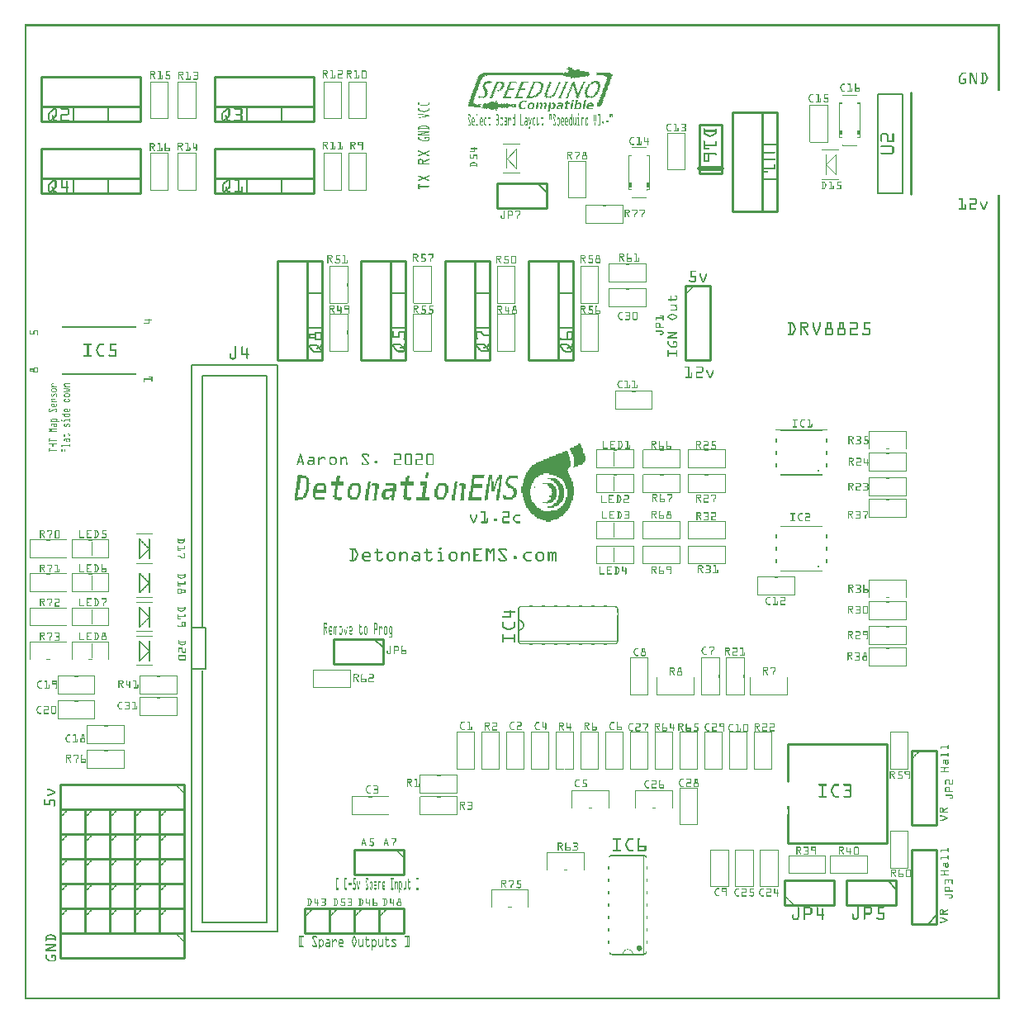
<source format=gto>
G04 MADE WITH FRITZING*
G04 WWW.FRITZING.ORG*
G04 DOUBLE SIDED*
G04 HOLES PLATED*
G04 CONTOUR ON CENTER OF CONTOUR VECTOR*
%ASAXBY*%
%FSLAX23Y23*%
%MOIN*%
%OFA0B0*%
%SFA1.0B1.0*%
%ADD10C,0.011920X0.0039196*%
%ADD11R,0.354200X2.295200X0.338200X2.279200*%
%ADD12C,0.008000*%
%ADD13R,0.063000X0.173200X0.047000X0.157200*%
%ADD14C,0.006000*%
%ADD15C,0.002000*%
%ADD16C,0.010000*%
%ADD17C,0.005000*%
%ADD18C,0.020000*%
%ADD19C,0.004861*%
%ADD20R,0.001000X0.001000*%
%LNSILK1*%
G90*
G70*
G54D10*
X3205Y2136D03*
X3205Y1749D03*
G54D12*
X676Y2563D02*
X1022Y2563D01*
X1022Y276D01*
X676Y276D01*
X676Y2563D01*
D02*
X676Y1502D02*
X731Y1502D01*
X731Y1337D01*
X676Y1337D01*
X676Y1502D01*
D02*
G54D14*
X1994Y1573D02*
X1994Y1531D01*
D02*
X1994Y1531D02*
X1994Y1491D01*
D02*
X1994Y1491D02*
X1994Y1449D01*
G54D15*
D02*
X1994Y1448D02*
X2394Y1448D01*
G54D14*
D02*
X2498Y582D02*
X2374Y582D01*
D02*
X2374Y182D02*
X2498Y182D01*
G54D15*
D02*
X2499Y182D02*
X2499Y582D01*
G54D16*
D02*
X644Y270D02*
X144Y270D01*
D02*
X144Y270D02*
X144Y170D01*
D02*
X144Y170D02*
X644Y170D01*
D02*
X644Y170D02*
X644Y270D01*
D02*
X644Y870D02*
X144Y870D01*
D02*
X144Y870D02*
X144Y770D01*
D02*
X144Y770D02*
X644Y770D01*
D02*
X644Y770D02*
X644Y870D01*
D02*
X144Y670D02*
X144Y570D01*
D02*
X144Y570D02*
X244Y570D01*
D02*
X244Y570D02*
X244Y670D01*
D02*
X244Y670D02*
X144Y670D01*
D02*
X244Y670D02*
X244Y570D01*
D02*
X244Y570D02*
X344Y570D01*
D02*
X344Y570D02*
X344Y670D01*
D02*
X344Y670D02*
X244Y670D01*
D02*
X344Y670D02*
X344Y570D01*
D02*
X344Y570D02*
X444Y570D01*
D02*
X444Y570D02*
X444Y670D01*
D02*
X444Y670D02*
X344Y670D01*
D02*
X444Y670D02*
X444Y570D01*
D02*
X444Y570D02*
X544Y570D01*
D02*
X544Y570D02*
X544Y670D01*
D02*
X544Y670D02*
X444Y670D01*
D02*
X444Y370D02*
X444Y270D01*
D02*
X444Y270D02*
X544Y270D01*
D02*
X544Y270D02*
X544Y370D01*
D02*
X544Y370D02*
X444Y370D01*
D02*
X444Y470D02*
X444Y370D01*
D02*
X444Y370D02*
X544Y370D01*
D02*
X544Y370D02*
X544Y470D01*
D02*
X544Y470D02*
X444Y470D01*
D02*
X144Y370D02*
X144Y270D01*
D02*
X144Y270D02*
X244Y270D01*
D02*
X244Y270D02*
X244Y370D01*
D02*
X244Y370D02*
X144Y370D01*
D02*
X144Y470D02*
X144Y370D01*
D02*
X144Y370D02*
X244Y370D01*
D02*
X244Y370D02*
X244Y470D01*
D02*
X244Y470D02*
X144Y470D01*
D02*
X244Y370D02*
X244Y270D01*
D02*
X244Y270D02*
X344Y270D01*
D02*
X344Y270D02*
X344Y370D01*
D02*
X344Y370D02*
X244Y370D01*
D02*
X244Y470D02*
X244Y370D01*
D02*
X244Y370D02*
X344Y370D01*
D02*
X344Y370D02*
X344Y470D01*
D02*
X344Y470D02*
X244Y470D01*
D02*
X344Y370D02*
X344Y270D01*
D02*
X344Y270D02*
X444Y270D01*
D02*
X444Y270D02*
X444Y370D01*
D02*
X444Y370D02*
X344Y370D01*
D02*
X344Y470D02*
X344Y370D01*
D02*
X344Y370D02*
X444Y370D01*
D02*
X444Y370D02*
X444Y470D01*
D02*
X444Y470D02*
X344Y470D01*
D02*
X544Y370D02*
X544Y270D01*
D02*
X544Y270D02*
X644Y270D01*
D02*
X644Y270D02*
X644Y370D01*
D02*
X644Y370D02*
X544Y370D01*
D02*
X544Y470D02*
X544Y370D01*
D02*
X544Y370D02*
X644Y370D01*
D02*
X644Y370D02*
X644Y470D01*
D02*
X644Y470D02*
X544Y470D01*
D02*
X1132Y370D02*
X1132Y270D01*
D02*
X1132Y270D02*
X1232Y270D01*
D02*
X1232Y270D02*
X1232Y370D01*
D02*
X1232Y370D02*
X1132Y370D01*
D02*
X1232Y370D02*
X1232Y270D01*
D02*
X1232Y270D02*
X1332Y270D01*
D02*
X1332Y270D02*
X1332Y370D01*
D02*
X1332Y370D02*
X1232Y370D01*
D02*
X144Y770D02*
X144Y670D01*
D02*
X144Y670D02*
X244Y670D01*
D02*
X244Y670D02*
X244Y770D01*
D02*
X244Y770D02*
X144Y770D01*
D02*
X244Y770D02*
X244Y670D01*
D02*
X244Y670D02*
X344Y670D01*
D02*
X344Y670D02*
X344Y770D01*
D02*
X344Y770D02*
X244Y770D01*
D02*
X344Y770D02*
X344Y670D01*
D02*
X344Y670D02*
X444Y670D01*
D02*
X444Y670D02*
X444Y770D01*
D02*
X444Y770D02*
X344Y770D01*
D02*
X444Y770D02*
X444Y670D01*
D02*
X444Y670D02*
X544Y670D01*
D02*
X544Y670D02*
X544Y770D01*
D02*
X544Y770D02*
X444Y770D01*
D02*
X1432Y370D02*
X1432Y270D01*
D02*
X1432Y270D02*
X1532Y270D01*
D02*
X1532Y270D02*
X1532Y370D01*
D02*
X1532Y370D02*
X1432Y370D01*
D02*
X444Y570D02*
X444Y470D01*
D02*
X444Y470D02*
X544Y470D01*
D02*
X544Y470D02*
X544Y570D01*
D02*
X544Y570D02*
X444Y570D01*
D02*
X544Y570D02*
X544Y470D01*
D02*
X544Y470D02*
X644Y470D01*
D02*
X644Y470D02*
X644Y570D01*
D02*
X644Y570D02*
X544Y570D01*
D02*
X1447Y1457D02*
X1247Y1457D01*
D02*
X1247Y1457D02*
X1247Y1357D01*
D02*
X1247Y1357D02*
X1447Y1357D01*
D02*
X1447Y1357D02*
X1447Y1457D01*
G54D17*
D02*
X1412Y1457D02*
X1447Y1422D01*
G54D16*
D02*
X144Y570D02*
X144Y470D01*
D02*
X144Y470D02*
X244Y470D01*
D02*
X244Y470D02*
X244Y570D01*
D02*
X244Y570D02*
X144Y570D01*
D02*
X244Y570D02*
X244Y470D01*
D02*
X244Y470D02*
X344Y470D01*
D02*
X344Y470D02*
X344Y570D01*
D02*
X344Y570D02*
X244Y570D01*
D02*
X344Y570D02*
X344Y470D01*
D02*
X344Y470D02*
X444Y470D01*
D02*
X444Y470D02*
X444Y570D01*
D02*
X444Y570D02*
X344Y570D01*
D02*
X544Y770D02*
X544Y670D01*
D02*
X544Y670D02*
X644Y670D01*
D02*
X644Y670D02*
X644Y770D01*
D02*
X644Y770D02*
X544Y770D01*
D02*
X1332Y370D02*
X1332Y270D01*
D02*
X1332Y270D02*
X1432Y270D01*
D02*
X1432Y270D02*
X1432Y370D01*
D02*
X1432Y370D02*
X1332Y370D01*
D02*
X544Y670D02*
X544Y570D01*
D02*
X544Y570D02*
X644Y570D01*
D02*
X644Y570D02*
X644Y670D01*
D02*
X644Y670D02*
X544Y670D01*
D02*
X3082Y632D02*
X3482Y632D01*
D02*
X3482Y632D02*
X3482Y1032D01*
D02*
X3482Y1032D02*
X3082Y1032D01*
D02*
X3082Y882D02*
X3082Y1032D01*
D02*
X1539Y2982D02*
X1539Y2582D01*
D02*
X1539Y2582D02*
X1359Y2582D01*
D02*
X1359Y2582D02*
X1359Y2982D01*
D02*
X1359Y2982D02*
X1539Y2982D01*
D02*
X1539Y2982D02*
X1539Y2582D01*
D02*
X1539Y2582D02*
X1479Y2582D01*
D02*
X1479Y2582D02*
X1479Y2982D01*
D02*
X1479Y2982D02*
X1539Y2982D01*
G54D17*
D02*
X1539Y2852D02*
X1479Y2852D01*
D02*
X1539Y2712D02*
X1479Y2712D01*
G54D16*
D02*
X2214Y2982D02*
X2214Y2582D01*
D02*
X2214Y2582D02*
X2034Y2582D01*
D02*
X2034Y2582D02*
X2034Y2982D01*
D02*
X2034Y2982D02*
X2214Y2982D01*
D02*
X2214Y2982D02*
X2214Y2582D01*
D02*
X2214Y2582D02*
X2154Y2582D01*
D02*
X2154Y2582D02*
X2154Y2982D01*
D02*
X2154Y2982D02*
X2214Y2982D01*
G54D17*
D02*
X2214Y2852D02*
X2154Y2852D01*
D02*
X2214Y2712D02*
X2154Y2712D01*
G54D16*
D02*
X1877Y2982D02*
X1877Y2582D01*
D02*
X1877Y2582D02*
X1697Y2582D01*
D02*
X1697Y2582D02*
X1697Y2982D01*
D02*
X1697Y2982D02*
X1877Y2982D01*
D02*
X1877Y2982D02*
X1877Y2582D01*
D02*
X1877Y2582D02*
X1817Y2582D01*
D02*
X1817Y2582D02*
X1817Y2982D01*
D02*
X1817Y2982D02*
X1877Y2982D01*
G54D17*
D02*
X1877Y2852D02*
X1817Y2852D01*
D02*
X1877Y2712D02*
X1817Y2712D01*
G54D16*
D02*
X1202Y2982D02*
X1202Y2582D01*
D02*
X1202Y2582D02*
X1022Y2582D01*
D02*
X1022Y2582D02*
X1022Y2982D01*
D02*
X1022Y2982D02*
X1202Y2982D01*
D02*
X1202Y2982D02*
X1202Y2582D01*
D02*
X1202Y2582D02*
X1142Y2582D01*
D02*
X1142Y2582D02*
X1142Y2982D01*
D02*
X1142Y2982D02*
X1202Y2982D01*
G54D17*
D02*
X1202Y2852D02*
X1142Y2852D01*
D02*
X1202Y2712D02*
X1142Y2712D01*
G54D16*
D02*
X3682Y307D02*
X3682Y607D01*
D02*
X3682Y607D02*
X3582Y607D01*
D02*
X3582Y607D02*
X3582Y307D01*
D02*
X3582Y307D02*
X3682Y307D01*
G54D17*
D02*
X3682Y342D02*
X3647Y307D01*
G54D16*
D02*
X3582Y1007D02*
X3582Y707D01*
D02*
X3582Y707D02*
X3682Y707D01*
D02*
X3682Y707D02*
X3682Y1007D01*
D02*
X3682Y1007D02*
X3582Y1007D01*
D02*
X2107Y3295D02*
X1907Y3295D01*
D02*
X1907Y3295D02*
X1907Y3195D01*
D02*
X1907Y3195D02*
X2107Y3195D01*
D02*
X2107Y3195D02*
X2107Y3295D01*
G54D17*
D02*
X2072Y3295D02*
X2107Y3260D01*
G54D16*
D02*
X2669Y2882D02*
X2669Y2582D01*
D02*
X2669Y2582D02*
X2769Y2582D01*
D02*
X2769Y2582D02*
X2769Y2882D01*
D02*
X2769Y2882D02*
X2669Y2882D01*
D02*
X3069Y382D02*
X3269Y382D01*
D02*
X3269Y382D02*
X3269Y482D01*
D02*
X3269Y482D02*
X3069Y482D01*
D02*
X3069Y482D02*
X3069Y382D01*
D02*
X1532Y607D02*
X1332Y607D01*
D02*
X1332Y607D02*
X1332Y507D01*
D02*
X1332Y507D02*
X1532Y507D01*
D02*
X1532Y507D02*
X1532Y607D01*
D02*
X3519Y482D02*
X3319Y482D01*
D02*
X3319Y482D02*
X3319Y382D01*
D02*
X3319Y382D02*
X3519Y382D01*
D02*
X3519Y382D02*
X3519Y482D01*
G54D17*
D02*
X3484Y482D02*
X3519Y447D01*
G54D16*
D02*
X3039Y3582D02*
X3039Y3182D01*
D02*
X3039Y3182D02*
X2859Y3182D01*
D02*
X2859Y3182D02*
X2859Y3582D01*
D02*
X2859Y3582D02*
X3039Y3582D01*
D02*
X3039Y3582D02*
X3039Y3182D01*
D02*
X3039Y3182D02*
X2979Y3182D01*
D02*
X2979Y3182D02*
X2979Y3582D01*
D02*
X2979Y3582D02*
X3039Y3582D01*
G54D17*
D02*
X3039Y3452D02*
X2979Y3452D01*
D02*
X3039Y3312D02*
X2979Y3312D01*
G54D16*
D02*
X2724Y3336D02*
X2724Y3531D01*
D02*
X2814Y3531D02*
X2814Y3336D01*
D02*
X2814Y3336D02*
X2724Y3336D01*
G54D18*
D02*
X2814Y3356D02*
X2724Y3356D01*
G54D17*
D02*
X3444Y3257D02*
X3544Y3257D01*
D02*
X3544Y3257D02*
X3544Y3657D01*
D02*
X3544Y3657D02*
X3444Y3657D01*
D02*
X3444Y3657D02*
X3444Y3257D01*
G54D16*
D02*
X469Y3257D02*
X69Y3257D01*
D02*
X69Y3257D02*
X69Y3437D01*
D02*
X69Y3437D02*
X469Y3437D01*
D02*
X469Y3437D02*
X469Y3257D01*
D02*
X469Y3257D02*
X69Y3257D01*
D02*
X69Y3257D02*
X69Y3317D01*
D02*
X69Y3317D02*
X469Y3317D01*
D02*
X469Y3317D02*
X469Y3257D01*
G54D17*
D02*
X339Y3257D02*
X339Y3317D01*
D02*
X199Y3257D02*
X199Y3317D01*
G54D16*
D02*
X1169Y3544D02*
X769Y3544D01*
D02*
X769Y3544D02*
X769Y3724D01*
D02*
X769Y3724D02*
X1169Y3724D01*
D02*
X1169Y3724D02*
X1169Y3544D01*
D02*
X1169Y3544D02*
X769Y3544D01*
D02*
X769Y3544D02*
X769Y3604D01*
D02*
X769Y3604D02*
X1169Y3604D01*
D02*
X1169Y3604D02*
X1169Y3544D01*
G54D17*
D02*
X1039Y3544D02*
X1039Y3604D01*
D02*
X899Y3544D02*
X899Y3604D01*
G54D16*
D02*
X469Y3544D02*
X69Y3544D01*
D02*
X69Y3544D02*
X69Y3724D01*
D02*
X69Y3724D02*
X469Y3724D01*
D02*
X469Y3724D02*
X469Y3544D01*
D02*
X469Y3544D02*
X69Y3544D01*
D02*
X69Y3544D02*
X69Y3604D01*
D02*
X69Y3604D02*
X469Y3604D01*
D02*
X469Y3604D02*
X469Y3544D01*
G54D17*
D02*
X339Y3544D02*
X339Y3604D01*
D02*
X199Y3544D02*
X199Y3604D01*
G54D16*
D02*
X1169Y3257D02*
X769Y3257D01*
D02*
X769Y3257D02*
X769Y3437D01*
D02*
X769Y3437D02*
X1169Y3437D01*
D02*
X1169Y3437D02*
X1169Y3257D01*
D02*
X1169Y3257D02*
X769Y3257D01*
D02*
X769Y3257D02*
X769Y3317D01*
D02*
X769Y3317D02*
X1169Y3317D01*
D02*
X1169Y3317D02*
X1169Y3257D01*
G54D17*
D02*
X1039Y3257D02*
X1039Y3317D01*
D02*
X899Y3257D02*
X899Y3317D01*
G54D16*
D02*
X3577Y3662D02*
X3577Y3252D01*
G36*
X2236Y2244D02*
X2236Y2239D01*
X2229Y2239D01*
X2229Y2234D01*
X2217Y2234D01*
X2217Y2230D01*
X2205Y2230D01*
X2205Y2225D01*
X2201Y2225D01*
X2201Y2220D01*
X2205Y2220D01*
X2205Y2211D01*
X2209Y2211D01*
X2209Y2201D01*
X2213Y2201D01*
X2213Y2191D01*
X2217Y2191D01*
X2217Y2153D01*
X2213Y2153D01*
X2213Y2149D01*
X2221Y2149D01*
X2221Y2153D01*
X2236Y2153D01*
X2236Y2158D01*
X2252Y2158D01*
X2252Y2163D01*
X2256Y2163D01*
X2256Y2168D01*
X2260Y2168D01*
X2260Y2177D01*
X2264Y2177D01*
X2264Y2196D01*
X2260Y2196D01*
X2260Y2206D01*
X2256Y2206D01*
X2256Y2225D01*
X2252Y2225D01*
X2252Y2230D01*
X2248Y2230D01*
X2248Y2239D01*
X2244Y2239D01*
X2244Y2244D01*
X2236Y2244D01*
G37*
D02*
G36*
X2182Y2215D02*
X2182Y2211D01*
X2170Y2211D01*
X2170Y2206D01*
X2155Y2206D01*
X2155Y2201D01*
X2143Y2201D01*
X2143Y2196D01*
X2131Y2196D01*
X2131Y2191D01*
X2119Y2191D01*
X2119Y2187D01*
X2108Y2187D01*
X2108Y2182D01*
X2096Y2182D01*
X2096Y2177D01*
X2084Y2177D01*
X2084Y2172D01*
X2073Y2172D01*
X2073Y2168D01*
X2065Y2168D01*
X2065Y2163D01*
X2057Y2163D01*
X2057Y2158D01*
X2049Y2158D01*
X2049Y2153D01*
X2045Y2153D01*
X2045Y2149D01*
X2042Y2149D01*
X2042Y2144D01*
X2038Y2144D01*
X2038Y2139D01*
X2034Y2139D01*
X2034Y2134D01*
X2030Y2134D01*
X2030Y2129D01*
X2026Y2129D01*
X2026Y2125D01*
X2119Y2125D01*
X2119Y2120D01*
X2135Y2120D01*
X2135Y2115D01*
X2147Y2115D01*
X2147Y2110D01*
X2158Y2110D01*
X2158Y2106D01*
X2166Y2106D01*
X2166Y2101D01*
X2170Y2101D01*
X2170Y2096D01*
X2174Y2096D01*
X2174Y2091D01*
X2178Y2091D01*
X2178Y2087D01*
X2182Y2087D01*
X2182Y2077D01*
X2186Y2077D01*
X2186Y2063D01*
X2190Y2063D01*
X2190Y2029D01*
X2186Y2029D01*
X2186Y2015D01*
X2182Y2015D01*
X2182Y2005D01*
X2178Y2005D01*
X2178Y2001D01*
X2174Y2001D01*
X2174Y1996D01*
X2170Y1996D01*
X2170Y1991D01*
X2166Y1991D01*
X2166Y1986D01*
X2158Y1986D01*
X2158Y1982D01*
X2151Y1982D01*
X2151Y1977D01*
X2123Y1977D01*
X2123Y1972D01*
X2190Y1972D01*
X2190Y1977D01*
X2194Y1977D01*
X2194Y1982D01*
X2197Y1982D01*
X2197Y1986D01*
X2201Y1986D01*
X2201Y1996D01*
X2205Y1996D01*
X2205Y2005D01*
X2209Y2005D01*
X2209Y2015D01*
X2213Y2015D01*
X2213Y2034D01*
X2217Y2034D01*
X2217Y2072D01*
X2213Y2072D01*
X2213Y2091D01*
X2209Y2091D01*
X2209Y2106D01*
X2205Y2106D01*
X2205Y2110D01*
X2201Y2110D01*
X2201Y2120D01*
X2197Y2120D01*
X2197Y2125D01*
X2194Y2125D01*
X2194Y2134D01*
X2190Y2134D01*
X2190Y2139D01*
X2194Y2139D01*
X2194Y2144D01*
X2197Y2144D01*
X2197Y2149D01*
X2201Y2149D01*
X2201Y2153D01*
X2205Y2153D01*
X2205Y2177D01*
X2201Y2177D01*
X2201Y2191D01*
X2197Y2191D01*
X2197Y2201D01*
X2194Y2201D01*
X2194Y2211D01*
X2190Y2211D01*
X2190Y2215D01*
X2182Y2215D01*
G37*
D02*
G36*
X2026Y2125D02*
X2026Y2120D01*
X2022Y2120D01*
X2022Y2110D01*
X2018Y2110D01*
X2018Y2101D01*
X2014Y2101D01*
X2014Y2087D01*
X2010Y2087D01*
X2010Y2072D01*
X2006Y2072D01*
X2006Y2044D01*
X2010Y2044D01*
X2010Y2029D01*
X2014Y2029D01*
X2014Y2015D01*
X2018Y2015D01*
X2018Y2005D01*
X2022Y2005D01*
X2022Y1996D01*
X2026Y1996D01*
X2026Y1986D01*
X2030Y1986D01*
X2030Y1982D01*
X2034Y1982D01*
X2034Y1977D01*
X2038Y1977D01*
X2038Y1972D01*
X2096Y1972D01*
X2096Y1977D01*
X2084Y1977D01*
X2084Y1982D01*
X2077Y1982D01*
X2077Y1986D01*
X2069Y1986D01*
X2069Y1991D01*
X2065Y1991D01*
X2065Y1996D01*
X2061Y1996D01*
X2061Y2001D01*
X2057Y2001D01*
X2057Y2005D01*
X2053Y2005D01*
X2053Y2010D01*
X2049Y2010D01*
X2049Y2020D01*
X2045Y2020D01*
X2045Y2034D01*
X2042Y2034D01*
X2042Y2063D01*
X2045Y2063D01*
X2045Y2077D01*
X2049Y2077D01*
X2049Y2087D01*
X2053Y2087D01*
X2053Y2096D01*
X2057Y2096D01*
X2057Y2101D01*
X2061Y2101D01*
X2061Y2106D01*
X2065Y2106D01*
X2065Y2110D01*
X2073Y2110D01*
X2073Y2115D01*
X2080Y2115D01*
X2080Y2120D01*
X2096Y2120D01*
X2096Y2125D01*
X2026Y2125D01*
G37*
D02*
G36*
X2042Y1972D02*
X2042Y1967D01*
X2186Y1967D01*
X2186Y1972D01*
X2042Y1972D01*
G37*
D02*
G36*
X2042Y1972D02*
X2042Y1967D01*
X2186Y1967D01*
X2186Y1972D01*
X2042Y1972D01*
G37*
D02*
G36*
X2045Y1967D02*
X2045Y1962D01*
X2049Y1962D01*
X2049Y1958D01*
X2057Y1958D01*
X2057Y1953D01*
X2061Y1953D01*
X2061Y1948D01*
X2069Y1948D01*
X2069Y1943D01*
X2080Y1943D01*
X2080Y1939D01*
X2092Y1939D01*
X2092Y1934D01*
X2104Y1934D01*
X2104Y1929D01*
X2123Y1929D01*
X2123Y1934D01*
X2135Y1934D01*
X2135Y1939D01*
X2151Y1939D01*
X2151Y1943D01*
X2158Y1943D01*
X2158Y1948D01*
X2166Y1948D01*
X2166Y1953D01*
X2174Y1953D01*
X2174Y1958D01*
X2178Y1958D01*
X2178Y1962D01*
X2182Y1962D01*
X2182Y1967D01*
X2045Y1967D01*
G37*
D02*
G36*
X1621Y2129D02*
X1621Y2120D01*
X1617Y2120D01*
X1617Y2106D01*
X1628Y2106D01*
X1628Y2115D01*
X1632Y2115D01*
X1632Y2129D01*
X1621Y2129D01*
G37*
D02*
G36*
X1106Y2120D02*
X1106Y2115D01*
X1102Y2115D01*
X1102Y2106D01*
X1133Y2106D01*
X1133Y2101D01*
X1137Y2101D01*
X1137Y2058D01*
X1133Y2058D01*
X1133Y2044D01*
X1129Y2044D01*
X1129Y2034D01*
X1125Y2034D01*
X1125Y2029D01*
X1137Y2029D01*
X1137Y2034D01*
X1141Y2034D01*
X1141Y2044D01*
X1145Y2044D01*
X1145Y2053D01*
X1149Y2053D01*
X1149Y2082D01*
X1153Y2082D01*
X1153Y2087D01*
X1149Y2087D01*
X1149Y2106D01*
X1145Y2106D01*
X1145Y2110D01*
X1137Y2110D01*
X1137Y2115D01*
X1122Y2115D01*
X1122Y2120D01*
X1106Y2120D01*
G37*
D02*
G36*
X1102Y2106D02*
X1102Y2091D01*
X1098Y2091D01*
X1098Y2067D01*
X1094Y2067D01*
X1094Y2044D01*
X1090Y2044D01*
X1090Y2029D01*
X1102Y2029D01*
X1102Y2034D01*
X1106Y2034D01*
X1106Y2058D01*
X1110Y2058D01*
X1110Y2087D01*
X1114Y2087D01*
X1114Y2106D01*
X1102Y2106D01*
G37*
D02*
G36*
X1090Y2029D02*
X1090Y2024D01*
X1133Y2024D01*
X1133Y2029D01*
X1090Y2029D01*
G37*
D02*
G36*
X1090Y2029D02*
X1090Y2024D01*
X1133Y2024D01*
X1133Y2029D01*
X1090Y2029D01*
G37*
D02*
G36*
X1090Y2024D02*
X1090Y2015D01*
X1106Y2015D01*
X1106Y2020D01*
X1125Y2020D01*
X1125Y2024D01*
X1090Y2024D01*
G37*
D02*
G36*
X1808Y2120D02*
X1808Y2101D01*
X1804Y2101D01*
X1804Y2077D01*
X1800Y2077D01*
X1800Y2053D01*
X1796Y2053D01*
X1796Y2029D01*
X1792Y2029D01*
X1792Y2015D01*
X1843Y2015D01*
X1843Y2029D01*
X1808Y2029D01*
X1808Y2048D01*
X1812Y2048D01*
X1812Y2067D01*
X1847Y2067D01*
X1847Y2082D01*
X1815Y2082D01*
X1815Y2101D01*
X1819Y2101D01*
X1819Y2106D01*
X1854Y2106D01*
X1854Y2115D01*
X1858Y2115D01*
X1858Y2120D01*
X1808Y2120D01*
G37*
D02*
G36*
X1874Y2120D02*
X1874Y2110D01*
X1870Y2110D01*
X1870Y2101D01*
X1886Y2101D01*
X1886Y2072D01*
X1893Y2072D01*
X1893Y2091D01*
X1889Y2091D01*
X1889Y2120D01*
X1874Y2120D01*
G37*
D02*
G36*
X1913Y2120D02*
X1913Y2110D01*
X1909Y2110D01*
X1909Y2101D01*
X1917Y2101D01*
X1917Y2087D01*
X1913Y2087D01*
X1913Y2063D01*
X1909Y2063D01*
X1909Y2039D01*
X1905Y2039D01*
X1905Y2015D01*
X1913Y2015D01*
X1913Y2024D01*
X1917Y2024D01*
X1917Y2048D01*
X1921Y2048D01*
X1921Y2072D01*
X1925Y2072D01*
X1925Y2101D01*
X1928Y2101D01*
X1928Y2120D01*
X1913Y2120D01*
G37*
D02*
G36*
X1870Y2101D02*
X1870Y2082D01*
X1866Y2082D01*
X1866Y2058D01*
X1862Y2058D01*
X1862Y2034D01*
X1858Y2034D01*
X1858Y2015D01*
X1866Y2015D01*
X1866Y2020D01*
X1870Y2020D01*
X1870Y2044D01*
X1874Y2044D01*
X1874Y2072D01*
X1878Y2072D01*
X1878Y2096D01*
X1882Y2096D01*
X1882Y2101D01*
X1870Y2101D01*
G37*
D02*
G36*
X1905Y2101D02*
X1905Y2091D01*
X1901Y2091D01*
X1901Y2082D01*
X1897Y2082D01*
X1897Y2072D01*
X1901Y2072D01*
X1901Y2077D01*
X1905Y2077D01*
X1905Y2087D01*
X1909Y2087D01*
X1909Y2096D01*
X1913Y2096D01*
X1913Y2101D01*
X1905Y2101D01*
G37*
D02*
G36*
X1886Y2072D02*
X1886Y2067D01*
X1901Y2067D01*
X1901Y2072D01*
X1886Y2072D01*
G37*
D02*
G36*
X1886Y2072D02*
X1886Y2067D01*
X1901Y2067D01*
X1901Y2072D01*
X1886Y2072D01*
G37*
D02*
G36*
X1886Y2067D02*
X1886Y2053D01*
X1897Y2053D01*
X1897Y2063D01*
X1901Y2063D01*
X1901Y2067D01*
X1886Y2067D01*
G37*
D02*
G36*
X1262Y2115D02*
X1262Y2110D01*
X1258Y2110D01*
X1258Y2091D01*
X1239Y2091D01*
X1239Y2077D01*
X1254Y2077D01*
X1254Y2063D01*
X1250Y2063D01*
X1250Y2034D01*
X1246Y2034D01*
X1246Y2029D01*
X1250Y2029D01*
X1250Y2020D01*
X1266Y2020D01*
X1266Y2015D01*
X1278Y2015D01*
X1278Y2020D01*
X1281Y2020D01*
X1281Y2029D01*
X1262Y2029D01*
X1262Y2058D01*
X1266Y2058D01*
X1266Y2077D01*
X1289Y2077D01*
X1289Y2091D01*
X1270Y2091D01*
X1270Y2106D01*
X1274Y2106D01*
X1274Y2115D01*
X1262Y2115D01*
G37*
D02*
G36*
X1543Y2115D02*
X1543Y2110D01*
X1539Y2110D01*
X1539Y2091D01*
X1519Y2091D01*
X1519Y2077D01*
X1535Y2077D01*
X1535Y2063D01*
X1531Y2063D01*
X1531Y2034D01*
X1527Y2034D01*
X1527Y2029D01*
X1531Y2029D01*
X1531Y2020D01*
X1546Y2020D01*
X1546Y2015D01*
X1558Y2015D01*
X1558Y2020D01*
X1562Y2020D01*
X1562Y2029D01*
X1543Y2029D01*
X1543Y2058D01*
X1546Y2058D01*
X1546Y2077D01*
X1570Y2077D01*
X1570Y2091D01*
X1550Y2091D01*
X1550Y2106D01*
X1554Y2106D01*
X1554Y2115D01*
X1543Y2115D01*
G37*
D02*
G36*
X2112Y2106D02*
X2112Y2101D01*
X2123Y2101D01*
X2123Y2096D01*
X2135Y2096D01*
X2135Y2091D01*
X2139Y2091D01*
X2139Y2087D01*
X2143Y2087D01*
X2143Y2082D01*
X2147Y2082D01*
X2147Y2077D01*
X2151Y2077D01*
X2151Y2072D01*
X2155Y2072D01*
X2155Y2058D01*
X2158Y2058D01*
X2158Y2034D01*
X2155Y2034D01*
X2155Y2020D01*
X2151Y2020D01*
X2151Y2015D01*
X2147Y2015D01*
X2147Y2005D01*
X2139Y2005D01*
X2139Y2001D01*
X2135Y2001D01*
X2135Y1996D01*
X2127Y1996D01*
X2127Y1991D01*
X2112Y1991D01*
X2112Y1986D01*
X2139Y1986D01*
X2139Y1991D01*
X2151Y1991D01*
X2151Y1996D01*
X2158Y1996D01*
X2158Y2001D01*
X2162Y2001D01*
X2162Y2005D01*
X2166Y2005D01*
X2166Y2010D01*
X2170Y2010D01*
X2170Y2015D01*
X2174Y2015D01*
X2174Y2024D01*
X2178Y2024D01*
X2178Y2067D01*
X2174Y2067D01*
X2174Y2077D01*
X2170Y2077D01*
X2170Y2082D01*
X2166Y2082D01*
X2166Y2087D01*
X2162Y2087D01*
X2162Y2091D01*
X2158Y2091D01*
X2158Y2096D01*
X2151Y2096D01*
X2151Y2101D01*
X2143Y2101D01*
X2143Y2106D01*
X2112Y2106D01*
G37*
D02*
G36*
X1387Y2091D02*
X1387Y2087D01*
X1383Y2087D01*
X1383Y2063D01*
X1379Y2063D01*
X1379Y2039D01*
X1375Y2039D01*
X1375Y2015D01*
X1387Y2015D01*
X1387Y2039D01*
X1391Y2039D01*
X1391Y2063D01*
X1394Y2063D01*
X1394Y2072D01*
X1398Y2072D01*
X1398Y2077D01*
X1394Y2077D01*
X1394Y2087D01*
X1398Y2087D01*
X1398Y2091D01*
X1387Y2091D01*
G37*
D02*
G36*
X1597Y2091D02*
X1597Y2077D01*
X1613Y2077D01*
X1613Y2072D01*
X1609Y2072D01*
X1609Y2048D01*
X1605Y2048D01*
X1605Y2029D01*
X1582Y2029D01*
X1582Y2015D01*
X1636Y2015D01*
X1636Y2029D01*
X1617Y2029D01*
X1617Y2044D01*
X1621Y2044D01*
X1621Y2067D01*
X1624Y2067D01*
X1624Y2091D01*
X1597Y2091D01*
G37*
D02*
G36*
X1737Y2091D02*
X1737Y2087D01*
X1734Y2087D01*
X1734Y2063D01*
X1730Y2063D01*
X1730Y2039D01*
X1726Y2039D01*
X1726Y2015D01*
X1737Y2015D01*
X1737Y2039D01*
X1741Y2039D01*
X1741Y2063D01*
X1745Y2063D01*
X1745Y2072D01*
X1749Y2072D01*
X1749Y2077D01*
X1745Y2077D01*
X1745Y2087D01*
X1749Y2087D01*
X1749Y2091D01*
X1737Y2091D01*
G37*
D02*
G36*
X1180Y2087D02*
X1180Y2082D01*
X1176Y2082D01*
X1176Y2077D01*
X1207Y2077D01*
X1207Y2058D01*
X1219Y2058D01*
X1219Y2077D01*
X1215Y2077D01*
X1215Y2082D01*
X1211Y2082D01*
X1211Y2087D01*
X1180Y2087D01*
G37*
D02*
G36*
X1172Y2077D02*
X1172Y2072D01*
X1168Y2072D01*
X1168Y2063D01*
X1164Y2063D01*
X1164Y2058D01*
X1180Y2058D01*
X1180Y2072D01*
X1184Y2072D01*
X1184Y2077D01*
X1172Y2077D01*
G37*
D02*
G36*
X1164Y2058D02*
X1164Y2053D01*
X1219Y2053D01*
X1219Y2058D01*
X1164Y2058D01*
G37*
D02*
G36*
X1164Y2058D02*
X1164Y2053D01*
X1219Y2053D01*
X1219Y2058D01*
X1164Y2058D01*
G37*
D02*
G36*
X1164Y2053D02*
X1164Y2029D01*
X1168Y2029D01*
X1168Y2024D01*
X1172Y2024D01*
X1172Y2020D01*
X1211Y2020D01*
X1211Y2029D01*
X1176Y2029D01*
X1176Y2044D01*
X1219Y2044D01*
X1219Y2053D01*
X1164Y2053D01*
G37*
D02*
G36*
X1320Y2087D02*
X1320Y2082D01*
X1316Y2082D01*
X1316Y2077D01*
X1344Y2077D01*
X1344Y2072D01*
X1348Y2072D01*
X1348Y2044D01*
X1344Y2044D01*
X1344Y2034D01*
X1340Y2034D01*
X1340Y2029D01*
X1352Y2029D01*
X1352Y2034D01*
X1355Y2034D01*
X1355Y2044D01*
X1359Y2044D01*
X1359Y2077D01*
X1355Y2077D01*
X1355Y2082D01*
X1352Y2082D01*
X1352Y2087D01*
X1320Y2087D01*
G37*
D02*
G36*
X1313Y2077D02*
X1313Y2072D01*
X1309Y2072D01*
X1309Y2063D01*
X1305Y2063D01*
X1305Y2029D01*
X1320Y2029D01*
X1320Y2034D01*
X1316Y2034D01*
X1316Y2058D01*
X1320Y2058D01*
X1320Y2072D01*
X1324Y2072D01*
X1324Y2077D01*
X1313Y2077D01*
G37*
D02*
G36*
X1309Y2029D02*
X1309Y2024D01*
X1348Y2024D01*
X1348Y2029D01*
X1309Y2029D01*
G37*
D02*
G36*
X1309Y2029D02*
X1309Y2024D01*
X1348Y2024D01*
X1348Y2029D01*
X1309Y2029D01*
G37*
D02*
G36*
X1313Y2024D02*
X1313Y2020D01*
X1344Y2020D01*
X1344Y2024D01*
X1313Y2024D01*
G37*
D02*
G36*
X1406Y2087D02*
X1406Y2082D01*
X1402Y2082D01*
X1402Y2077D01*
X1414Y2077D01*
X1414Y2044D01*
X1410Y2044D01*
X1410Y2020D01*
X1406Y2020D01*
X1406Y2015D01*
X1422Y2015D01*
X1422Y2039D01*
X1426Y2039D01*
X1426Y2063D01*
X1430Y2063D01*
X1430Y2082D01*
X1426Y2082D01*
X1426Y2087D01*
X1406Y2087D01*
G37*
D02*
G36*
X1457Y2087D02*
X1457Y2077D01*
X1488Y2077D01*
X1488Y2067D01*
X1476Y2067D01*
X1476Y2063D01*
X1453Y2063D01*
X1453Y2058D01*
X1449Y2058D01*
X1449Y2053D01*
X1484Y2053D01*
X1484Y2039D01*
X1480Y2039D01*
X1480Y2034D01*
X1476Y2034D01*
X1476Y2029D01*
X1480Y2029D01*
X1480Y2015D01*
X1492Y2015D01*
X1492Y2029D01*
X1496Y2029D01*
X1496Y2053D01*
X1500Y2053D01*
X1500Y2082D01*
X1496Y2082D01*
X1496Y2087D01*
X1457Y2087D01*
G37*
D02*
G36*
X1445Y2053D02*
X1445Y2044D01*
X1441Y2044D01*
X1441Y2029D01*
X1457Y2029D01*
X1457Y2048D01*
X1461Y2048D01*
X1461Y2053D01*
X1445Y2053D01*
G37*
D02*
G36*
X1445Y2029D02*
X1445Y2024D01*
X1449Y2024D01*
X1449Y2020D01*
X1472Y2020D01*
X1472Y2024D01*
X1476Y2024D01*
X1476Y2029D01*
X1445Y2029D01*
G37*
D02*
G36*
X1671Y2087D02*
X1671Y2082D01*
X1667Y2082D01*
X1667Y2077D01*
X1695Y2077D01*
X1695Y2072D01*
X1698Y2072D01*
X1698Y2044D01*
X1695Y2044D01*
X1695Y2034D01*
X1691Y2034D01*
X1691Y2029D01*
X1702Y2029D01*
X1702Y2034D01*
X1706Y2034D01*
X1706Y2044D01*
X1710Y2044D01*
X1710Y2077D01*
X1706Y2077D01*
X1706Y2082D01*
X1702Y2082D01*
X1702Y2087D01*
X1671Y2087D01*
G37*
D02*
G36*
X1663Y2077D02*
X1663Y2072D01*
X1660Y2072D01*
X1660Y2063D01*
X1656Y2063D01*
X1656Y2029D01*
X1671Y2029D01*
X1671Y2034D01*
X1667Y2034D01*
X1667Y2058D01*
X1671Y2058D01*
X1671Y2072D01*
X1675Y2072D01*
X1675Y2077D01*
X1663Y2077D01*
G37*
D02*
G36*
X1660Y2029D02*
X1660Y2024D01*
X1698Y2024D01*
X1698Y2029D01*
X1660Y2029D01*
G37*
D02*
G36*
X1660Y2029D02*
X1660Y2024D01*
X1698Y2024D01*
X1698Y2029D01*
X1660Y2029D01*
G37*
D02*
G36*
X1663Y2024D02*
X1663Y2020D01*
X1695Y2020D01*
X1695Y2024D01*
X1663Y2024D01*
G37*
D02*
G36*
X1757Y2087D02*
X1757Y2082D01*
X1753Y2082D01*
X1753Y2077D01*
X1765Y2077D01*
X1765Y2044D01*
X1761Y2044D01*
X1761Y2020D01*
X1757Y2020D01*
X1757Y2015D01*
X1773Y2015D01*
X1773Y2039D01*
X1776Y2039D01*
X1776Y2063D01*
X1780Y2063D01*
X1780Y2082D01*
X1776Y2082D01*
X1776Y2087D01*
X1757Y2087D01*
G37*
D02*
G36*
X2092Y2087D02*
X2092Y2082D01*
X2112Y2082D01*
X2112Y2077D01*
X2116Y2077D01*
X2116Y2072D01*
X2119Y2072D01*
X2119Y2067D01*
X2123Y2067D01*
X2123Y2063D01*
X2127Y2063D01*
X2127Y2048D01*
X2131Y2048D01*
X2131Y2044D01*
X2127Y2044D01*
X2127Y2034D01*
X2119Y2034D01*
X2119Y2029D01*
X2123Y2029D01*
X2123Y2020D01*
X2119Y2020D01*
X2119Y2015D01*
X2112Y2015D01*
X2112Y2010D01*
X2092Y2010D01*
X2092Y2005D01*
X2108Y2005D01*
X2108Y2001D01*
X2112Y2001D01*
X2112Y2005D01*
X2127Y2005D01*
X2127Y2010D01*
X2135Y2010D01*
X2135Y2015D01*
X2139Y2015D01*
X2139Y2020D01*
X2143Y2020D01*
X2143Y2029D01*
X2147Y2029D01*
X2147Y2063D01*
X2143Y2063D01*
X2143Y2072D01*
X2139Y2072D01*
X2139Y2077D01*
X2135Y2077D01*
X2135Y2082D01*
X2127Y2082D01*
X2127Y2087D01*
X2092Y2087D01*
G37*
D02*
G36*
X2057Y2072D02*
X2057Y2067D01*
X2061Y2067D01*
X2061Y2072D01*
X2057Y2072D01*
G37*
D02*
G36*
X1956Y2115D02*
X1956Y2110D01*
X1948Y2110D01*
X1948Y2106D01*
X1987Y2106D01*
X1987Y2101D01*
X1991Y2101D01*
X1991Y2115D01*
X1956Y2115D01*
G37*
D02*
G36*
X1948Y2106D02*
X1948Y2101D01*
X1944Y2101D01*
X1944Y2091D01*
X1940Y2091D01*
X1940Y2082D01*
X1944Y2082D01*
X1944Y2077D01*
X1948Y2077D01*
X1948Y2072D01*
X1952Y2072D01*
X1952Y2067D01*
X1964Y2067D01*
X1964Y2063D01*
X1971Y2063D01*
X1971Y2053D01*
X1975Y2053D01*
X1975Y2039D01*
X1971Y2039D01*
X1971Y2034D01*
X1967Y2034D01*
X1967Y2029D01*
X1983Y2029D01*
X1983Y2039D01*
X1987Y2039D01*
X1987Y2058D01*
X1983Y2058D01*
X1983Y2067D01*
X1975Y2067D01*
X1975Y2072D01*
X1967Y2072D01*
X1967Y2077D01*
X1960Y2077D01*
X1960Y2082D01*
X1956Y2082D01*
X1956Y2087D01*
X1952Y2087D01*
X1952Y2096D01*
X1956Y2096D01*
X1956Y2101D01*
X1960Y2101D01*
X1960Y2106D01*
X1948Y2106D01*
G37*
D02*
G36*
X1932Y2039D02*
X1932Y2029D01*
X1944Y2029D01*
X1944Y2034D01*
X1936Y2034D01*
X1936Y2039D01*
X1932Y2039D01*
G37*
D02*
G36*
X1932Y2029D02*
X1932Y2024D01*
X1979Y2024D01*
X1979Y2029D01*
X1932Y2029D01*
G37*
D02*
G36*
X1932Y2029D02*
X1932Y2024D01*
X1979Y2024D01*
X1979Y2029D01*
X1932Y2029D01*
G37*
D02*
G36*
X1936Y2024D02*
X1936Y2020D01*
X1971Y2020D01*
X1971Y2024D01*
X1936Y2024D01*
G37*
D02*
G36*
X2199Y3767D02*
X2199Y3766D01*
X2201Y3766D01*
X2201Y3767D01*
X2199Y3767D01*
G37*
D02*
G36*
X2198Y3766D02*
X2198Y3766D01*
X2199Y3766D01*
X2199Y3766D01*
X2198Y3766D01*
G37*
D02*
G36*
X2201Y3766D02*
X2201Y3766D01*
X2201Y3766D01*
X2201Y3766D01*
X2201Y3766D01*
G37*
D02*
G36*
X2197Y3766D02*
X2197Y3765D01*
X2198Y3765D01*
X2198Y3766D01*
X2197Y3766D01*
G37*
D02*
G36*
X2201Y3766D02*
X2201Y3765D01*
X2202Y3765D01*
X2202Y3766D01*
X2201Y3766D01*
G37*
D02*
G36*
X2197Y3765D02*
X2197Y3764D01*
X2197Y3764D01*
X2197Y3765D01*
X2197Y3765D01*
G37*
D02*
G36*
X2202Y3765D02*
X2202Y3764D01*
X2205Y3764D01*
X2205Y3763D01*
X2206Y3763D01*
X2206Y3765D01*
X2202Y3765D01*
G37*
D02*
G36*
X2196Y3764D02*
X2196Y3763D01*
X2197Y3763D01*
X2197Y3764D01*
X2196Y3764D01*
G37*
D02*
G36*
X2195Y3763D02*
X2195Y3762D01*
X2196Y3762D01*
X2196Y3763D01*
X2195Y3763D01*
G37*
D02*
G36*
X2206Y3763D02*
X2206Y3762D01*
X2207Y3762D01*
X2207Y3762D01*
X2207Y3762D01*
X2207Y3761D01*
X2208Y3761D01*
X2208Y3760D01*
X2209Y3760D01*
X2209Y3755D01*
X2210Y3755D01*
X2210Y3761D01*
X2209Y3761D01*
X2209Y3762D01*
X2208Y3762D01*
X2208Y3762D01*
X2207Y3762D01*
X2207Y3763D01*
X2206Y3763D01*
G37*
D02*
G36*
X2194Y3762D02*
X2194Y3762D01*
X2195Y3762D01*
X2195Y3762D01*
X2194Y3762D01*
G37*
D02*
G36*
X2194Y3762D02*
X2194Y3761D01*
X2194Y3761D01*
X2194Y3762D01*
X2194Y3762D01*
G37*
D02*
G36*
X2193Y3761D02*
X2193Y3760D01*
X2194Y3760D01*
X2194Y3761D01*
X2193Y3761D01*
G37*
D02*
G36*
X2192Y3760D02*
X2192Y3759D01*
X2193Y3759D01*
X2193Y3760D01*
X2192Y3760D01*
G37*
D02*
G36*
X2191Y3759D02*
X2191Y3758D01*
X2190Y3758D01*
X2190Y3758D01*
X2189Y3758D01*
X2189Y3755D01*
X2190Y3755D01*
X2190Y3757D01*
X2191Y3757D01*
X2191Y3758D01*
X2191Y3758D01*
X2191Y3758D01*
X2192Y3758D01*
X2192Y3759D01*
X2191Y3759D01*
G37*
D02*
G36*
X2190Y3755D02*
X2190Y3755D01*
X2191Y3755D01*
X2191Y3755D01*
X2190Y3755D01*
G37*
D02*
G36*
X2191Y3755D02*
X2191Y3754D01*
X2191Y3754D01*
X2191Y3755D01*
X2191Y3755D01*
G37*
D02*
G36*
X2210Y3755D02*
X2210Y3754D01*
X2211Y3754D01*
X2211Y3755D01*
X2210Y3755D01*
G37*
D02*
G36*
X2191Y3754D02*
X2191Y3753D01*
X2192Y3753D01*
X2192Y3754D01*
X2191Y3754D01*
G37*
D02*
G36*
X2211Y3754D02*
X2211Y3753D01*
X2219Y3753D01*
X2219Y3754D01*
X2211Y3754D01*
G37*
D02*
G36*
X2228Y3754D02*
X2228Y3753D01*
X2240Y3753D01*
X2240Y3754D01*
X2228Y3754D01*
G37*
D02*
G36*
X2192Y3753D02*
X2192Y3752D01*
X2193Y3752D01*
X2193Y3753D01*
X2192Y3753D01*
G37*
D02*
G36*
X2219Y3753D02*
X2219Y3752D01*
X2220Y3752D01*
X2220Y3753D01*
X2219Y3753D01*
G37*
D02*
G36*
X2227Y3753D02*
X2227Y3752D01*
X2228Y3752D01*
X2228Y3753D01*
X2227Y3753D01*
G37*
D02*
G36*
X2240Y3753D02*
X2240Y3752D01*
X2241Y3752D01*
X2241Y3753D01*
X2240Y3753D01*
G37*
D02*
G36*
X2193Y3752D02*
X2193Y3751D01*
X2194Y3751D01*
X2194Y3752D01*
X2193Y3752D01*
G37*
D02*
G36*
X2220Y3752D02*
X2220Y3751D01*
X2227Y3751D01*
X2227Y3752D01*
X2220Y3752D01*
G37*
D02*
G36*
X2241Y3752D02*
X2241Y3751D01*
X2242Y3751D01*
X2242Y3752D01*
X2241Y3752D01*
G37*
D02*
G36*
X2194Y3751D02*
X2194Y3751D01*
X2194Y3751D01*
X2194Y3751D01*
X2194Y3751D01*
G37*
D02*
G36*
X2242Y3751D02*
X2242Y3751D01*
X2243Y3751D01*
X2243Y3751D01*
X2242Y3751D01*
G37*
D02*
G36*
X2194Y3751D02*
X2194Y3750D01*
X2195Y3750D01*
X2195Y3751D01*
X2194Y3751D01*
G37*
D02*
G36*
X2243Y3751D02*
X2243Y3750D01*
X2244Y3750D01*
X2244Y3751D01*
X2243Y3751D01*
G37*
D02*
G36*
X2195Y3750D02*
X2195Y3749D01*
X2196Y3749D01*
X2196Y3750D01*
X2195Y3750D01*
G37*
D02*
G36*
X2244Y3750D02*
X2244Y3749D01*
X2244Y3749D01*
X2244Y3750D01*
X2244Y3750D01*
G37*
D02*
G36*
X2196Y3749D02*
X2196Y3746D01*
X2195Y3746D01*
X2195Y3745D01*
X2197Y3745D01*
X2197Y3747D01*
X2197Y3747D01*
X2197Y3748D01*
X2197Y3748D01*
X2197Y3749D01*
X2196Y3749D01*
G37*
D02*
G36*
X2244Y3749D02*
X2244Y3748D01*
X2245Y3748D01*
X2245Y3749D01*
X2244Y3749D01*
G37*
D02*
G36*
X2245Y3748D02*
X2245Y3747D01*
X2246Y3747D01*
X2246Y3747D01*
X2259Y3747D01*
X2259Y3747D01*
X2260Y3747D01*
X2260Y3748D01*
X2245Y3748D01*
G37*
D02*
G36*
X2270Y3748D02*
X2270Y3747D01*
X2269Y3747D01*
X2269Y3747D01*
X2270Y3747D01*
X2270Y3747D01*
X2271Y3747D01*
X2271Y3748D01*
X2270Y3748D01*
G37*
D02*
G36*
X2260Y3747D02*
X2260Y3747D01*
X2260Y3747D01*
X2260Y3746D01*
X2262Y3746D01*
X2262Y3747D01*
X2261Y3747D01*
X2261Y3747D01*
X2260Y3747D01*
G37*
D02*
G36*
X2271Y3747D02*
X2271Y3747D01*
X2272Y3747D01*
X2272Y3747D01*
X2271Y3747D01*
G37*
D02*
G36*
X2268Y3747D02*
X2268Y3746D01*
X2269Y3746D01*
X2269Y3747D01*
X2268Y3747D01*
G37*
D02*
G36*
X2272Y3747D02*
X2272Y3746D01*
X2273Y3746D01*
X2273Y3747D01*
X2272Y3747D01*
G37*
D02*
G36*
X2179Y3746D02*
X2179Y3745D01*
X2183Y3745D01*
X2183Y3746D01*
X2179Y3746D01*
G37*
D02*
G36*
X2262Y3746D02*
X2262Y3745D01*
X2268Y3745D01*
X2268Y3746D01*
X2262Y3746D01*
G37*
D02*
G36*
X2273Y3746D02*
X2273Y3745D01*
X2274Y3745D01*
X2274Y3746D01*
X2273Y3746D01*
G37*
D02*
G36*
X2178Y3745D02*
X2178Y3744D01*
X2179Y3744D01*
X2179Y3745D01*
X2178Y3745D01*
G37*
D02*
G36*
X2183Y3745D02*
X2183Y3744D01*
X2195Y3744D01*
X2195Y3745D01*
X2183Y3745D01*
G37*
D02*
G36*
X2274Y3745D02*
X2274Y3744D01*
X2274Y3744D01*
X2274Y3745D01*
X2274Y3745D01*
G37*
D02*
G36*
X2177Y3744D02*
X2177Y3743D01*
X2178Y3743D01*
X2178Y3744D01*
X2177Y3744D01*
G37*
D02*
G36*
X2199Y3765D02*
X2199Y3764D01*
X2198Y3764D01*
X2198Y3763D01*
X2197Y3763D01*
X2197Y3762D01*
X2196Y3762D01*
X2196Y3762D01*
X2195Y3762D01*
X2195Y3761D01*
X2194Y3761D01*
X2194Y3760D01*
X2194Y3760D01*
X2194Y3759D01*
X2193Y3759D01*
X2193Y3758D01*
X2192Y3758D01*
X2192Y3758D01*
X2191Y3758D01*
X2191Y3757D01*
X2191Y3757D01*
X2191Y3756D01*
X2191Y3756D01*
X2191Y3755D01*
X2192Y3755D01*
X2192Y3755D01*
X2193Y3755D01*
X2193Y3754D01*
X2194Y3754D01*
X2194Y3753D01*
X2194Y3753D01*
X2194Y3752D01*
X2195Y3752D01*
X2195Y3751D01*
X2196Y3751D01*
X2196Y3751D01*
X2220Y3751D01*
X2220Y3751D01*
X2218Y3751D01*
X2218Y3752D01*
X2211Y3752D01*
X2211Y3753D01*
X2210Y3753D01*
X2210Y3754D01*
X2209Y3754D01*
X2209Y3755D01*
X2208Y3755D01*
X2208Y3760D01*
X2207Y3760D01*
X2207Y3761D01*
X2207Y3761D01*
X2207Y3762D01*
X2206Y3762D01*
X2206Y3762D01*
X2205Y3762D01*
X2205Y3763D01*
X2202Y3763D01*
X2202Y3764D01*
X2201Y3764D01*
X2201Y3765D01*
X2199Y3765D01*
G37*
D02*
G36*
X2229Y3752D02*
X2229Y3751D01*
X2227Y3751D01*
X2227Y3751D01*
X2241Y3751D01*
X2241Y3751D01*
X2240Y3751D01*
X2240Y3752D01*
X2229Y3752D01*
G37*
D02*
G36*
X2197Y3751D02*
X2197Y3750D01*
X2241Y3750D01*
X2241Y3751D01*
X2197Y3751D01*
G37*
D02*
G36*
X2197Y3751D02*
X2197Y3750D01*
X2241Y3750D01*
X2241Y3751D01*
X2197Y3751D01*
G37*
D02*
G36*
X2197Y3750D02*
X2197Y3749D01*
X2197Y3749D01*
X2197Y3748D01*
X2198Y3748D01*
X2198Y3747D01*
X2197Y3747D01*
X2197Y3745D01*
X2197Y3745D01*
X2197Y3744D01*
X2262Y3744D01*
X2262Y3745D01*
X2260Y3745D01*
X2260Y3746D01*
X2245Y3746D01*
X2245Y3747D01*
X2244Y3747D01*
X2244Y3747D01*
X2244Y3747D01*
X2244Y3748D01*
X2243Y3748D01*
X2243Y3749D01*
X2242Y3749D01*
X2242Y3750D01*
X2197Y3750D01*
G37*
D02*
G36*
X2269Y3746D02*
X2269Y3745D01*
X2268Y3745D01*
X2268Y3744D01*
X2273Y3744D01*
X2273Y3745D01*
X2272Y3745D01*
X2272Y3746D01*
X2269Y3746D01*
G37*
D02*
G36*
X2180Y3744D02*
X2180Y3743D01*
X2183Y3743D01*
X2183Y3744D01*
X2180Y3744D01*
G37*
D02*
G36*
X2196Y3744D02*
X2196Y3743D01*
X2274Y3743D01*
X2274Y3744D01*
X2196Y3744D01*
G37*
D02*
G36*
X2196Y3744D02*
X2196Y3743D01*
X2274Y3743D01*
X2274Y3744D01*
X2196Y3744D01*
G37*
D02*
G36*
X2179Y3743D02*
X2179Y3743D01*
X2274Y3743D01*
X2274Y3743D01*
X2179Y3743D01*
G37*
D02*
G36*
X2179Y3743D02*
X2179Y3743D01*
X2274Y3743D01*
X2274Y3743D01*
X2179Y3743D01*
G37*
D02*
G36*
X2178Y3743D02*
X2178Y3742D01*
X2276Y3742D01*
X2276Y3743D01*
X2178Y3743D01*
G37*
D02*
G36*
X2277Y3743D02*
X2277Y3742D01*
X2280Y3742D01*
X2280Y3741D01*
X2281Y3741D01*
X2281Y3740D01*
X2280Y3740D01*
X2280Y3738D01*
X2282Y3738D01*
X2282Y3743D01*
X2277Y3743D01*
G37*
D02*
G36*
X2177Y3742D02*
X2177Y3741D01*
X2177Y3741D01*
X2177Y3740D01*
X2176Y3740D01*
X2176Y3739D01*
X1852Y3739D01*
X1852Y3739D01*
X1848Y3739D01*
X1848Y3738D01*
X2280Y3738D01*
X2280Y3740D01*
X2279Y3740D01*
X2279Y3741D01*
X2277Y3741D01*
X2277Y3742D01*
X2177Y3742D01*
G37*
D02*
G36*
X1845Y3738D02*
X1845Y3737D01*
X2282Y3737D01*
X2282Y3738D01*
X1845Y3738D01*
G37*
D02*
G36*
X1845Y3738D02*
X1845Y3737D01*
X2282Y3737D01*
X2282Y3738D01*
X1845Y3738D01*
G37*
D02*
G36*
X1842Y3737D02*
X1842Y3736D01*
X1841Y3736D01*
X1841Y3735D01*
X2280Y3735D01*
X2280Y3733D01*
X2281Y3733D01*
X2281Y3732D01*
X2282Y3732D01*
X2282Y3737D01*
X1842Y3737D01*
G37*
D02*
G36*
X1839Y3735D02*
X1839Y3735D01*
X1839Y3735D01*
X1839Y3734D01*
X1837Y3734D01*
X1837Y3733D01*
X1836Y3733D01*
X1836Y3732D01*
X2176Y3732D01*
X2176Y3731D01*
X2177Y3731D01*
X2177Y3731D01*
X2177Y3731D01*
X2177Y3730D01*
X2268Y3730D01*
X2268Y3729D01*
X2270Y3729D01*
X2270Y3728D01*
X2270Y3728D01*
X2270Y3727D01*
X2271Y3727D01*
X2271Y3728D01*
X2272Y3728D01*
X2272Y3729D01*
X2273Y3729D01*
X2273Y3730D01*
X2274Y3730D01*
X2274Y3731D01*
X2274Y3731D01*
X2274Y3731D01*
X2276Y3731D01*
X2276Y3732D01*
X2277Y3732D01*
X2277Y3733D01*
X2280Y3733D01*
X2280Y3735D01*
X1839Y3735D01*
G37*
D02*
G36*
X1836Y3732D02*
X1836Y3731D01*
X1835Y3731D01*
X1835Y3731D01*
X1835Y3731D01*
X1835Y3729D01*
X1834Y3729D01*
X1834Y3727D01*
X1833Y3727D01*
X1833Y3725D01*
X1832Y3725D01*
X1832Y3724D01*
X1832Y3724D01*
X1832Y3721D01*
X1831Y3721D01*
X1831Y3719D01*
X1830Y3719D01*
X1830Y3717D01*
X1829Y3717D01*
X1829Y3716D01*
X1829Y3716D01*
X1829Y3713D01*
X1828Y3713D01*
X1828Y3711D01*
X1827Y3711D01*
X1827Y3708D01*
X1826Y3708D01*
X1826Y3707D01*
X1825Y3707D01*
X1825Y3704D01*
X1825Y3704D01*
X1825Y3702D01*
X1824Y3702D01*
X1824Y3700D01*
X1823Y3700D01*
X1823Y3698D01*
X1822Y3698D01*
X1822Y3696D01*
X1822Y3696D01*
X1822Y3694D01*
X1821Y3694D01*
X1821Y3692D01*
X1820Y3692D01*
X1820Y3690D01*
X1819Y3690D01*
X1819Y3688D01*
X1819Y3688D01*
X1819Y3685D01*
X1818Y3685D01*
X1818Y3684D01*
X1817Y3684D01*
X1817Y3681D01*
X1816Y3681D01*
X1816Y3680D01*
X1815Y3680D01*
X1815Y3677D01*
X1815Y3677D01*
X1815Y3675D01*
X1814Y3675D01*
X1814Y3673D01*
X1813Y3673D01*
X1813Y3671D01*
X1812Y3671D01*
X1812Y3669D01*
X1812Y3669D01*
X1812Y3667D01*
X1811Y3667D01*
X1811Y3665D01*
X1810Y3665D01*
X1810Y3663D01*
X1809Y3663D01*
X1809Y3661D01*
X1809Y3661D01*
X1809Y3658D01*
X1808Y3658D01*
X1808Y3657D01*
X1807Y3657D01*
X1807Y3654D01*
X1806Y3654D01*
X1806Y3652D01*
X1805Y3652D01*
X1805Y3650D01*
X1805Y3650D01*
X1805Y3648D01*
X1804Y3648D01*
X1804Y3646D01*
X1803Y3646D01*
X1803Y3644D01*
X1802Y3644D01*
X1802Y3642D01*
X1802Y3642D01*
X1802Y3640D01*
X1801Y3640D01*
X1801Y3638D01*
X1800Y3638D01*
X1800Y3635D01*
X1799Y3635D01*
X1799Y3633D01*
X1799Y3633D01*
X1799Y3631D01*
X1798Y3631D01*
X1798Y3629D01*
X1797Y3629D01*
X1797Y3627D01*
X1796Y3627D01*
X1796Y3625D01*
X1795Y3625D01*
X1795Y3623D01*
X1795Y3623D01*
X1795Y3621D01*
X1794Y3621D01*
X1794Y3618D01*
X1793Y3618D01*
X1793Y3615D01*
X1792Y3615D01*
X1792Y3610D01*
X1793Y3610D01*
X1793Y3609D01*
X1794Y3609D01*
X1794Y3608D01*
X1795Y3608D01*
X1795Y3607D01*
X1797Y3607D01*
X1797Y3607D01*
X1802Y3607D01*
X1802Y3606D01*
X1839Y3606D01*
X1839Y3610D01*
X1839Y3610D01*
X1839Y3611D01*
X1840Y3611D01*
X1840Y3612D01*
X1829Y3612D01*
X1829Y3613D01*
X1823Y3613D01*
X1823Y3614D01*
X1820Y3614D01*
X1820Y3615D01*
X1818Y3615D01*
X1818Y3615D01*
X1817Y3615D01*
X1817Y3616D01*
X1815Y3616D01*
X1815Y3617D01*
X1815Y3617D01*
X1815Y3618D01*
X1814Y3618D01*
X1814Y3619D01*
X1813Y3619D01*
X1813Y3620D01*
X1812Y3620D01*
X1812Y3621D01*
X1812Y3621D01*
X1812Y3628D01*
X1812Y3628D01*
X1812Y3630D01*
X1813Y3630D01*
X1813Y3633D01*
X1814Y3633D01*
X1814Y3635D01*
X1815Y3635D01*
X1815Y3638D01*
X1815Y3638D01*
X1815Y3639D01*
X1816Y3639D01*
X1816Y3641D01*
X1817Y3641D01*
X1817Y3644D01*
X1818Y3644D01*
X1818Y3646D01*
X1819Y3646D01*
X1819Y3648D01*
X1819Y3648D01*
X1819Y3650D01*
X1820Y3650D01*
X1820Y3652D01*
X1821Y3652D01*
X1821Y3654D01*
X1822Y3654D01*
X1822Y3656D01*
X1822Y3656D01*
X1822Y3658D01*
X1823Y3658D01*
X1823Y3661D01*
X1824Y3661D01*
X1824Y3662D01*
X1825Y3662D01*
X1825Y3665D01*
X1825Y3665D01*
X1825Y3666D01*
X1826Y3666D01*
X1826Y3669D01*
X1827Y3669D01*
X1827Y3671D01*
X1828Y3671D01*
X1828Y3673D01*
X1829Y3673D01*
X1829Y3675D01*
X1829Y3675D01*
X1829Y3677D01*
X1830Y3677D01*
X1830Y3679D01*
X1831Y3679D01*
X1831Y3681D01*
X1832Y3681D01*
X1832Y3683D01*
X1832Y3683D01*
X1832Y3685D01*
X1833Y3685D01*
X1833Y3688D01*
X1834Y3688D01*
X1834Y3689D01*
X1835Y3689D01*
X1835Y3692D01*
X1835Y3692D01*
X1835Y3694D01*
X1836Y3694D01*
X1836Y3696D01*
X1837Y3696D01*
X1837Y3698D01*
X1838Y3698D01*
X1838Y3700D01*
X1839Y3700D01*
X1839Y3702D01*
X1839Y3702D01*
X1839Y3704D01*
X1840Y3704D01*
X1840Y3706D01*
X1841Y3706D01*
X1841Y3708D01*
X1842Y3708D01*
X1842Y3711D01*
X1842Y3711D01*
X1842Y3712D01*
X1843Y3712D01*
X1843Y3715D01*
X1844Y3715D01*
X1844Y3716D01*
X1845Y3716D01*
X1845Y3718D01*
X1845Y3718D01*
X1845Y3720D01*
X1846Y3720D01*
X1846Y3720D01*
X1847Y3720D01*
X1847Y3721D01*
X1848Y3721D01*
X1848Y3723D01*
X1848Y3723D01*
X1848Y3724D01*
X1849Y3724D01*
X1849Y3724D01*
X1850Y3724D01*
X1850Y3725D01*
X1851Y3725D01*
X1851Y3726D01*
X1852Y3726D01*
X1852Y3727D01*
X1853Y3727D01*
X1853Y3727D01*
X1855Y3727D01*
X1855Y3728D01*
X1855Y3728D01*
X1855Y3729D01*
X1857Y3729D01*
X1857Y3730D01*
X1859Y3730D01*
X1859Y3731D01*
X1862Y3731D01*
X1862Y3731D01*
X1867Y3731D01*
X1867Y3732D01*
X1836Y3732D01*
G37*
D02*
G36*
X2277Y3732D02*
X2277Y3731D01*
X2282Y3731D01*
X2282Y3732D01*
X2277Y3732D01*
G37*
D02*
G36*
X2276Y3731D02*
X2276Y3730D01*
X2277Y3730D01*
X2277Y3731D01*
X2277Y3731D01*
X2277Y3731D01*
X2276Y3731D01*
G37*
D02*
G36*
X2178Y3730D02*
X2178Y3729D01*
X2194Y3729D01*
X2194Y3728D01*
X2195Y3728D01*
X2195Y3727D01*
X2260Y3727D01*
X2260Y3727D01*
X2260Y3727D01*
X2260Y3727D01*
X2261Y3727D01*
X2261Y3728D01*
X2262Y3728D01*
X2262Y3729D01*
X2263Y3729D01*
X2263Y3730D01*
X2178Y3730D01*
G37*
D02*
G36*
X2179Y3729D02*
X2179Y3728D01*
X2181Y3728D01*
X2181Y3727D01*
X2181Y3727D01*
X2181Y3728D01*
X2184Y3728D01*
X2184Y3729D01*
X2179Y3729D01*
G37*
D02*
G36*
X2197Y3727D02*
X2197Y3727D01*
X2200Y3727D01*
X2200Y3726D01*
X2245Y3726D01*
X2245Y3727D01*
X2247Y3727D01*
X2247Y3727D01*
X2197Y3727D01*
G37*
D02*
G36*
X2247Y3727D02*
X2247Y3727D01*
X2248Y3727D01*
X2248Y3727D01*
X2247Y3727D01*
G37*
D02*
G36*
X2249Y3727D02*
X2249Y3727D01*
X2250Y3727D01*
X2250Y3727D01*
X2249Y3727D01*
G37*
D02*
G36*
X2257Y3727D02*
X2257Y3727D01*
X2257Y3727D01*
X2257Y3727D01*
X2257Y3727D01*
G37*
D02*
G36*
X2197Y3727D02*
X2197Y3726D01*
X2199Y3726D01*
X2199Y3727D01*
X2197Y3727D01*
G37*
D02*
G36*
X2199Y3726D02*
X2199Y3725D01*
X2201Y3725D01*
X2201Y3724D01*
X2202Y3724D01*
X2202Y3724D01*
X2203Y3724D01*
X2203Y3723D01*
X2204Y3723D01*
X2204Y3721D01*
X2217Y3721D01*
X2217Y3720D01*
X2217Y3720D01*
X2217Y3721D01*
X2219Y3721D01*
X2219Y3722D01*
X2220Y3722D01*
X2220Y3723D01*
X2242Y3723D01*
X2242Y3724D01*
X2243Y3724D01*
X2243Y3724D01*
X2244Y3724D01*
X2244Y3725D01*
X2244Y3725D01*
X2244Y3726D01*
X2199Y3726D01*
G37*
D02*
G36*
X2204Y3721D02*
X2204Y3720D01*
X2205Y3720D01*
X2205Y3720D01*
X2209Y3720D01*
X2209Y3720D01*
X2211Y3720D01*
X2211Y3721D01*
X2204Y3721D01*
G37*
D02*
G36*
X2274Y3744D02*
X2274Y3743D01*
X2277Y3743D01*
X2277Y3744D01*
X2274Y3744D01*
G37*
D02*
G36*
X2177Y3743D02*
X2177Y3743D01*
X2177Y3743D01*
X2177Y3743D01*
X2177Y3743D01*
G37*
D02*
G36*
X2277Y3743D02*
X2277Y3743D01*
X2277Y3743D01*
X2277Y3743D01*
X2277Y3743D01*
G37*
D02*
G36*
X2176Y3743D02*
X2176Y3742D01*
X2177Y3742D01*
X2177Y3743D01*
X2176Y3743D01*
G37*
D02*
G36*
X2175Y3742D02*
X2175Y3741D01*
X2176Y3741D01*
X2176Y3742D01*
X2175Y3742D01*
G37*
D02*
G36*
X1851Y3741D02*
X1851Y3740D01*
X1847Y3740D01*
X1847Y3739D01*
X1852Y3739D01*
X1852Y3740D01*
X2175Y3740D01*
X2175Y3741D01*
X1851Y3741D01*
G37*
D02*
G36*
X2309Y3741D02*
X2309Y3740D01*
X2362Y3740D01*
X2362Y3739D01*
X2367Y3739D01*
X2367Y3740D01*
X2363Y3740D01*
X2363Y3741D01*
X2309Y3741D01*
G37*
D02*
G36*
X2309Y3740D02*
X2309Y3739D01*
X2308Y3739D01*
X2308Y3737D01*
X2309Y3737D01*
X2309Y3739D01*
X2310Y3739D01*
X2310Y3740D01*
X2309Y3740D01*
G37*
D02*
G36*
X1844Y3739D02*
X1844Y3739D01*
X1847Y3739D01*
X1847Y3739D01*
X1844Y3739D01*
G37*
D02*
G36*
X2310Y3739D02*
X2310Y3739D01*
X2310Y3739D01*
X2310Y3736D01*
X2309Y3736D01*
X2309Y3735D01*
X2308Y3735D01*
X2308Y3732D01*
X2338Y3732D01*
X2338Y3731D01*
X2343Y3731D01*
X2343Y3731D01*
X2345Y3731D01*
X2345Y3730D01*
X2347Y3730D01*
X2347Y3729D01*
X2347Y3729D01*
X2347Y3728D01*
X2348Y3728D01*
X2348Y3727D01*
X2349Y3727D01*
X2349Y3727D01*
X2350Y3727D01*
X2350Y3726D01*
X2350Y3726D01*
X2350Y3725D01*
X2351Y3725D01*
X2351Y3724D01*
X2352Y3724D01*
X2352Y3717D01*
X2351Y3717D01*
X2351Y3714D01*
X2350Y3714D01*
X2350Y3712D01*
X2350Y3712D01*
X2350Y3710D01*
X2349Y3710D01*
X2349Y3708D01*
X2348Y3708D01*
X2348Y3705D01*
X2347Y3705D01*
X2347Y3703D01*
X2347Y3703D01*
X2347Y3701D01*
X2346Y3701D01*
X2346Y3699D01*
X2345Y3699D01*
X2345Y3696D01*
X2344Y3696D01*
X2344Y3695D01*
X2343Y3695D01*
X2343Y3692D01*
X2343Y3692D01*
X2343Y3691D01*
X2342Y3691D01*
X2342Y3689D01*
X2341Y3689D01*
X2341Y3686D01*
X2340Y3686D01*
X2340Y3685D01*
X2340Y3685D01*
X2340Y3682D01*
X2339Y3682D01*
X2339Y3680D01*
X2338Y3680D01*
X2338Y3678D01*
X2337Y3678D01*
X2337Y3676D01*
X2337Y3676D01*
X2337Y3674D01*
X2336Y3674D01*
X2336Y3672D01*
X2335Y3672D01*
X2335Y3669D01*
X2334Y3669D01*
X2334Y3668D01*
X2333Y3668D01*
X2333Y3665D01*
X2333Y3665D01*
X2333Y3663D01*
X2332Y3663D01*
X2332Y3661D01*
X2331Y3661D01*
X2331Y3659D01*
X2330Y3659D01*
X2330Y3658D01*
X2330Y3658D01*
X2330Y3654D01*
X2329Y3654D01*
X2329Y3653D01*
X2328Y3653D01*
X2328Y3651D01*
X2327Y3651D01*
X2327Y3649D01*
X2327Y3649D01*
X2327Y3646D01*
X2326Y3646D01*
X2326Y3644D01*
X2325Y3644D01*
X2325Y3642D01*
X2324Y3642D01*
X2324Y3641D01*
X2324Y3641D01*
X2324Y3638D01*
X2323Y3638D01*
X2323Y3636D01*
X2322Y3636D01*
X2322Y3634D01*
X2321Y3634D01*
X2321Y3632D01*
X2320Y3632D01*
X2320Y3630D01*
X2320Y3630D01*
X2320Y3628D01*
X2319Y3628D01*
X2319Y3627D01*
X2318Y3627D01*
X2318Y3626D01*
X2317Y3626D01*
X2317Y3624D01*
X2317Y3624D01*
X2317Y3623D01*
X2316Y3623D01*
X2316Y3623D01*
X2315Y3623D01*
X2315Y3622D01*
X2314Y3622D01*
X2314Y3621D01*
X2314Y3621D01*
X2314Y3620D01*
X2313Y3620D01*
X2313Y3619D01*
X2312Y3619D01*
X2312Y3619D01*
X2311Y3619D01*
X2311Y3618D01*
X2310Y3618D01*
X2310Y3606D01*
X2310Y3606D01*
X2310Y3607D01*
X2317Y3607D01*
X2317Y3607D01*
X2320Y3607D01*
X2320Y3608D01*
X2321Y3608D01*
X2321Y3609D01*
X2324Y3609D01*
X2324Y3610D01*
X2325Y3610D01*
X2325Y3611D01*
X2326Y3611D01*
X2326Y3611D01*
X2327Y3611D01*
X2327Y3612D01*
X2327Y3612D01*
X2327Y3613D01*
X2328Y3613D01*
X2328Y3615D01*
X2329Y3615D01*
X2329Y3616D01*
X2330Y3616D01*
X2330Y3617D01*
X2330Y3617D01*
X2330Y3619D01*
X2331Y3619D01*
X2331Y3622D01*
X2332Y3622D01*
X2332Y3623D01*
X2333Y3623D01*
X2333Y3625D01*
X2333Y3625D01*
X2333Y3627D01*
X2334Y3627D01*
X2334Y3630D01*
X2335Y3630D01*
X2335Y3632D01*
X2336Y3632D01*
X2336Y3634D01*
X2337Y3634D01*
X2337Y3636D01*
X2337Y3636D01*
X2337Y3638D01*
X2338Y3638D01*
X2338Y3640D01*
X2339Y3640D01*
X2339Y3642D01*
X2340Y3642D01*
X2340Y3644D01*
X2340Y3644D01*
X2340Y3646D01*
X2341Y3646D01*
X2341Y3649D01*
X2342Y3649D01*
X2342Y3650D01*
X2343Y3650D01*
X2343Y3653D01*
X2343Y3653D01*
X2343Y3655D01*
X2344Y3655D01*
X2344Y3657D01*
X2345Y3657D01*
X2345Y3659D01*
X2346Y3659D01*
X2346Y3661D01*
X2347Y3661D01*
X2347Y3663D01*
X2347Y3663D01*
X2347Y3665D01*
X2348Y3665D01*
X2348Y3667D01*
X2349Y3667D01*
X2349Y3669D01*
X2350Y3669D01*
X2350Y3672D01*
X2350Y3672D01*
X2350Y3673D01*
X2351Y3673D01*
X2351Y3676D01*
X2352Y3676D01*
X2352Y3677D01*
X2353Y3677D01*
X2353Y3681D01*
X2353Y3681D01*
X2353Y3682D01*
X2354Y3682D01*
X2354Y3684D01*
X2355Y3684D01*
X2355Y3686D01*
X2356Y3686D01*
X2356Y3689D01*
X2357Y3689D01*
X2357Y3691D01*
X2357Y3691D01*
X2357Y3692D01*
X2358Y3692D01*
X2358Y3694D01*
X2359Y3694D01*
X2359Y3697D01*
X2360Y3697D01*
X2360Y3699D01*
X2360Y3699D01*
X2360Y3700D01*
X2361Y3700D01*
X2361Y3703D01*
X2362Y3703D01*
X2362Y3705D01*
X2363Y3705D01*
X2363Y3708D01*
X2363Y3708D01*
X2363Y3709D01*
X2364Y3709D01*
X2364Y3712D01*
X2365Y3712D01*
X2365Y3714D01*
X2366Y3714D01*
X2366Y3716D01*
X2367Y3716D01*
X2367Y3718D01*
X2367Y3718D01*
X2367Y3720D01*
X2368Y3720D01*
X2368Y3722D01*
X2369Y3722D01*
X2369Y3724D01*
X2370Y3724D01*
X2370Y3726D01*
X2370Y3726D01*
X2370Y3729D01*
X2371Y3729D01*
X2371Y3735D01*
X2370Y3735D01*
X2370Y3736D01*
X2370Y3736D01*
X2370Y3737D01*
X2368Y3737D01*
X2368Y3738D01*
X2366Y3738D01*
X2366Y3739D01*
X2361Y3739D01*
X2361Y3739D01*
X2310Y3739D01*
G37*
D02*
G36*
X2367Y3739D02*
X2367Y3739D01*
X2369Y3739D01*
X2369Y3739D01*
X2367Y3739D01*
G37*
D02*
G36*
X1842Y3739D02*
X1842Y3738D01*
X1840Y3738D01*
X1840Y3737D01*
X1839Y3737D01*
X1839Y3736D01*
X1841Y3736D01*
X1841Y3737D01*
X1842Y3737D01*
X1842Y3738D01*
X1844Y3738D01*
X1844Y3739D01*
X1842Y3739D01*
G37*
D02*
G36*
X2369Y3739D02*
X2369Y3738D01*
X2370Y3738D01*
X2370Y3739D01*
X2369Y3739D01*
G37*
D02*
G36*
X2370Y3738D02*
X2370Y3737D01*
X2371Y3737D01*
X2371Y3738D01*
X2370Y3738D01*
G37*
D02*
G36*
X2307Y3737D02*
X2307Y3735D01*
X2307Y3735D01*
X2307Y3733D01*
X2307Y3733D01*
X2307Y3735D01*
X2308Y3735D01*
X2308Y3737D01*
X2307Y3737D01*
G37*
D02*
G36*
X2371Y3737D02*
X2371Y3736D01*
X2372Y3736D01*
X2372Y3737D01*
X2371Y3737D01*
G37*
D02*
G36*
X1838Y3736D02*
X1838Y3735D01*
X1839Y3735D01*
X1839Y3736D01*
X1838Y3736D01*
G37*
D02*
G36*
X2372Y3736D02*
X2372Y3728D01*
X2373Y3728D01*
X2373Y3731D01*
X2373Y3731D01*
X2373Y3734D01*
X2373Y3734D01*
X2373Y3736D01*
X2372Y3736D01*
G37*
D02*
G36*
X1837Y3735D02*
X1837Y3735D01*
X1838Y3735D01*
X1838Y3735D01*
X1837Y3735D01*
G37*
D02*
G36*
X1836Y3735D02*
X1836Y3734D01*
X1837Y3734D01*
X1837Y3735D01*
X1836Y3735D01*
G37*
D02*
G36*
X1835Y3734D02*
X1835Y3733D01*
X1836Y3733D01*
X1836Y3734D01*
X1835Y3734D01*
G37*
D02*
G36*
X1835Y3733D02*
X1835Y3732D01*
X1835Y3732D01*
X1835Y3733D01*
X1835Y3733D01*
G37*
D02*
G36*
X2306Y3733D02*
X2306Y3731D01*
X2305Y3731D01*
X2305Y3731D01*
X2337Y3731D01*
X2337Y3731D01*
X2307Y3731D01*
X2307Y3733D01*
X2306Y3733D01*
G37*
D02*
G36*
X1834Y3732D02*
X1834Y3731D01*
X1835Y3731D01*
X1835Y3732D01*
X1834Y3732D01*
G37*
D02*
G36*
X1868Y3731D02*
X1868Y3731D01*
X1862Y3731D01*
X1862Y3730D01*
X1859Y3730D01*
X1859Y3729D01*
X1858Y3729D01*
X1858Y3728D01*
X1860Y3728D01*
X1860Y3729D01*
X1863Y3729D01*
X1863Y3730D01*
X1868Y3730D01*
X1868Y3731D01*
X2175Y3731D01*
X2175Y3731D01*
X1868Y3731D01*
G37*
D02*
G36*
X1833Y3731D02*
X1833Y3729D01*
X1834Y3729D01*
X1834Y3731D01*
X1833Y3731D01*
G37*
D02*
G36*
X2175Y3731D02*
X2175Y3730D01*
X2177Y3730D01*
X2177Y3731D01*
X2175Y3731D01*
G37*
D02*
G36*
X2337Y3731D02*
X2337Y3730D01*
X2342Y3730D01*
X2342Y3729D01*
X2344Y3729D01*
X2344Y3728D01*
X2346Y3728D01*
X2346Y3727D01*
X2347Y3727D01*
X2347Y3728D01*
X2347Y3728D01*
X2347Y3729D01*
X2345Y3729D01*
X2345Y3730D01*
X2343Y3730D01*
X2343Y3731D01*
X2337Y3731D01*
G37*
D02*
G36*
X2177Y3730D02*
X2177Y3729D01*
X2177Y3729D01*
X2177Y3730D01*
X2177Y3730D01*
G37*
D02*
G36*
X2274Y3730D02*
X2274Y3729D01*
X2276Y3729D01*
X2276Y3730D01*
X2274Y3730D01*
G37*
D02*
G36*
X1832Y3729D02*
X1832Y3727D01*
X1833Y3727D01*
X1833Y3729D01*
X1832Y3729D01*
G37*
D02*
G36*
X2177Y3729D02*
X2177Y3727D01*
X2179Y3727D01*
X2179Y3728D01*
X2178Y3728D01*
X2178Y3729D01*
X2177Y3729D01*
G37*
D02*
G36*
X2264Y3729D02*
X2264Y3728D01*
X2268Y3728D01*
X2268Y3729D01*
X2264Y3729D01*
G37*
D02*
G36*
X2273Y3729D02*
X2273Y3728D01*
X2274Y3728D01*
X2274Y3729D01*
X2273Y3729D01*
G37*
D02*
G36*
X1856Y3728D02*
X1856Y3727D01*
X1858Y3727D01*
X1858Y3728D01*
X1856Y3728D01*
G37*
D02*
G36*
X2184Y3728D02*
X2184Y3727D01*
X2182Y3727D01*
X2182Y3727D01*
X2180Y3727D01*
X2180Y3726D01*
X2183Y3726D01*
X2183Y3727D01*
X2184Y3727D01*
X2184Y3727D01*
X2194Y3727D01*
X2194Y3728D01*
X2184Y3728D01*
G37*
D02*
G36*
X2262Y3728D02*
X2262Y3727D01*
X2261Y3727D01*
X2261Y3727D01*
X2260Y3727D01*
X2260Y3726D01*
X2245Y3726D01*
X2245Y3725D01*
X2261Y3725D01*
X2261Y3726D01*
X2262Y3726D01*
X2262Y3727D01*
X2263Y3727D01*
X2263Y3727D01*
X2264Y3727D01*
X2264Y3728D01*
X2262Y3728D01*
G37*
D02*
G36*
X2268Y3728D02*
X2268Y3727D01*
X2269Y3727D01*
X2269Y3728D01*
X2268Y3728D01*
G37*
D02*
G36*
X2272Y3728D02*
X2272Y3727D01*
X2273Y3727D01*
X2273Y3728D01*
X2272Y3728D01*
G37*
D02*
G36*
X2371Y3728D02*
X2371Y3726D01*
X2372Y3726D01*
X2372Y3728D01*
X2371Y3728D01*
G37*
D02*
G36*
X1832Y3727D02*
X1832Y3726D01*
X1832Y3726D01*
X1832Y3727D01*
X1832Y3727D01*
G37*
D02*
G36*
X1855Y3727D02*
X1855Y3727D01*
X1856Y3727D01*
X1856Y3727D01*
X1855Y3727D01*
G37*
D02*
G36*
X2179Y3727D02*
X2179Y3727D01*
X2180Y3727D01*
X2180Y3727D01*
X2179Y3727D01*
G37*
D02*
G36*
X2194Y3727D02*
X2194Y3727D01*
X2194Y3727D01*
X2194Y3726D01*
X2196Y3726D01*
X2196Y3727D01*
X2195Y3727D01*
X2195Y3727D01*
X2194Y3727D01*
G37*
D02*
G36*
X2269Y3727D02*
X2269Y3727D01*
X2270Y3727D01*
X2270Y3727D01*
X2269Y3727D01*
G37*
D02*
G36*
X2271Y3727D02*
X2271Y3727D01*
X2272Y3727D01*
X2272Y3727D01*
X2271Y3727D01*
G37*
D02*
G36*
X2347Y3727D02*
X2347Y3727D01*
X2348Y3727D01*
X2348Y3727D01*
X2347Y3727D01*
G37*
D02*
G36*
X1853Y3727D02*
X1853Y3726D01*
X1852Y3726D01*
X1852Y3725D01*
X1854Y3725D01*
X1854Y3726D01*
X1855Y3726D01*
X1855Y3727D01*
X1853Y3727D01*
G37*
D02*
G36*
X2270Y3727D02*
X2270Y3726D01*
X2271Y3726D01*
X2271Y3727D01*
X2270Y3727D01*
G37*
D02*
G36*
X2348Y3727D02*
X2348Y3726D01*
X2349Y3726D01*
X2349Y3727D01*
X2348Y3727D01*
G37*
D02*
G36*
X1831Y3726D02*
X1831Y3724D01*
X1830Y3724D01*
X1830Y3722D01*
X1831Y3722D01*
X1831Y3724D01*
X1832Y3724D01*
X1832Y3726D01*
X1831Y3726D01*
G37*
D02*
G36*
X2196Y3726D02*
X2196Y3725D01*
X2197Y3725D01*
X2197Y3726D01*
X2196Y3726D01*
G37*
D02*
G36*
X2349Y3726D02*
X2349Y3725D01*
X2350Y3725D01*
X2350Y3726D01*
X2349Y3726D01*
G37*
D02*
G36*
X2370Y3726D02*
X2370Y3724D01*
X2371Y3724D01*
X2371Y3726D01*
X2370Y3726D01*
G37*
D02*
G36*
X1852Y3725D02*
X1852Y3724D01*
X1852Y3724D01*
X1852Y3725D01*
X1852Y3725D01*
G37*
D02*
G36*
X2197Y3725D02*
X2197Y3724D01*
X2198Y3724D01*
X2198Y3724D01*
X2200Y3724D01*
X2200Y3723D01*
X2201Y3723D01*
X2201Y3724D01*
X2201Y3724D01*
X2201Y3724D01*
X2199Y3724D01*
X2199Y3725D01*
X2197Y3725D01*
G37*
D02*
G36*
X2244Y3725D02*
X2244Y3724D01*
X2245Y3724D01*
X2245Y3725D01*
X2244Y3725D01*
G37*
D02*
G36*
X2350Y3725D02*
X2350Y3724D01*
X2350Y3724D01*
X2350Y3725D01*
X2350Y3725D01*
G37*
D02*
G36*
X1851Y3724D02*
X1851Y3724D01*
X1852Y3724D01*
X1852Y3724D01*
X1851Y3724D01*
G37*
D02*
G36*
X2244Y3724D02*
X2244Y3724D01*
X2243Y3724D01*
X2243Y3723D01*
X2244Y3723D01*
X2244Y3722D01*
X2220Y3722D01*
X2220Y3721D01*
X2244Y3721D01*
X2244Y3724D01*
X2244Y3724D01*
G37*
D02*
G36*
X1849Y3724D02*
X1849Y3722D01*
X1850Y3722D01*
X1850Y3723D01*
X1851Y3723D01*
X1851Y3724D01*
X1849Y3724D01*
G37*
D02*
G36*
X2350Y3724D02*
X2350Y3718D01*
X2350Y3718D01*
X2350Y3715D01*
X2350Y3715D01*
X2350Y3717D01*
X2351Y3717D01*
X2351Y3724D01*
X2350Y3724D01*
G37*
D02*
G36*
X2370Y3724D02*
X2370Y3721D01*
X2370Y3721D01*
X2370Y3724D01*
X2370Y3724D01*
G37*
D02*
G36*
X2201Y3723D02*
X2201Y3722D01*
X2202Y3722D01*
X2202Y3723D01*
X2201Y3723D01*
G37*
D02*
G36*
X1829Y3722D02*
X1829Y3720D01*
X1829Y3720D01*
X1829Y3718D01*
X1829Y3718D01*
X1829Y3720D01*
X1830Y3720D01*
X1830Y3722D01*
X1829Y3722D01*
G37*
D02*
G36*
X1848Y3722D02*
X1848Y3721D01*
X1849Y3721D01*
X1849Y3722D01*
X1848Y3722D01*
G37*
D02*
G36*
X2202Y3722D02*
X2202Y3721D01*
X2203Y3721D01*
X2203Y3722D01*
X2202Y3722D01*
G37*
D02*
G36*
X1848Y3721D02*
X1848Y3720D01*
X1848Y3720D01*
X1848Y3721D01*
X1848Y3721D01*
G37*
D02*
G36*
X2203Y3721D02*
X2203Y3720D01*
X2204Y3720D01*
X2204Y3721D01*
X2203Y3721D01*
G37*
D02*
G36*
X2219Y3721D02*
X2219Y3720D01*
X2220Y3720D01*
X2220Y3721D01*
X2219Y3721D01*
G37*
D02*
G36*
X2369Y3721D02*
X2369Y3720D01*
X2368Y3720D01*
X2368Y3717D01*
X2369Y3717D01*
X2369Y3719D01*
X2370Y3719D01*
X2370Y3721D01*
X2369Y3721D01*
G37*
D02*
G36*
X1847Y3720D02*
X1847Y3719D01*
X1848Y3719D01*
X1848Y3720D01*
X1847Y3720D01*
G37*
D02*
G36*
X2204Y3720D02*
X2204Y3719D01*
X2204Y3719D01*
X2204Y3720D01*
X2204Y3720D01*
G37*
D02*
G36*
X2218Y3720D02*
X2218Y3720D01*
X2219Y3720D01*
X2219Y3720D01*
X2218Y3720D01*
G37*
D02*
G36*
X2210Y3720D02*
X2210Y3719D01*
X2218Y3719D01*
X2218Y3720D01*
X2210Y3720D01*
G37*
D02*
G36*
X1846Y3719D02*
X1846Y3717D01*
X1847Y3717D01*
X1847Y3719D01*
X1846Y3719D01*
G37*
D02*
G36*
X2204Y3719D02*
X2204Y3718D01*
X2210Y3718D01*
X2210Y3719D01*
X2204Y3719D01*
G37*
D02*
G36*
X1828Y3718D02*
X1828Y3716D01*
X1829Y3716D01*
X1829Y3718D01*
X1828Y3718D01*
G37*
D02*
G36*
X1845Y3717D02*
X1845Y3716D01*
X1846Y3716D01*
X1846Y3717D01*
X1845Y3717D01*
G37*
D02*
G36*
X2367Y3717D02*
X2367Y3716D01*
X2367Y3716D01*
X2367Y3713D01*
X2366Y3713D01*
X2366Y3711D01*
X2367Y3711D01*
X2367Y3712D01*
X2367Y3712D01*
X2367Y3715D01*
X2368Y3715D01*
X2368Y3717D01*
X2367Y3717D01*
G37*
D02*
G36*
X1827Y3716D02*
X1827Y3714D01*
X1826Y3714D01*
X1826Y3712D01*
X1827Y3712D01*
X1827Y3713D01*
X1828Y3713D01*
X1828Y3716D01*
X1827Y3716D01*
G37*
D02*
G36*
X1845Y3716D02*
X1845Y3714D01*
X1845Y3714D01*
X1845Y3716D01*
X1845Y3716D01*
G37*
D02*
G36*
X2349Y3715D02*
X2349Y3712D01*
X2350Y3712D01*
X2350Y3715D01*
X2349Y3715D01*
G37*
D02*
G36*
X1844Y3714D02*
X1844Y3712D01*
X1845Y3712D01*
X1845Y3714D01*
X1844Y3714D01*
G37*
D02*
G36*
X1843Y3712D02*
X1843Y3710D01*
X1844Y3710D01*
X1844Y3712D01*
X1843Y3712D01*
G37*
D02*
G36*
X2348Y3712D02*
X2348Y3710D01*
X2349Y3710D01*
X2349Y3712D01*
X2348Y3712D01*
G37*
D02*
G36*
X1825Y3712D02*
X1825Y3709D01*
X1826Y3709D01*
X1826Y3712D01*
X1825Y3712D01*
G37*
D02*
G36*
X2365Y3711D02*
X2365Y3709D01*
X2364Y3709D01*
X2364Y3707D01*
X2365Y3707D01*
X2365Y3708D01*
X2366Y3708D01*
X2366Y3711D01*
X2365Y3711D01*
G37*
D02*
G36*
X1842Y3710D02*
X1842Y3708D01*
X1843Y3708D01*
X1843Y3710D01*
X1842Y3710D01*
G37*
D02*
G36*
X2347Y3710D02*
X2347Y3708D01*
X2348Y3708D01*
X2348Y3710D01*
X2347Y3710D01*
G37*
D02*
G36*
X1825Y3709D02*
X1825Y3708D01*
X1825Y3708D01*
X1825Y3709D01*
X1825Y3709D01*
G37*
D02*
G36*
X1873Y3708D02*
X1873Y3708D01*
X1868Y3708D01*
X1868Y3707D01*
X1880Y3707D01*
X1880Y3708D01*
X1875Y3708D01*
X1875Y3708D01*
X1873Y3708D01*
G37*
D02*
G36*
X2305Y3708D02*
X2305Y3708D01*
X2299Y3708D01*
X2299Y3707D01*
X2312Y3707D01*
X2312Y3706D01*
X2315Y3706D01*
X2315Y3707D01*
X2313Y3707D01*
X2313Y3708D01*
X2307Y3708D01*
X2307Y3708D01*
X2305Y3708D01*
G37*
D02*
G36*
X2347Y3708D02*
X2347Y3706D01*
X2347Y3706D01*
X2347Y3708D01*
X2347Y3708D01*
G37*
D02*
G36*
X1824Y3708D02*
X1824Y3705D01*
X1825Y3705D01*
X1825Y3708D01*
X1824Y3708D01*
G37*
D02*
G36*
X1842Y3708D02*
X1842Y3706D01*
X1842Y3706D01*
X1842Y3708D01*
X1842Y3708D01*
G37*
D02*
G36*
X1865Y3707D02*
X1865Y3706D01*
X1862Y3706D01*
X1862Y3705D01*
X1861Y3705D01*
X1861Y3704D01*
X1860Y3704D01*
X1860Y3704D01*
X1862Y3704D01*
X1862Y3704D01*
X1863Y3704D01*
X1863Y3705D01*
X1865Y3705D01*
X1865Y3706D01*
X1868Y3706D01*
X1868Y3707D01*
X1865Y3707D01*
G37*
D02*
G36*
X1880Y3707D02*
X1880Y3706D01*
X1882Y3706D01*
X1882Y3707D01*
X1880Y3707D01*
G37*
D02*
G36*
X1905Y3707D02*
X1905Y3706D01*
X1925Y3706D01*
X1925Y3705D01*
X1930Y3705D01*
X1930Y3706D01*
X1926Y3706D01*
X1926Y3707D01*
X1905Y3707D01*
G37*
D02*
G36*
X1905Y3706D02*
X1905Y3705D01*
X1906Y3705D01*
X1906Y3706D01*
X1905Y3706D01*
G37*
D02*
G36*
X1958Y3707D02*
X1958Y3706D01*
X1988Y3706D01*
X1988Y3704D01*
X1988Y3704D01*
X1988Y3706D01*
X1989Y3706D01*
X1989Y3707D01*
X1958Y3707D01*
G37*
D02*
G36*
X1958Y3706D02*
X1958Y3705D01*
X1958Y3705D01*
X1958Y3703D01*
X1958Y3703D01*
X1958Y3704D01*
X1959Y3704D01*
X1959Y3706D01*
X1958Y3706D01*
G37*
D02*
G36*
X2006Y3707D02*
X2006Y3706D01*
X2035Y3706D01*
X2035Y3704D01*
X2036Y3704D01*
X2036Y3706D01*
X2037Y3706D01*
X2037Y3707D01*
X2006Y3707D01*
G37*
D02*
G36*
X2054Y3707D02*
X2054Y3706D01*
X2077Y3706D01*
X2077Y3705D01*
X2083Y3705D01*
X2083Y3706D01*
X2078Y3706D01*
X2078Y3707D01*
X2054Y3707D01*
G37*
D02*
G36*
X2119Y3707D02*
X2119Y3706D01*
X2128Y3706D01*
X2128Y3704D01*
X2129Y3704D01*
X2129Y3706D01*
X2130Y3706D01*
X2130Y3707D01*
X2119Y3707D01*
G37*
D02*
G36*
X2156Y3707D02*
X2156Y3706D01*
X2164Y3706D01*
X2164Y3704D01*
X2165Y3704D01*
X2165Y3706D01*
X2166Y3706D01*
X2166Y3707D01*
X2156Y3707D01*
G37*
D02*
G36*
X2156Y3706D02*
X2156Y3705D01*
X2155Y3705D01*
X2155Y3703D01*
X2156Y3703D01*
X2156Y3704D01*
X2157Y3704D01*
X2157Y3706D01*
X2156Y3706D01*
G37*
D02*
G36*
X2183Y3707D02*
X2183Y3706D01*
X2193Y3706D01*
X2193Y3705D01*
X2192Y3705D01*
X2192Y3703D01*
X2193Y3703D01*
X2193Y3704D01*
X2194Y3704D01*
X2194Y3706D01*
X2194Y3706D01*
X2194Y3707D01*
X2183Y3707D01*
G37*
D02*
G36*
X2183Y3706D02*
X2183Y3704D01*
X2184Y3704D01*
X2184Y3706D01*
X2183Y3706D01*
G37*
D02*
G36*
X2213Y3707D02*
X2213Y3706D01*
X2221Y3706D01*
X2221Y3704D01*
X2221Y3704D01*
X2221Y3707D01*
X2213Y3707D01*
G37*
D02*
G36*
X2213Y3706D02*
X2213Y3705D01*
X2214Y3705D01*
X2214Y3706D01*
X2213Y3706D01*
G37*
D02*
G36*
X2255Y3707D02*
X2255Y3706D01*
X2263Y3706D01*
X2263Y3704D01*
X2264Y3704D01*
X2264Y3706D01*
X2264Y3706D01*
X2264Y3707D01*
X2255Y3707D01*
G37*
D02*
G36*
X2255Y3706D02*
X2255Y3705D01*
X2256Y3705D01*
X2256Y3706D01*
X2255Y3706D01*
G37*
D02*
G36*
X2296Y3707D02*
X2296Y3706D01*
X2299Y3706D01*
X2299Y3707D01*
X2296Y3707D01*
G37*
D02*
G36*
X2363Y3707D02*
X2363Y3704D01*
X2364Y3704D01*
X2364Y3707D01*
X2363Y3707D01*
G37*
D02*
G36*
X1841Y3706D02*
X1841Y3704D01*
X1842Y3704D01*
X1842Y3706D01*
X1841Y3706D01*
G37*
D02*
G36*
X1882Y3706D02*
X1882Y3705D01*
X1884Y3705D01*
X1884Y3706D01*
X1882Y3706D01*
G37*
D02*
G36*
X2053Y3706D02*
X2053Y3704D01*
X2054Y3704D01*
X2054Y3706D01*
X2053Y3706D01*
G37*
D02*
G36*
X2118Y3706D02*
X2118Y3704D01*
X2118Y3704D01*
X2118Y3702D01*
X2118Y3702D01*
X2118Y3704D01*
X2119Y3704D01*
X2119Y3706D01*
X2118Y3706D01*
G37*
D02*
G36*
X2294Y3706D02*
X2294Y3705D01*
X2296Y3705D01*
X2296Y3706D01*
X2294Y3706D01*
G37*
D02*
G36*
X2300Y3706D02*
X2300Y3705D01*
X2297Y3705D01*
X2297Y3704D01*
X2294Y3704D01*
X2294Y3704D01*
X2292Y3704D01*
X2292Y3703D01*
X2290Y3703D01*
X2290Y3702D01*
X2289Y3702D01*
X2289Y3701D01*
X2307Y3701D01*
X2307Y3700D01*
X2308Y3700D01*
X2308Y3700D01*
X2310Y3700D01*
X2310Y3699D01*
X2310Y3699D01*
X2310Y3698D01*
X2311Y3698D01*
X2311Y3697D01*
X2312Y3697D01*
X2312Y3696D01*
X2313Y3696D01*
X2313Y3696D01*
X2314Y3696D01*
X2314Y3695D01*
X2314Y3695D01*
X2314Y3692D01*
X2315Y3692D01*
X2315Y3689D01*
X2316Y3689D01*
X2316Y3688D01*
X2315Y3688D01*
X2315Y3681D01*
X2314Y3681D01*
X2314Y3677D01*
X2314Y3677D01*
X2314Y3675D01*
X2313Y3675D01*
X2313Y3673D01*
X2312Y3673D01*
X2312Y3671D01*
X2311Y3671D01*
X2311Y3669D01*
X2310Y3669D01*
X2310Y3667D01*
X2310Y3667D01*
X2310Y3665D01*
X2309Y3665D01*
X2309Y3665D01*
X2308Y3665D01*
X2308Y3663D01*
X2307Y3663D01*
X2307Y3661D01*
X2307Y3661D01*
X2307Y3661D01*
X2306Y3661D01*
X2306Y3660D01*
X2305Y3660D01*
X2305Y3658D01*
X2304Y3658D01*
X2304Y3658D01*
X2304Y3658D01*
X2304Y3657D01*
X2303Y3657D01*
X2303Y3656D01*
X2302Y3656D01*
X2302Y3655D01*
X2301Y3655D01*
X2301Y3654D01*
X2300Y3654D01*
X2300Y3654D01*
X2300Y3654D01*
X2300Y3653D01*
X2299Y3653D01*
X2299Y3652D01*
X2298Y3652D01*
X2298Y3651D01*
X2297Y3651D01*
X2297Y3650D01*
X2297Y3650D01*
X2297Y3650D01*
X2295Y3650D01*
X2295Y3649D01*
X2294Y3649D01*
X2294Y3648D01*
X2293Y3648D01*
X2293Y3647D01*
X2291Y3647D01*
X2291Y3646D01*
X2288Y3646D01*
X2288Y3646D01*
X2299Y3646D01*
X2299Y3646D01*
X2300Y3646D01*
X2300Y3647D01*
X2301Y3647D01*
X2301Y3648D01*
X2302Y3648D01*
X2302Y3649D01*
X2304Y3649D01*
X2304Y3650D01*
X2304Y3650D01*
X2304Y3650D01*
X2305Y3650D01*
X2305Y3651D01*
X2306Y3651D01*
X2306Y3652D01*
X2307Y3652D01*
X2307Y3653D01*
X2307Y3653D01*
X2307Y3654D01*
X2308Y3654D01*
X2308Y3654D01*
X2309Y3654D01*
X2309Y3655D01*
X2310Y3655D01*
X2310Y3656D01*
X2310Y3656D01*
X2310Y3657D01*
X2311Y3657D01*
X2311Y3658D01*
X2312Y3658D01*
X2312Y3658D01*
X2313Y3658D01*
X2313Y3660D01*
X2314Y3660D01*
X2314Y3661D01*
X2314Y3661D01*
X2314Y3661D01*
X2315Y3661D01*
X2315Y3663D01*
X2316Y3663D01*
X2316Y3665D01*
X2317Y3665D01*
X2317Y3665D01*
X2317Y3665D01*
X2317Y3667D01*
X2318Y3667D01*
X2318Y3669D01*
X2319Y3669D01*
X2319Y3671D01*
X2320Y3671D01*
X2320Y3673D01*
X2320Y3673D01*
X2320Y3674D01*
X2321Y3674D01*
X2321Y3677D01*
X2322Y3677D01*
X2322Y3681D01*
X2323Y3681D01*
X2323Y3685D01*
X2324Y3685D01*
X2324Y3692D01*
X2323Y3692D01*
X2323Y3696D01*
X2322Y3696D01*
X2322Y3698D01*
X2321Y3698D01*
X2321Y3700D01*
X2320Y3700D01*
X2320Y3700D01*
X2320Y3700D01*
X2320Y3702D01*
X2319Y3702D01*
X2319Y3703D01*
X2317Y3703D01*
X2317Y3704D01*
X2317Y3704D01*
X2317Y3704D01*
X2314Y3704D01*
X2314Y3705D01*
X2312Y3705D01*
X2312Y3706D01*
X2300Y3706D01*
G37*
D02*
G36*
X2287Y3701D02*
X2287Y3700D01*
X2286Y3700D01*
X2286Y3700D01*
X2284Y3700D01*
X2284Y3699D01*
X2284Y3699D01*
X2284Y3698D01*
X2283Y3698D01*
X2283Y3697D01*
X2281Y3697D01*
X2281Y3696D01*
X2280Y3696D01*
X2280Y3696D01*
X2280Y3696D01*
X2280Y3695D01*
X2279Y3695D01*
X2279Y3694D01*
X2278Y3694D01*
X2278Y3693D01*
X2277Y3693D01*
X2277Y3692D01*
X2277Y3692D01*
X2277Y3692D01*
X2276Y3692D01*
X2276Y3691D01*
X2275Y3691D01*
X2275Y3690D01*
X2274Y3690D01*
X2274Y3689D01*
X2274Y3689D01*
X2274Y3689D01*
X2273Y3689D01*
X2273Y3687D01*
X2272Y3687D01*
X2272Y3686D01*
X2271Y3686D01*
X2271Y3685D01*
X2270Y3685D01*
X2270Y3684D01*
X2270Y3684D01*
X2270Y3682D01*
X2269Y3682D01*
X2269Y3681D01*
X2268Y3681D01*
X2268Y3680D01*
X2267Y3680D01*
X2267Y3678D01*
X2267Y3678D01*
X2267Y3677D01*
X2266Y3677D01*
X2266Y3675D01*
X2265Y3675D01*
X2265Y3673D01*
X2264Y3673D01*
X2264Y3670D01*
X2264Y3670D01*
X2264Y3668D01*
X2263Y3668D01*
X2263Y3665D01*
X2262Y3665D01*
X2262Y3654D01*
X2263Y3654D01*
X2263Y3651D01*
X2264Y3651D01*
X2264Y3650D01*
X2264Y3650D01*
X2264Y3647D01*
X2265Y3647D01*
X2265Y3646D01*
X2266Y3646D01*
X2266Y3646D01*
X2280Y3646D01*
X2280Y3646D01*
X2277Y3646D01*
X2277Y3647D01*
X2277Y3647D01*
X2277Y3648D01*
X2275Y3648D01*
X2275Y3649D01*
X2274Y3649D01*
X2274Y3650D01*
X2274Y3650D01*
X2274Y3651D01*
X2273Y3651D01*
X2273Y3652D01*
X2272Y3652D01*
X2272Y3654D01*
X2271Y3654D01*
X2271Y3655D01*
X2270Y3655D01*
X2270Y3658D01*
X2270Y3658D01*
X2270Y3663D01*
X2270Y3663D01*
X2270Y3668D01*
X2271Y3668D01*
X2271Y3670D01*
X2272Y3670D01*
X2272Y3673D01*
X2273Y3673D01*
X2273Y3676D01*
X2274Y3676D01*
X2274Y3677D01*
X2274Y3677D01*
X2274Y3679D01*
X2275Y3679D01*
X2275Y3681D01*
X2276Y3681D01*
X2276Y3682D01*
X2277Y3682D01*
X2277Y3684D01*
X2277Y3684D01*
X2277Y3685D01*
X2278Y3685D01*
X2278Y3685D01*
X2279Y3685D01*
X2279Y3687D01*
X2280Y3687D01*
X2280Y3688D01*
X2280Y3688D01*
X2280Y3689D01*
X2281Y3689D01*
X2281Y3689D01*
X2282Y3689D01*
X2282Y3691D01*
X2283Y3691D01*
X2283Y3692D01*
X2284Y3692D01*
X2284Y3692D01*
X2284Y3692D01*
X2284Y3693D01*
X2285Y3693D01*
X2285Y3694D01*
X2287Y3694D01*
X2287Y3695D01*
X2287Y3695D01*
X2287Y3696D01*
X2288Y3696D01*
X2288Y3696D01*
X2290Y3696D01*
X2290Y3697D01*
X2290Y3697D01*
X2290Y3698D01*
X2292Y3698D01*
X2292Y3699D01*
X2294Y3699D01*
X2294Y3700D01*
X2295Y3700D01*
X2295Y3700D01*
X2297Y3700D01*
X2297Y3701D01*
X2287Y3701D01*
G37*
D02*
G36*
X2267Y3646D02*
X2267Y3645D01*
X2297Y3645D01*
X2297Y3646D01*
X2267Y3646D01*
G37*
D02*
G36*
X2267Y3646D02*
X2267Y3645D01*
X2297Y3645D01*
X2297Y3646D01*
X2267Y3646D01*
G37*
D02*
G36*
X2267Y3645D02*
X2267Y3644D01*
X2268Y3644D01*
X2268Y3643D01*
X2270Y3643D01*
X2270Y3642D01*
X2271Y3642D01*
X2271Y3642D01*
X2275Y3642D01*
X2275Y3641D01*
X2286Y3641D01*
X2286Y3642D01*
X2290Y3642D01*
X2290Y3642D01*
X2292Y3642D01*
X2292Y3643D01*
X2294Y3643D01*
X2294Y3644D01*
X2296Y3644D01*
X2296Y3645D01*
X2267Y3645D01*
G37*
D02*
G36*
X2315Y3706D02*
X2315Y3705D01*
X2317Y3705D01*
X2317Y3706D01*
X2315Y3706D01*
G37*
D02*
G36*
X2346Y3706D02*
X2346Y3704D01*
X2347Y3704D01*
X2347Y3706D01*
X2346Y3706D01*
G37*
D02*
G36*
X1823Y3705D02*
X1823Y3703D01*
X1824Y3703D01*
X1824Y3705D01*
X1823Y3705D01*
G37*
D02*
G36*
X1884Y3705D02*
X1884Y3704D01*
X1885Y3704D01*
X1885Y3705D01*
X1884Y3705D01*
G37*
D02*
G36*
X1905Y3705D02*
X1905Y3704D01*
X1904Y3704D01*
X1904Y3701D01*
X1905Y3701D01*
X1905Y3703D01*
X1905Y3703D01*
X1905Y3705D01*
X1905Y3705D01*
G37*
D02*
G36*
X1907Y3705D02*
X1907Y3704D01*
X1906Y3704D01*
X1906Y3703D01*
X1905Y3703D01*
X1905Y3701D01*
X1922Y3701D01*
X1922Y3700D01*
X1924Y3700D01*
X1924Y3700D01*
X1925Y3700D01*
X1925Y3699D01*
X1925Y3699D01*
X1925Y3698D01*
X1926Y3698D01*
X1926Y3697D01*
X1927Y3697D01*
X1927Y3696D01*
X1928Y3696D01*
X1928Y3696D01*
X1928Y3696D01*
X1928Y3688D01*
X1928Y3688D01*
X1928Y3685D01*
X1927Y3685D01*
X1927Y3684D01*
X1926Y3684D01*
X1926Y3682D01*
X1925Y3682D01*
X1925Y3681D01*
X1925Y3681D01*
X1925Y3680D01*
X1924Y3680D01*
X1924Y3679D01*
X1923Y3679D01*
X1923Y3678D01*
X1922Y3678D01*
X1922Y3677D01*
X1922Y3677D01*
X1922Y3677D01*
X1921Y3677D01*
X1921Y3676D01*
X1920Y3676D01*
X1920Y3675D01*
X1918Y3675D01*
X1918Y3674D01*
X1918Y3674D01*
X1918Y3673D01*
X1916Y3673D01*
X1916Y3673D01*
X1914Y3673D01*
X1914Y3672D01*
X1910Y3672D01*
X1910Y3671D01*
X1908Y3671D01*
X1908Y3670D01*
X1908Y3670D01*
X1908Y3668D01*
X1909Y3668D01*
X1909Y3669D01*
X1914Y3669D01*
X1914Y3669D01*
X1916Y3669D01*
X1916Y3670D01*
X1919Y3670D01*
X1919Y3671D01*
X1921Y3671D01*
X1921Y3672D01*
X1922Y3672D01*
X1922Y3673D01*
X1924Y3673D01*
X1924Y3673D01*
X1925Y3673D01*
X1925Y3674D01*
X1926Y3674D01*
X1926Y3675D01*
X1928Y3675D01*
X1928Y3676D01*
X1928Y3676D01*
X1928Y3677D01*
X1929Y3677D01*
X1929Y3677D01*
X1930Y3677D01*
X1930Y3678D01*
X1931Y3678D01*
X1931Y3679D01*
X1932Y3679D01*
X1932Y3680D01*
X1932Y3680D01*
X1932Y3681D01*
X1933Y3681D01*
X1933Y3682D01*
X1934Y3682D01*
X1934Y3684D01*
X1935Y3684D01*
X1935Y3686D01*
X1935Y3686D01*
X1935Y3689D01*
X1936Y3689D01*
X1936Y3692D01*
X1937Y3692D01*
X1937Y3696D01*
X1936Y3696D01*
X1936Y3699D01*
X1935Y3699D01*
X1935Y3700D01*
X1935Y3700D01*
X1935Y3702D01*
X1933Y3702D01*
X1933Y3703D01*
X1932Y3703D01*
X1932Y3704D01*
X1929Y3704D01*
X1929Y3704D01*
X1923Y3704D01*
X1923Y3705D01*
X1907Y3705D01*
G37*
D02*
G36*
X1905Y3701D02*
X1905Y3699D01*
X1904Y3699D01*
X1904Y3697D01*
X1903Y3697D01*
X1903Y3696D01*
X1902Y3696D01*
X1902Y3694D01*
X1902Y3694D01*
X1902Y3692D01*
X1901Y3692D01*
X1901Y3690D01*
X1900Y3690D01*
X1900Y3689D01*
X1899Y3689D01*
X1899Y3686D01*
X1898Y3686D01*
X1898Y3685D01*
X1898Y3685D01*
X1898Y3682D01*
X1897Y3682D01*
X1897Y3681D01*
X1896Y3681D01*
X1896Y3679D01*
X1895Y3679D01*
X1895Y3677D01*
X1895Y3677D01*
X1895Y3675D01*
X1894Y3675D01*
X1894Y3673D01*
X1893Y3673D01*
X1893Y3672D01*
X1892Y3672D01*
X1892Y3669D01*
X1892Y3669D01*
X1892Y3668D01*
X1891Y3668D01*
X1891Y3666D01*
X1890Y3666D01*
X1890Y3665D01*
X1889Y3665D01*
X1889Y3662D01*
X1888Y3662D01*
X1888Y3661D01*
X1888Y3661D01*
X1888Y3658D01*
X1887Y3658D01*
X1887Y3657D01*
X1886Y3657D01*
X1886Y3654D01*
X1885Y3654D01*
X1885Y3653D01*
X1885Y3653D01*
X1885Y3651D01*
X1884Y3651D01*
X1884Y3650D01*
X1883Y3650D01*
X1883Y3647D01*
X1882Y3647D01*
X1882Y3646D01*
X1882Y3646D01*
X1882Y3644D01*
X1881Y3644D01*
X1881Y3642D01*
X1880Y3642D01*
X1880Y3642D01*
X1888Y3642D01*
X1888Y3644D01*
X1888Y3644D01*
X1888Y3646D01*
X1889Y3646D01*
X1889Y3647D01*
X1890Y3647D01*
X1890Y3649D01*
X1891Y3649D01*
X1891Y3651D01*
X1892Y3651D01*
X1892Y3653D01*
X1892Y3653D01*
X1892Y3654D01*
X1893Y3654D01*
X1893Y3656D01*
X1894Y3656D01*
X1894Y3658D01*
X1895Y3658D01*
X1895Y3660D01*
X1895Y3660D01*
X1895Y3661D01*
X1896Y3661D01*
X1896Y3664D01*
X1897Y3664D01*
X1897Y3665D01*
X1898Y3665D01*
X1898Y3668D01*
X1898Y3668D01*
X1898Y3669D01*
X1899Y3669D01*
X1899Y3671D01*
X1900Y3671D01*
X1900Y3673D01*
X1901Y3673D01*
X1901Y3675D01*
X1902Y3675D01*
X1902Y3677D01*
X1902Y3677D01*
X1902Y3678D01*
X1903Y3678D01*
X1903Y3681D01*
X1904Y3681D01*
X1904Y3682D01*
X1905Y3682D01*
X1905Y3684D01*
X1905Y3684D01*
X1905Y3685D01*
X1906Y3685D01*
X1906Y3688D01*
X1907Y3688D01*
X1907Y3690D01*
X1908Y3690D01*
X1908Y3692D01*
X1908Y3692D01*
X1908Y3693D01*
X1909Y3693D01*
X1909Y3695D01*
X1910Y3695D01*
X1910Y3697D01*
X1911Y3697D01*
X1911Y3699D01*
X1912Y3699D01*
X1912Y3700D01*
X1912Y3700D01*
X1912Y3700D01*
X1913Y3700D01*
X1913Y3701D01*
X1905Y3701D01*
G37*
D02*
G36*
X1930Y3705D02*
X1930Y3704D01*
X1932Y3704D01*
X1932Y3705D01*
X1930Y3705D01*
G37*
D02*
G36*
X1960Y3705D02*
X1960Y3704D01*
X1959Y3704D01*
X1959Y3703D01*
X1958Y3703D01*
X1958Y3702D01*
X1985Y3702D01*
X1985Y3701D01*
X1985Y3701D01*
X1985Y3702D01*
X1986Y3702D01*
X1986Y3704D01*
X1987Y3704D01*
X1987Y3705D01*
X1960Y3705D01*
G37*
D02*
G36*
X1958Y3702D02*
X1958Y3701D01*
X1958Y3701D01*
X1958Y3699D01*
X1957Y3699D01*
X1957Y3696D01*
X1956Y3696D01*
X1956Y3695D01*
X1955Y3695D01*
X1955Y3693D01*
X1955Y3693D01*
X1955Y3692D01*
X1954Y3692D01*
X1954Y3689D01*
X1953Y3689D01*
X1953Y3688D01*
X1952Y3688D01*
X1952Y3686D01*
X1951Y3686D01*
X1951Y3685D01*
X1951Y3685D01*
X1951Y3682D01*
X1950Y3682D01*
X1950Y3681D01*
X1949Y3681D01*
X1949Y3679D01*
X1956Y3679D01*
X1956Y3681D01*
X1957Y3681D01*
X1957Y3682D01*
X1958Y3682D01*
X1958Y3684D01*
X1958Y3684D01*
X1958Y3685D01*
X1959Y3685D01*
X1959Y3688D01*
X1960Y3688D01*
X1960Y3689D01*
X1961Y3689D01*
X1961Y3691D01*
X1961Y3691D01*
X1961Y3693D01*
X1962Y3693D01*
X1962Y3695D01*
X1963Y3695D01*
X1963Y3696D01*
X1964Y3696D01*
X1964Y3699D01*
X1965Y3699D01*
X1965Y3700D01*
X1965Y3700D01*
X1965Y3700D01*
X1966Y3700D01*
X1966Y3701D01*
X1967Y3701D01*
X1967Y3702D01*
X1958Y3702D01*
G37*
D02*
G36*
X1958Y3681D02*
X1958Y3680D01*
X1957Y3680D01*
X1957Y3679D01*
X1958Y3679D01*
X1958Y3678D01*
X1977Y3678D01*
X1977Y3679D01*
X1958Y3679D01*
X1958Y3681D01*
X1958Y3681D01*
G37*
D02*
G36*
X1948Y3679D02*
X1948Y3678D01*
X1958Y3678D01*
X1958Y3679D01*
X1948Y3679D01*
G37*
D02*
G36*
X1948Y3679D02*
X1948Y3678D01*
X1958Y3678D01*
X1958Y3679D01*
X1948Y3679D01*
G37*
D02*
G36*
X1948Y3678D02*
X1948Y3677D01*
X1977Y3677D01*
X1977Y3678D01*
X1948Y3678D01*
G37*
D02*
G36*
X1948Y3678D02*
X1948Y3677D01*
X1977Y3677D01*
X1977Y3678D01*
X1948Y3678D01*
G37*
D02*
G36*
X1948Y3677D02*
X1948Y3675D01*
X1947Y3675D01*
X1947Y3673D01*
X1946Y3673D01*
X1946Y3672D01*
X1954Y3672D01*
X1954Y3673D01*
X1955Y3673D01*
X1955Y3673D01*
X1973Y3673D01*
X1973Y3674D01*
X1974Y3674D01*
X1974Y3676D01*
X1975Y3676D01*
X1975Y3677D01*
X1958Y3677D01*
X1958Y3677D01*
X1948Y3677D01*
G37*
D02*
G36*
X1975Y3677D02*
X1975Y3676D01*
X1976Y3676D01*
X1976Y3677D01*
X1975Y3677D01*
G37*
D02*
G36*
X1975Y3676D02*
X1975Y3674D01*
X1975Y3674D01*
X1975Y3676D01*
X1975Y3676D01*
G37*
D02*
G36*
X1974Y3674D02*
X1974Y3673D01*
X1975Y3673D01*
X1975Y3673D01*
X1975Y3673D01*
X1975Y3674D01*
X1974Y3674D01*
G37*
D02*
G36*
X1955Y3673D02*
X1955Y3672D01*
X1973Y3672D01*
X1973Y3671D01*
X1974Y3671D01*
X1974Y3672D01*
X1975Y3672D01*
X1975Y3673D01*
X1955Y3673D01*
G37*
D02*
G36*
X1945Y3672D02*
X1945Y3671D01*
X1955Y3671D01*
X1955Y3672D01*
X1945Y3672D01*
G37*
D02*
G36*
X1945Y3672D02*
X1945Y3671D01*
X1955Y3671D01*
X1955Y3672D01*
X1945Y3672D01*
G37*
D02*
G36*
X1945Y3671D02*
X1945Y3669D01*
X1945Y3669D01*
X1945Y3668D01*
X1944Y3668D01*
X1944Y3665D01*
X1943Y3665D01*
X1943Y3664D01*
X1942Y3664D01*
X1942Y3662D01*
X1942Y3662D01*
X1942Y3660D01*
X1941Y3660D01*
X1941Y3658D01*
X1940Y3658D01*
X1940Y3657D01*
X1939Y3657D01*
X1939Y3655D01*
X1938Y3655D01*
X1938Y3653D01*
X1938Y3653D01*
X1938Y3651D01*
X1937Y3651D01*
X1937Y3650D01*
X1936Y3650D01*
X1936Y3647D01*
X1935Y3647D01*
X1935Y3646D01*
X1944Y3646D01*
X1944Y3647D01*
X1943Y3647D01*
X1943Y3649D01*
X1944Y3649D01*
X1944Y3651D01*
X1945Y3651D01*
X1945Y3653D01*
X1945Y3653D01*
X1945Y3654D01*
X1946Y3654D01*
X1946Y3656D01*
X1947Y3656D01*
X1947Y3658D01*
X1948Y3658D01*
X1948Y3660D01*
X1948Y3660D01*
X1948Y3661D01*
X1949Y3661D01*
X1949Y3664D01*
X1950Y3664D01*
X1950Y3665D01*
X1951Y3665D01*
X1951Y3667D01*
X1951Y3667D01*
X1951Y3669D01*
X1952Y3669D01*
X1952Y3671D01*
X1945Y3671D01*
G37*
D02*
G36*
X1954Y3671D02*
X1954Y3670D01*
X1955Y3670D01*
X1955Y3671D01*
X1954Y3671D01*
G37*
D02*
G36*
X1945Y3647D02*
X1945Y3646D01*
X1967Y3646D01*
X1967Y3646D01*
X1968Y3646D01*
X1968Y3647D01*
X1945Y3647D01*
G37*
D02*
G36*
X1935Y3646D02*
X1935Y3646D01*
X1945Y3646D01*
X1945Y3646D01*
X1935Y3646D01*
G37*
D02*
G36*
X1935Y3646D02*
X1935Y3646D01*
X1945Y3646D01*
X1945Y3646D01*
X1935Y3646D01*
G37*
D02*
G36*
X1935Y3646D02*
X1935Y3644D01*
X1934Y3644D01*
X1934Y3642D01*
X1933Y3642D01*
X1933Y3642D01*
X1964Y3642D01*
X1964Y3642D01*
X1965Y3642D01*
X1965Y3645D01*
X1965Y3645D01*
X1965Y3646D01*
X1935Y3646D01*
G37*
D02*
G36*
X2005Y3705D02*
X2005Y3704D01*
X2006Y3704D01*
X2006Y3705D01*
X2005Y3705D01*
G37*
D02*
G36*
X2007Y3705D02*
X2007Y3704D01*
X2006Y3704D01*
X2006Y3701D01*
X2005Y3701D01*
X2005Y3700D01*
X2005Y3700D01*
X2005Y3698D01*
X2004Y3698D01*
X2004Y3696D01*
X2003Y3696D01*
X2003Y3694D01*
X2002Y3694D01*
X2002Y3692D01*
X2001Y3692D01*
X2001Y3690D01*
X2001Y3690D01*
X2001Y3689D01*
X2000Y3689D01*
X2000Y3686D01*
X1999Y3686D01*
X1999Y3685D01*
X1998Y3685D01*
X1998Y3683D01*
X1998Y3683D01*
X1998Y3682D01*
X2005Y3682D01*
X2005Y3681D01*
X2006Y3681D01*
X2006Y3682D01*
X2005Y3682D01*
X2005Y3685D01*
X2006Y3685D01*
X2006Y3686D01*
X2007Y3686D01*
X2007Y3688D01*
X2008Y3688D01*
X2008Y3690D01*
X2008Y3690D01*
X2008Y3692D01*
X2009Y3692D01*
X2009Y3693D01*
X2010Y3693D01*
X2010Y3695D01*
X2011Y3695D01*
X2011Y3697D01*
X2011Y3697D01*
X2011Y3700D01*
X2013Y3700D01*
X2013Y3700D01*
X2014Y3700D01*
X2014Y3701D01*
X2015Y3701D01*
X2015Y3702D01*
X2033Y3702D01*
X2033Y3703D01*
X2034Y3703D01*
X2034Y3705D01*
X2007Y3705D01*
G37*
D02*
G36*
X1998Y3682D02*
X1998Y3681D01*
X1997Y3681D01*
X1997Y3679D01*
X2004Y3679D01*
X2004Y3681D01*
X2005Y3681D01*
X2005Y3682D01*
X1998Y3682D01*
G37*
D02*
G36*
X2005Y3681D02*
X2005Y3679D01*
X2005Y3679D01*
X2005Y3680D01*
X2006Y3680D01*
X2006Y3681D01*
X2005Y3681D01*
G37*
D02*
G36*
X1996Y3679D02*
X1996Y3678D01*
X2005Y3678D01*
X2005Y3679D01*
X1996Y3679D01*
G37*
D02*
G36*
X1996Y3679D02*
X1996Y3678D01*
X2005Y3678D01*
X2005Y3679D01*
X1996Y3679D01*
G37*
D02*
G36*
X2006Y3679D02*
X2006Y3678D01*
X2023Y3678D01*
X2023Y3677D01*
X2022Y3677D01*
X2022Y3674D01*
X2023Y3674D01*
X2023Y3676D01*
X2024Y3676D01*
X2024Y3678D01*
X2025Y3678D01*
X2025Y3679D01*
X2006Y3679D01*
G37*
D02*
G36*
X1996Y3678D02*
X1996Y3677D01*
X2022Y3677D01*
X2022Y3678D01*
X1996Y3678D01*
G37*
D02*
G36*
X1996Y3678D02*
X1996Y3677D01*
X2022Y3677D01*
X2022Y3678D01*
X1996Y3678D01*
G37*
D02*
G36*
X1995Y3677D02*
X1995Y3676D01*
X1995Y3676D01*
X1995Y3673D01*
X1994Y3673D01*
X1994Y3672D01*
X1993Y3672D01*
X1993Y3670D01*
X1992Y3670D01*
X1992Y3669D01*
X1991Y3669D01*
X1991Y3666D01*
X1991Y3666D01*
X1991Y3665D01*
X1990Y3665D01*
X1990Y3662D01*
X1989Y3662D01*
X1989Y3661D01*
X1988Y3661D01*
X1988Y3659D01*
X1988Y3659D01*
X1988Y3657D01*
X1987Y3657D01*
X1987Y3655D01*
X1986Y3655D01*
X1986Y3654D01*
X1985Y3654D01*
X1985Y3652D01*
X1985Y3652D01*
X1985Y3650D01*
X1984Y3650D01*
X1984Y3648D01*
X1983Y3648D01*
X1983Y3646D01*
X1982Y3646D01*
X1982Y3644D01*
X1981Y3644D01*
X1981Y3642D01*
X1981Y3642D01*
X1981Y3642D01*
X2011Y3642D01*
X2011Y3643D01*
X2012Y3643D01*
X2012Y3645D01*
X2013Y3645D01*
X2013Y3646D01*
X1992Y3646D01*
X1992Y3646D01*
X1991Y3646D01*
X1991Y3647D01*
X1991Y3647D01*
X1991Y3650D01*
X1991Y3650D01*
X1991Y3651D01*
X1992Y3651D01*
X1992Y3653D01*
X1993Y3653D01*
X1993Y3655D01*
X1994Y3655D01*
X1994Y3657D01*
X1995Y3657D01*
X1995Y3658D01*
X1995Y3658D01*
X1995Y3661D01*
X1996Y3661D01*
X1996Y3662D01*
X1997Y3662D01*
X1997Y3664D01*
X1998Y3664D01*
X1998Y3665D01*
X1998Y3665D01*
X1998Y3668D01*
X1999Y3668D01*
X1999Y3669D01*
X2000Y3669D01*
X2000Y3671D01*
X2001Y3671D01*
X2001Y3672D01*
X2001Y3672D01*
X2001Y3673D01*
X2002Y3673D01*
X2002Y3673D01*
X2021Y3673D01*
X2021Y3675D01*
X2021Y3675D01*
X2021Y3677D01*
X2005Y3677D01*
X2005Y3677D01*
X1995Y3677D01*
G37*
D02*
G36*
X2054Y3705D02*
X2054Y3704D01*
X2054Y3704D01*
X2054Y3702D01*
X2068Y3702D01*
X2068Y3701D01*
X2074Y3701D01*
X2074Y3700D01*
X2076Y3700D01*
X2076Y3700D01*
X2078Y3700D01*
X2078Y3699D01*
X2079Y3699D01*
X2079Y3698D01*
X2080Y3698D01*
X2080Y3697D01*
X2081Y3697D01*
X2081Y3696D01*
X2081Y3696D01*
X2081Y3696D01*
X2082Y3696D01*
X2082Y3695D01*
X2083Y3695D01*
X2083Y3694D01*
X2084Y3694D01*
X2084Y3692D01*
X2084Y3692D01*
X2084Y3689D01*
X2085Y3689D01*
X2085Y3682D01*
X2084Y3682D01*
X2084Y3679D01*
X2084Y3679D01*
X2084Y3676D01*
X2083Y3676D01*
X2083Y3673D01*
X2082Y3673D01*
X2082Y3672D01*
X2081Y3672D01*
X2081Y3670D01*
X2081Y3670D01*
X2081Y3669D01*
X2080Y3669D01*
X2080Y3667D01*
X2079Y3667D01*
X2079Y3666D01*
X2078Y3666D01*
X2078Y3665D01*
X2078Y3665D01*
X2078Y3664D01*
X2077Y3664D01*
X2077Y3663D01*
X2076Y3663D01*
X2076Y3662D01*
X2075Y3662D01*
X2075Y3661D01*
X2074Y3661D01*
X2074Y3661D01*
X2074Y3661D01*
X2074Y3659D01*
X2073Y3659D01*
X2073Y3658D01*
X2072Y3658D01*
X2072Y3658D01*
X2071Y3658D01*
X2071Y3657D01*
X2070Y3657D01*
X2070Y3656D01*
X2069Y3656D01*
X2069Y3655D01*
X2068Y3655D01*
X2068Y3654D01*
X2068Y3654D01*
X2068Y3654D01*
X2066Y3654D01*
X2066Y3653D01*
X2065Y3653D01*
X2065Y3652D01*
X2064Y3652D01*
X2064Y3651D01*
X2063Y3651D01*
X2063Y3650D01*
X2061Y3650D01*
X2061Y3650D01*
X2060Y3650D01*
X2060Y3649D01*
X2058Y3649D01*
X2058Y3648D01*
X2056Y3648D01*
X2056Y3647D01*
X2054Y3647D01*
X2054Y3646D01*
X2051Y3646D01*
X2051Y3646D01*
X2064Y3646D01*
X2064Y3646D01*
X2066Y3646D01*
X2066Y3647D01*
X2068Y3647D01*
X2068Y3648D01*
X2069Y3648D01*
X2069Y3649D01*
X2071Y3649D01*
X2071Y3650D01*
X2071Y3650D01*
X2071Y3650D01*
X2073Y3650D01*
X2073Y3651D01*
X2074Y3651D01*
X2074Y3652D01*
X2075Y3652D01*
X2075Y3653D01*
X2076Y3653D01*
X2076Y3654D01*
X2077Y3654D01*
X2077Y3654D01*
X2078Y3654D01*
X2078Y3655D01*
X2078Y3655D01*
X2078Y3656D01*
X2079Y3656D01*
X2079Y3657D01*
X2080Y3657D01*
X2080Y3658D01*
X2081Y3658D01*
X2081Y3658D01*
X2081Y3658D01*
X2081Y3659D01*
X2082Y3659D01*
X2082Y3660D01*
X2083Y3660D01*
X2083Y3661D01*
X2084Y3661D01*
X2084Y3661D01*
X2084Y3661D01*
X2084Y3663D01*
X2085Y3663D01*
X2085Y3664D01*
X2086Y3664D01*
X2086Y3665D01*
X2087Y3665D01*
X2087Y3666D01*
X2088Y3666D01*
X2088Y3668D01*
X2088Y3668D01*
X2088Y3669D01*
X2089Y3669D01*
X2089Y3671D01*
X2090Y3671D01*
X2090Y3673D01*
X2091Y3673D01*
X2091Y3675D01*
X2091Y3675D01*
X2091Y3678D01*
X2092Y3678D01*
X2092Y3681D01*
X2093Y3681D01*
X2093Y3686D01*
X2094Y3686D01*
X2094Y3691D01*
X2093Y3691D01*
X2093Y3695D01*
X2092Y3695D01*
X2092Y3696D01*
X2091Y3696D01*
X2091Y3698D01*
X2091Y3698D01*
X2091Y3700D01*
X2090Y3700D01*
X2090Y3700D01*
X2089Y3700D01*
X2089Y3701D01*
X2088Y3701D01*
X2088Y3702D01*
X2087Y3702D01*
X2087Y3703D01*
X2085Y3703D01*
X2085Y3704D01*
X2082Y3704D01*
X2082Y3704D01*
X2074Y3704D01*
X2074Y3705D01*
X2054Y3705D01*
G37*
D02*
G36*
X2053Y3702D02*
X2053Y3700D01*
X2052Y3700D01*
X2052Y3700D01*
X2060Y3700D01*
X2060Y3697D01*
X2061Y3697D01*
X2061Y3700D01*
X2073Y3700D01*
X2073Y3700D01*
X2061Y3700D01*
X2061Y3701D01*
X2062Y3701D01*
X2062Y3702D01*
X2053Y3702D01*
G37*
D02*
G36*
X2052Y3700D02*
X2052Y3698D01*
X2051Y3698D01*
X2051Y3696D01*
X2051Y3696D01*
X2051Y3695D01*
X2050Y3695D01*
X2050Y3692D01*
X2049Y3692D01*
X2049Y3691D01*
X2048Y3691D01*
X2048Y3689D01*
X2048Y3689D01*
X2048Y3687D01*
X2047Y3687D01*
X2047Y3685D01*
X2046Y3685D01*
X2046Y3683D01*
X2045Y3683D01*
X2045Y3681D01*
X2044Y3681D01*
X2044Y3680D01*
X2044Y3680D01*
X2044Y3678D01*
X2043Y3678D01*
X2043Y3676D01*
X2042Y3676D01*
X2042Y3674D01*
X2041Y3674D01*
X2041Y3673D01*
X2041Y3673D01*
X2041Y3671D01*
X2040Y3671D01*
X2040Y3669D01*
X2039Y3669D01*
X2039Y3667D01*
X2038Y3667D01*
X2038Y3665D01*
X2038Y3665D01*
X2038Y3663D01*
X2037Y3663D01*
X2037Y3661D01*
X2036Y3661D01*
X2036Y3660D01*
X2035Y3660D01*
X2035Y3658D01*
X2035Y3658D01*
X2035Y3656D01*
X2034Y3656D01*
X2034Y3654D01*
X2033Y3654D01*
X2033Y3652D01*
X2032Y3652D01*
X2032Y3650D01*
X2031Y3650D01*
X2031Y3649D01*
X2031Y3649D01*
X2031Y3646D01*
X2030Y3646D01*
X2030Y3646D01*
X2040Y3646D01*
X2040Y3646D01*
X2039Y3646D01*
X2039Y3647D01*
X2038Y3647D01*
X2038Y3650D01*
X2039Y3650D01*
X2039Y3652D01*
X2040Y3652D01*
X2040Y3654D01*
X2041Y3654D01*
X2041Y3655D01*
X2041Y3655D01*
X2041Y3657D01*
X2042Y3657D01*
X2042Y3659D01*
X2043Y3659D01*
X2043Y3661D01*
X2044Y3661D01*
X2044Y3662D01*
X2044Y3662D01*
X2044Y3665D01*
X2045Y3665D01*
X2045Y3667D01*
X2046Y3667D01*
X2046Y3669D01*
X2047Y3669D01*
X2047Y3670D01*
X2048Y3670D01*
X2048Y3672D01*
X2048Y3672D01*
X2048Y3674D01*
X2049Y3674D01*
X2049Y3676D01*
X2050Y3676D01*
X2050Y3677D01*
X2051Y3677D01*
X2051Y3680D01*
X2051Y3680D01*
X2051Y3681D01*
X2052Y3681D01*
X2052Y3683D01*
X2053Y3683D01*
X2053Y3685D01*
X2054Y3685D01*
X2054Y3687D01*
X2054Y3687D01*
X2054Y3689D01*
X2055Y3689D01*
X2055Y3691D01*
X2056Y3691D01*
X2056Y3692D01*
X2057Y3692D01*
X2057Y3694D01*
X2058Y3694D01*
X2058Y3696D01*
X2058Y3696D01*
X2058Y3698D01*
X2059Y3698D01*
X2059Y3700D01*
X2052Y3700D01*
G37*
D02*
G36*
X2030Y3646D02*
X2030Y3645D01*
X2062Y3645D01*
X2062Y3646D01*
X2030Y3646D01*
G37*
D02*
G36*
X2030Y3646D02*
X2030Y3645D01*
X2062Y3645D01*
X2062Y3646D01*
X2030Y3646D01*
G37*
D02*
G36*
X2029Y3645D02*
X2029Y3643D01*
X2028Y3643D01*
X2028Y3642D01*
X2046Y3642D01*
X2046Y3642D01*
X2054Y3642D01*
X2054Y3643D01*
X2058Y3643D01*
X2058Y3644D01*
X2060Y3644D01*
X2060Y3645D01*
X2029Y3645D01*
G37*
D02*
G36*
X2083Y3705D02*
X2083Y3704D01*
X2085Y3704D01*
X2085Y3705D01*
X2083Y3705D01*
G37*
D02*
G36*
X2120Y3705D02*
X2120Y3704D01*
X2119Y3704D01*
X2119Y3702D01*
X2118Y3702D01*
X2118Y3700D01*
X2118Y3700D01*
X2118Y3698D01*
X2117Y3698D01*
X2117Y3696D01*
X2116Y3696D01*
X2116Y3694D01*
X2115Y3694D01*
X2115Y3692D01*
X2114Y3692D01*
X2114Y3691D01*
X2114Y3691D01*
X2114Y3689D01*
X2113Y3689D01*
X2113Y3687D01*
X2112Y3687D01*
X2112Y3685D01*
X2111Y3685D01*
X2111Y3683D01*
X2111Y3683D01*
X2111Y3681D01*
X2110Y3681D01*
X2110Y3680D01*
X2109Y3680D01*
X2109Y3678D01*
X2108Y3678D01*
X2108Y3676D01*
X2108Y3676D01*
X2108Y3673D01*
X2107Y3673D01*
X2107Y3672D01*
X2106Y3672D01*
X2106Y3670D01*
X2105Y3670D01*
X2105Y3669D01*
X2104Y3669D01*
X2104Y3666D01*
X2104Y3666D01*
X2104Y3665D01*
X2103Y3665D01*
X2103Y3662D01*
X2102Y3662D01*
X2102Y3660D01*
X2101Y3660D01*
X2101Y3658D01*
X2101Y3658D01*
X2101Y3654D01*
X2100Y3654D01*
X2100Y3648D01*
X2101Y3648D01*
X2101Y3646D01*
X2114Y3646D01*
X2114Y3646D01*
X2113Y3646D01*
X2113Y3647D01*
X2112Y3647D01*
X2112Y3648D01*
X2111Y3648D01*
X2111Y3649D01*
X2111Y3649D01*
X2111Y3650D01*
X2110Y3650D01*
X2110Y3650D01*
X2109Y3650D01*
X2109Y3652D01*
X2108Y3652D01*
X2108Y3660D01*
X2109Y3660D01*
X2109Y3662D01*
X2110Y3662D01*
X2110Y3665D01*
X2111Y3665D01*
X2111Y3666D01*
X2111Y3666D01*
X2111Y3668D01*
X2112Y3668D01*
X2112Y3670D01*
X2113Y3670D01*
X2113Y3672D01*
X2114Y3672D01*
X2114Y3673D01*
X2114Y3673D01*
X2114Y3676D01*
X2115Y3676D01*
X2115Y3677D01*
X2116Y3677D01*
X2116Y3680D01*
X2117Y3680D01*
X2117Y3681D01*
X2118Y3681D01*
X2118Y3683D01*
X2118Y3683D01*
X2118Y3685D01*
X2119Y3685D01*
X2119Y3687D01*
X2120Y3687D01*
X2120Y3689D01*
X2121Y3689D01*
X2121Y3690D01*
X2121Y3690D01*
X2121Y3692D01*
X2122Y3692D01*
X2122Y3694D01*
X2123Y3694D01*
X2123Y3696D01*
X2124Y3696D01*
X2124Y3697D01*
X2124Y3697D01*
X2124Y3700D01*
X2125Y3700D01*
X2125Y3701D01*
X2126Y3701D01*
X2126Y3704D01*
X2127Y3704D01*
X2127Y3705D01*
X2120Y3705D01*
G37*
D02*
G36*
X2157Y3705D02*
X2157Y3704D01*
X2157Y3704D01*
X2157Y3702D01*
X2156Y3702D01*
X2156Y3700D01*
X2155Y3700D01*
X2155Y3699D01*
X2154Y3699D01*
X2154Y3696D01*
X2154Y3696D01*
X2154Y3695D01*
X2153Y3695D01*
X2153Y3693D01*
X2152Y3693D01*
X2152Y3692D01*
X2151Y3692D01*
X2151Y3689D01*
X2151Y3689D01*
X2151Y3687D01*
X2150Y3687D01*
X2150Y3686D01*
X2149Y3686D01*
X2149Y3684D01*
X2148Y3684D01*
X2148Y3682D01*
X2147Y3682D01*
X2147Y3680D01*
X2147Y3680D01*
X2147Y3678D01*
X2146Y3678D01*
X2146Y3677D01*
X2145Y3677D01*
X2145Y3675D01*
X2144Y3675D01*
X2144Y3673D01*
X2144Y3673D01*
X2144Y3671D01*
X2143Y3671D01*
X2143Y3669D01*
X2142Y3669D01*
X2142Y3668D01*
X2141Y3668D01*
X2141Y3665D01*
X2141Y3665D01*
X2141Y3664D01*
X2140Y3664D01*
X2140Y3663D01*
X2139Y3663D01*
X2139Y3661D01*
X2138Y3661D01*
X2138Y3660D01*
X2137Y3660D01*
X2137Y3658D01*
X2137Y3658D01*
X2137Y3658D01*
X2136Y3658D01*
X2136Y3656D01*
X2135Y3656D01*
X2135Y3655D01*
X2134Y3655D01*
X2134Y3654D01*
X2134Y3654D01*
X2134Y3654D01*
X2133Y3654D01*
X2133Y3653D01*
X2132Y3653D01*
X2132Y3652D01*
X2131Y3652D01*
X2131Y3651D01*
X2131Y3651D01*
X2131Y3650D01*
X2130Y3650D01*
X2130Y3650D01*
X2129Y3650D01*
X2129Y3649D01*
X2128Y3649D01*
X2128Y3648D01*
X2127Y3648D01*
X2127Y3647D01*
X2125Y3647D01*
X2125Y3646D01*
X2123Y3646D01*
X2123Y3646D01*
X2132Y3646D01*
X2132Y3646D01*
X2133Y3646D01*
X2133Y3647D01*
X2134Y3647D01*
X2134Y3648D01*
X2135Y3648D01*
X2135Y3649D01*
X2136Y3649D01*
X2136Y3650D01*
X2137Y3650D01*
X2137Y3650D01*
X2137Y3650D01*
X2137Y3651D01*
X2138Y3651D01*
X2138Y3652D01*
X2139Y3652D01*
X2139Y3653D01*
X2140Y3653D01*
X2140Y3654D01*
X2141Y3654D01*
X2141Y3655D01*
X2141Y3655D01*
X2141Y3656D01*
X2142Y3656D01*
X2142Y3657D01*
X2143Y3657D01*
X2143Y3658D01*
X2144Y3658D01*
X2144Y3660D01*
X2144Y3660D01*
X2144Y3661D01*
X2145Y3661D01*
X2145Y3663D01*
X2146Y3663D01*
X2146Y3665D01*
X2147Y3665D01*
X2147Y3667D01*
X2147Y3667D01*
X2147Y3669D01*
X2148Y3669D01*
X2148Y3670D01*
X2149Y3670D01*
X2149Y3672D01*
X2150Y3672D01*
X2150Y3674D01*
X2151Y3674D01*
X2151Y3676D01*
X2151Y3676D01*
X2151Y3677D01*
X2152Y3677D01*
X2152Y3679D01*
X2153Y3679D01*
X2153Y3681D01*
X2154Y3681D01*
X2154Y3683D01*
X2154Y3683D01*
X2154Y3685D01*
X2155Y3685D01*
X2155Y3687D01*
X2156Y3687D01*
X2156Y3689D01*
X2157Y3689D01*
X2157Y3690D01*
X2157Y3690D01*
X2157Y3692D01*
X2158Y3692D01*
X2158Y3694D01*
X2159Y3694D01*
X2159Y3696D01*
X2160Y3696D01*
X2160Y3698D01*
X2161Y3698D01*
X2161Y3700D01*
X2161Y3700D01*
X2161Y3701D01*
X2162Y3701D01*
X2162Y3704D01*
X2163Y3704D01*
X2163Y3705D01*
X2157Y3705D01*
G37*
D02*
G36*
X2101Y3646D02*
X2101Y3645D01*
X2131Y3645D01*
X2131Y3646D01*
X2101Y3646D01*
G37*
D02*
G36*
X2101Y3646D02*
X2101Y3645D01*
X2131Y3645D01*
X2131Y3646D01*
X2101Y3646D01*
G37*
D02*
G36*
X2102Y3645D02*
X2102Y3644D01*
X2103Y3644D01*
X2103Y3643D01*
X2104Y3643D01*
X2104Y3642D01*
X2106Y3642D01*
X2106Y3642D01*
X2109Y3642D01*
X2109Y3641D01*
X2120Y3641D01*
X2120Y3642D01*
X2124Y3642D01*
X2124Y3642D01*
X2126Y3642D01*
X2126Y3643D01*
X2128Y3643D01*
X2128Y3644D01*
X2129Y3644D01*
X2129Y3645D01*
X2102Y3645D01*
G37*
D02*
G36*
X2184Y3705D02*
X2184Y3704D01*
X2184Y3704D01*
X2184Y3702D01*
X2183Y3702D01*
X2183Y3700D01*
X2182Y3700D01*
X2182Y3698D01*
X2181Y3698D01*
X2181Y3696D01*
X2181Y3696D01*
X2181Y3695D01*
X2180Y3695D01*
X2180Y3693D01*
X2179Y3693D01*
X2179Y3691D01*
X2178Y3691D01*
X2178Y3689D01*
X2177Y3689D01*
X2177Y3687D01*
X2177Y3687D01*
X2177Y3685D01*
X2176Y3685D01*
X2176Y3684D01*
X2175Y3684D01*
X2175Y3681D01*
X2174Y3681D01*
X2174Y3680D01*
X2174Y3680D01*
X2174Y3678D01*
X2173Y3678D01*
X2173Y3677D01*
X2172Y3677D01*
X2172Y3674D01*
X2171Y3674D01*
X2171Y3673D01*
X2171Y3673D01*
X2171Y3671D01*
X2170Y3671D01*
X2170Y3669D01*
X2169Y3669D01*
X2169Y3667D01*
X2168Y3667D01*
X2168Y3665D01*
X2167Y3665D01*
X2167Y3664D01*
X2167Y3664D01*
X2167Y3661D01*
X2166Y3661D01*
X2166Y3660D01*
X2165Y3660D01*
X2165Y3658D01*
X2164Y3658D01*
X2164Y3656D01*
X2164Y3656D01*
X2164Y3654D01*
X2163Y3654D01*
X2163Y3652D01*
X2162Y3652D01*
X2162Y3650D01*
X2161Y3650D01*
X2161Y3649D01*
X2161Y3649D01*
X2161Y3647D01*
X2160Y3647D01*
X2160Y3645D01*
X2159Y3645D01*
X2159Y3643D01*
X2158Y3643D01*
X2158Y3642D01*
X2165Y3642D01*
X2165Y3643D01*
X2166Y3643D01*
X2166Y3645D01*
X2167Y3645D01*
X2167Y3646D01*
X2167Y3646D01*
X2167Y3648D01*
X2168Y3648D01*
X2168Y3650D01*
X2169Y3650D01*
X2169Y3652D01*
X2170Y3652D01*
X2170Y3654D01*
X2171Y3654D01*
X2171Y3656D01*
X2171Y3656D01*
X2171Y3658D01*
X2172Y3658D01*
X2172Y3659D01*
X2173Y3659D01*
X2173Y3661D01*
X2174Y3661D01*
X2174Y3663D01*
X2174Y3663D01*
X2174Y3665D01*
X2175Y3665D01*
X2175Y3667D01*
X2176Y3667D01*
X2176Y3669D01*
X2177Y3669D01*
X2177Y3670D01*
X2177Y3670D01*
X2177Y3673D01*
X2178Y3673D01*
X2178Y3674D01*
X2179Y3674D01*
X2179Y3676D01*
X2180Y3676D01*
X2180Y3677D01*
X2181Y3677D01*
X2181Y3680D01*
X2181Y3680D01*
X2181Y3681D01*
X2182Y3681D01*
X2182Y3683D01*
X2183Y3683D01*
X2183Y3685D01*
X2184Y3685D01*
X2184Y3687D01*
X2184Y3687D01*
X2184Y3689D01*
X2185Y3689D01*
X2185Y3690D01*
X2186Y3690D01*
X2186Y3692D01*
X2187Y3692D01*
X2187Y3695D01*
X2187Y3695D01*
X2187Y3696D01*
X2188Y3696D01*
X2188Y3698D01*
X2189Y3698D01*
X2189Y3700D01*
X2190Y3700D01*
X2190Y3702D01*
X2191Y3702D01*
X2191Y3704D01*
X2191Y3704D01*
X2191Y3705D01*
X2184Y3705D01*
G37*
D02*
G36*
X2212Y3705D02*
X2212Y3704D01*
X2213Y3704D01*
X2213Y3705D01*
X2212Y3705D01*
G37*
D02*
G36*
X2214Y3705D02*
X2214Y3704D01*
X2213Y3704D01*
X2213Y3701D01*
X2212Y3701D01*
X2212Y3699D01*
X2211Y3699D01*
X2211Y3697D01*
X2211Y3697D01*
X2211Y3696D01*
X2210Y3696D01*
X2210Y3694D01*
X2209Y3694D01*
X2209Y3692D01*
X2216Y3692D01*
X2216Y3691D01*
X2224Y3691D01*
X2224Y3692D01*
X2223Y3692D01*
X2223Y3695D01*
X2222Y3695D01*
X2222Y3697D01*
X2221Y3697D01*
X2221Y3700D01*
X2221Y3700D01*
X2221Y3703D01*
X2220Y3703D01*
X2220Y3705D01*
X2214Y3705D01*
G37*
D02*
G36*
X2256Y3705D02*
X2256Y3703D01*
X2255Y3703D01*
X2255Y3701D01*
X2254Y3701D01*
X2254Y3700D01*
X2254Y3700D01*
X2254Y3697D01*
X2253Y3697D01*
X2253Y3696D01*
X2252Y3696D01*
X2252Y3693D01*
X2251Y3693D01*
X2251Y3692D01*
X2250Y3692D01*
X2250Y3690D01*
X2250Y3690D01*
X2250Y3689D01*
X2249Y3689D01*
X2249Y3686D01*
X2248Y3686D01*
X2248Y3685D01*
X2247Y3685D01*
X2247Y3683D01*
X2247Y3683D01*
X2247Y3681D01*
X2246Y3681D01*
X2246Y3679D01*
X2245Y3679D01*
X2245Y3677D01*
X2244Y3677D01*
X2244Y3675D01*
X2244Y3675D01*
X2244Y3673D01*
X2243Y3673D01*
X2243Y3671D01*
X2242Y3671D01*
X2242Y3669D01*
X2241Y3669D01*
X2241Y3668D01*
X2240Y3668D01*
X2240Y3665D01*
X2240Y3665D01*
X2240Y3664D01*
X2239Y3664D01*
X2239Y3662D01*
X2238Y3662D01*
X2238Y3661D01*
X2237Y3661D01*
X2237Y3658D01*
X2242Y3658D01*
X2242Y3659D01*
X2243Y3659D01*
X2243Y3661D01*
X2244Y3661D01*
X2244Y3662D01*
X2244Y3662D01*
X2244Y3665D01*
X2245Y3665D01*
X2245Y3666D01*
X2246Y3666D01*
X2246Y3669D01*
X2247Y3669D01*
X2247Y3670D01*
X2247Y3670D01*
X2247Y3672D01*
X2248Y3672D01*
X2248Y3674D01*
X2249Y3674D01*
X2249Y3676D01*
X2250Y3676D01*
X2250Y3677D01*
X2250Y3677D01*
X2250Y3679D01*
X2251Y3679D01*
X2251Y3681D01*
X2252Y3681D01*
X2252Y3683D01*
X2253Y3683D01*
X2253Y3685D01*
X2254Y3685D01*
X2254Y3686D01*
X2254Y3686D01*
X2254Y3689D01*
X2255Y3689D01*
X2255Y3690D01*
X2256Y3690D01*
X2256Y3692D01*
X2257Y3692D01*
X2257Y3694D01*
X2257Y3694D01*
X2257Y3696D01*
X2258Y3696D01*
X2258Y3698D01*
X2259Y3698D01*
X2259Y3700D01*
X2260Y3700D01*
X2260Y3701D01*
X2260Y3701D01*
X2260Y3704D01*
X2261Y3704D01*
X2261Y3705D01*
X2256Y3705D01*
G37*
D02*
G36*
X2208Y3692D02*
X2208Y3691D01*
X2214Y3691D01*
X2214Y3692D01*
X2208Y3692D01*
G37*
D02*
G36*
X2208Y3691D02*
X2208Y3690D01*
X2224Y3690D01*
X2224Y3691D01*
X2208Y3691D01*
G37*
D02*
G36*
X2208Y3691D02*
X2208Y3690D01*
X2224Y3690D01*
X2224Y3691D01*
X2208Y3691D01*
G37*
D02*
G36*
X2207Y3690D02*
X2207Y3689D01*
X2213Y3689D01*
X2213Y3687D01*
X2214Y3687D01*
X2214Y3690D01*
X2207Y3690D01*
G37*
D02*
G36*
X2216Y3690D02*
X2216Y3689D01*
X2217Y3689D01*
X2217Y3688D01*
X2218Y3688D01*
X2218Y3684D01*
X2219Y3684D01*
X2219Y3680D01*
X2220Y3680D01*
X2220Y3677D01*
X2221Y3677D01*
X2221Y3674D01*
X2221Y3674D01*
X2221Y3671D01*
X2222Y3671D01*
X2222Y3668D01*
X2223Y3668D01*
X2223Y3665D01*
X2224Y3665D01*
X2224Y3662D01*
X2224Y3662D01*
X2224Y3659D01*
X2225Y3659D01*
X2225Y3657D01*
X2233Y3657D01*
X2233Y3658D01*
X2232Y3658D01*
X2232Y3658D01*
X2231Y3658D01*
X2231Y3661D01*
X2231Y3661D01*
X2231Y3665D01*
X2230Y3665D01*
X2230Y3669D01*
X2229Y3669D01*
X2229Y3672D01*
X2228Y3672D01*
X2228Y3674D01*
X2227Y3674D01*
X2227Y3677D01*
X2227Y3677D01*
X2227Y3681D01*
X2226Y3681D01*
X2226Y3683D01*
X2225Y3683D01*
X2225Y3686D01*
X2224Y3686D01*
X2224Y3689D01*
X2224Y3689D01*
X2224Y3690D01*
X2216Y3690D01*
G37*
D02*
G36*
X2207Y3689D02*
X2207Y3689D01*
X2207Y3689D01*
X2207Y3686D01*
X2206Y3686D01*
X2206Y3685D01*
X2205Y3685D01*
X2205Y3683D01*
X2204Y3683D01*
X2204Y3681D01*
X2204Y3681D01*
X2204Y3679D01*
X2203Y3679D01*
X2203Y3677D01*
X2202Y3677D01*
X2202Y3676D01*
X2201Y3676D01*
X2201Y3674D01*
X2201Y3674D01*
X2201Y3672D01*
X2200Y3672D01*
X2200Y3670D01*
X2199Y3670D01*
X2199Y3668D01*
X2198Y3668D01*
X2198Y3666D01*
X2197Y3666D01*
X2197Y3665D01*
X2197Y3665D01*
X2197Y3662D01*
X2196Y3662D01*
X2196Y3661D01*
X2195Y3661D01*
X2195Y3659D01*
X2194Y3659D01*
X2194Y3658D01*
X2194Y3658D01*
X2194Y3655D01*
X2193Y3655D01*
X2193Y3654D01*
X2192Y3654D01*
X2192Y3652D01*
X2191Y3652D01*
X2191Y3650D01*
X2191Y3650D01*
X2191Y3648D01*
X2190Y3648D01*
X2190Y3646D01*
X2189Y3646D01*
X2189Y3645D01*
X2188Y3645D01*
X2188Y3642D01*
X2187Y3642D01*
X2187Y3642D01*
X2193Y3642D01*
X2193Y3643D01*
X2194Y3643D01*
X2194Y3645D01*
X2194Y3645D01*
X2194Y3646D01*
X2195Y3646D01*
X2195Y3648D01*
X2196Y3648D01*
X2196Y3650D01*
X2197Y3650D01*
X2197Y3652D01*
X2197Y3652D01*
X2197Y3654D01*
X2198Y3654D01*
X2198Y3656D01*
X2199Y3656D01*
X2199Y3658D01*
X2200Y3658D01*
X2200Y3659D01*
X2201Y3659D01*
X2201Y3661D01*
X2201Y3661D01*
X2201Y3663D01*
X2202Y3663D01*
X2202Y3665D01*
X2203Y3665D01*
X2203Y3667D01*
X2204Y3667D01*
X2204Y3669D01*
X2204Y3669D01*
X2204Y3670D01*
X2205Y3670D01*
X2205Y3673D01*
X2206Y3673D01*
X2206Y3674D01*
X2207Y3674D01*
X2207Y3676D01*
X2207Y3676D01*
X2207Y3678D01*
X2208Y3678D01*
X2208Y3681D01*
X2209Y3681D01*
X2209Y3682D01*
X2210Y3682D01*
X2210Y3684D01*
X2211Y3684D01*
X2211Y3685D01*
X2211Y3685D01*
X2211Y3688D01*
X2212Y3688D01*
X2212Y3689D01*
X2207Y3689D01*
G37*
D02*
G36*
X2216Y3689D02*
X2216Y3686D01*
X2217Y3686D01*
X2217Y3683D01*
X2217Y3683D01*
X2217Y3687D01*
X2217Y3687D01*
X2217Y3689D01*
X2216Y3689D01*
G37*
D02*
G36*
X2236Y3661D02*
X2236Y3659D01*
X2235Y3659D01*
X2235Y3658D01*
X2236Y3658D01*
X2236Y3658D01*
X2237Y3658D01*
X2237Y3661D01*
X2236Y3661D01*
G37*
D02*
G36*
X2237Y3658D02*
X2237Y3658D01*
X2242Y3658D01*
X2242Y3658D01*
X2237Y3658D01*
G37*
D02*
G36*
X2235Y3658D02*
X2235Y3657D01*
X2242Y3657D01*
X2242Y3658D01*
X2235Y3658D01*
G37*
D02*
G36*
X2235Y3658D02*
X2235Y3657D01*
X2242Y3657D01*
X2242Y3658D01*
X2235Y3658D01*
G37*
D02*
G36*
X2226Y3657D02*
X2226Y3656D01*
X2241Y3656D01*
X2241Y3657D01*
X2226Y3657D01*
G37*
D02*
G36*
X2226Y3657D02*
X2226Y3656D01*
X2241Y3656D01*
X2241Y3657D01*
X2226Y3657D01*
G37*
D02*
G36*
X2226Y3656D02*
X2226Y3655D01*
X2234Y3655D01*
X2234Y3656D01*
X2226Y3656D01*
G37*
D02*
G36*
X2235Y3656D02*
X2235Y3655D01*
X2241Y3655D01*
X2241Y3656D01*
X2235Y3656D01*
G37*
D02*
G36*
X2226Y3655D02*
X2226Y3654D01*
X2240Y3654D01*
X2240Y3655D01*
X2226Y3655D01*
G37*
D02*
G36*
X2226Y3655D02*
X2226Y3654D01*
X2240Y3654D01*
X2240Y3655D01*
X2226Y3655D01*
G37*
D02*
G36*
X2226Y3654D02*
X2226Y3654D01*
X2227Y3654D01*
X2227Y3651D01*
X2227Y3651D01*
X2227Y3649D01*
X2228Y3649D01*
X2228Y3646D01*
X2229Y3646D01*
X2229Y3643D01*
X2230Y3643D01*
X2230Y3642D01*
X2235Y3642D01*
X2235Y3642D01*
X2236Y3642D01*
X2236Y3644D01*
X2237Y3644D01*
X2237Y3646D01*
X2237Y3646D01*
X2237Y3648D01*
X2238Y3648D01*
X2238Y3650D01*
X2239Y3650D01*
X2239Y3652D01*
X2240Y3652D01*
X2240Y3654D01*
X2240Y3654D01*
X2240Y3654D01*
X2226Y3654D01*
G37*
D02*
G36*
X2254Y3705D02*
X2254Y3704D01*
X2255Y3704D01*
X2255Y3705D01*
X2254Y3705D01*
G37*
D02*
G36*
X2291Y3705D02*
X2291Y3704D01*
X2294Y3704D01*
X2294Y3705D01*
X2291Y3705D01*
G37*
D02*
G36*
X2317Y3705D02*
X2317Y3704D01*
X2318Y3704D01*
X2318Y3705D01*
X2317Y3705D01*
G37*
D02*
G36*
X1885Y3704D02*
X1885Y3704D01*
X1886Y3704D01*
X1886Y3704D01*
X1885Y3704D01*
G37*
D02*
G36*
X1932Y3704D02*
X1932Y3704D01*
X1934Y3704D01*
X1934Y3704D01*
X1932Y3704D01*
G37*
D02*
G36*
X2035Y3704D02*
X2035Y3703D01*
X2035Y3703D01*
X2035Y3704D01*
X2035Y3704D01*
G37*
D02*
G36*
X2052Y3704D02*
X2052Y3703D01*
X2051Y3703D01*
X2051Y3700D01*
X2052Y3700D01*
X2052Y3702D01*
X2053Y3702D01*
X2053Y3704D01*
X2052Y3704D01*
G37*
D02*
G36*
X2085Y3704D02*
X2085Y3704D01*
X2087Y3704D01*
X2087Y3704D01*
X2085Y3704D01*
G37*
D02*
G36*
X2128Y3704D02*
X2128Y3703D01*
X2128Y3703D01*
X2128Y3704D01*
X2128Y3704D01*
G37*
D02*
G36*
X2164Y3704D02*
X2164Y3703D01*
X2164Y3703D01*
X2164Y3704D01*
X2164Y3704D01*
G37*
D02*
G36*
X2182Y3704D02*
X2182Y3703D01*
X2181Y3703D01*
X2181Y3700D01*
X2182Y3700D01*
X2182Y3702D01*
X2183Y3702D01*
X2183Y3704D01*
X2182Y3704D01*
G37*
D02*
G36*
X2262Y3704D02*
X2262Y3703D01*
X2263Y3703D01*
X2263Y3704D01*
X2262Y3704D01*
G37*
D02*
G36*
X2290Y3704D02*
X2290Y3704D01*
X2291Y3704D01*
X2291Y3704D01*
X2290Y3704D01*
G37*
D02*
G36*
X2318Y3704D02*
X2318Y3704D01*
X2319Y3704D01*
X2319Y3704D01*
X2318Y3704D01*
G37*
D02*
G36*
X2363Y3704D02*
X2363Y3702D01*
X2363Y3702D01*
X2363Y3704D01*
X2363Y3704D01*
G37*
D02*
G36*
X1840Y3704D02*
X1840Y3702D01*
X1839Y3702D01*
X1839Y3700D01*
X1840Y3700D01*
X1840Y3701D01*
X1841Y3701D01*
X1841Y3704D01*
X1840Y3704D01*
G37*
D02*
G36*
X1858Y3704D02*
X1858Y3703D01*
X1860Y3703D01*
X1860Y3704D01*
X1858Y3704D01*
G37*
D02*
G36*
X1886Y3704D02*
X1886Y3703D01*
X1887Y3703D01*
X1887Y3704D01*
X1886Y3704D01*
G37*
D02*
G36*
X1934Y3704D02*
X1934Y3703D01*
X1935Y3703D01*
X1935Y3704D01*
X1934Y3704D01*
G37*
D02*
G36*
X1987Y3704D02*
X1987Y3702D01*
X1988Y3702D01*
X1988Y3704D01*
X1987Y3704D01*
G37*
D02*
G36*
X2005Y3704D02*
X2005Y3702D01*
X2005Y3702D01*
X2005Y3704D01*
X2005Y3704D01*
G37*
D02*
G36*
X2087Y3704D02*
X2087Y3703D01*
X2088Y3703D01*
X2088Y3704D01*
X2087Y3704D01*
G37*
D02*
G36*
X2211Y3704D02*
X2211Y3702D01*
X2212Y3702D01*
X2212Y3704D01*
X2211Y3704D01*
G37*
D02*
G36*
X2221Y3704D02*
X2221Y3700D01*
X2222Y3700D01*
X2222Y3704D01*
X2221Y3704D01*
G37*
D02*
G36*
X2254Y3704D02*
X2254Y3702D01*
X2253Y3702D01*
X2253Y3700D01*
X2254Y3700D01*
X2254Y3701D01*
X2254Y3701D01*
X2254Y3704D01*
X2254Y3704D01*
G37*
D02*
G36*
X2288Y3704D02*
X2288Y3703D01*
X2290Y3703D01*
X2290Y3704D01*
X2288Y3704D01*
G37*
D02*
G36*
X2319Y3704D02*
X2319Y3703D01*
X2320Y3703D01*
X2320Y3704D01*
X2319Y3704D01*
G37*
D02*
G36*
X2345Y3704D02*
X2345Y3702D01*
X2344Y3702D01*
X2344Y3700D01*
X2345Y3700D01*
X2345Y3701D01*
X2346Y3701D01*
X2346Y3704D01*
X2345Y3704D01*
G37*
D02*
G36*
X1822Y3703D02*
X1822Y3701D01*
X1822Y3701D01*
X1822Y3699D01*
X1822Y3699D01*
X1822Y3700D01*
X1823Y3700D01*
X1823Y3703D01*
X1822Y3703D01*
G37*
D02*
G36*
X1858Y3703D02*
X1858Y3702D01*
X1858Y3702D01*
X1858Y3703D01*
X1858Y3703D01*
G37*
D02*
G36*
X1885Y3703D02*
X1885Y3702D01*
X1884Y3702D01*
X1884Y3701D01*
X1883Y3701D01*
X1883Y3700D01*
X1882Y3700D01*
X1882Y3700D01*
X1882Y3700D01*
X1882Y3699D01*
X1883Y3699D01*
X1883Y3700D01*
X1884Y3700D01*
X1884Y3700D01*
X1885Y3700D01*
X1885Y3701D01*
X1885Y3701D01*
X1885Y3702D01*
X1886Y3702D01*
X1886Y3703D01*
X1885Y3703D01*
G37*
D02*
G36*
X1935Y3703D02*
X1935Y3702D01*
X1935Y3702D01*
X1935Y3703D01*
X1935Y3703D01*
G37*
D02*
G36*
X1957Y3703D02*
X1957Y3701D01*
X1958Y3701D01*
X1958Y3703D01*
X1957Y3703D01*
G37*
D02*
G36*
X2034Y3703D02*
X2034Y3700D01*
X2035Y3700D01*
X2035Y3703D01*
X2034Y3703D01*
G37*
D02*
G36*
X2088Y3703D02*
X2088Y3702D01*
X2089Y3702D01*
X2089Y3703D01*
X2088Y3703D01*
G37*
D02*
G36*
X2127Y3703D02*
X2127Y3701D01*
X2126Y3701D01*
X2126Y3699D01*
X2127Y3699D01*
X2127Y3700D01*
X2128Y3700D01*
X2128Y3703D01*
X2127Y3703D01*
G37*
D02*
G36*
X2154Y3703D02*
X2154Y3701D01*
X2155Y3701D01*
X2155Y3703D01*
X2154Y3703D01*
G37*
D02*
G36*
X2163Y3703D02*
X2163Y3701D01*
X2162Y3701D01*
X2162Y3699D01*
X2163Y3699D01*
X2163Y3700D01*
X2164Y3700D01*
X2164Y3703D01*
X2163Y3703D01*
G37*
D02*
G36*
X2191Y3703D02*
X2191Y3701D01*
X2192Y3701D01*
X2192Y3703D01*
X2191Y3703D01*
G37*
D02*
G36*
X2261Y3703D02*
X2261Y3700D01*
X2262Y3700D01*
X2262Y3703D01*
X2261Y3703D01*
G37*
D02*
G36*
X2287Y3703D02*
X2287Y3702D01*
X2288Y3702D01*
X2288Y3703D01*
X2287Y3703D01*
G37*
D02*
G36*
X2320Y3703D02*
X2320Y3702D01*
X2320Y3702D01*
X2320Y3703D01*
X2320Y3703D01*
G37*
D02*
G36*
X1856Y3702D02*
X1856Y3701D01*
X1855Y3701D01*
X1855Y3700D01*
X1855Y3700D01*
X1855Y3700D01*
X1854Y3700D01*
X1854Y3698D01*
X1855Y3698D01*
X1855Y3699D01*
X1855Y3699D01*
X1855Y3700D01*
X1856Y3700D01*
X1856Y3700D01*
X1857Y3700D01*
X1857Y3701D01*
X1858Y3701D01*
X1858Y3702D01*
X1856Y3702D01*
G37*
D02*
G36*
X1872Y3702D02*
X1872Y3701D01*
X1868Y3701D01*
X1868Y3700D01*
X1878Y3700D01*
X1878Y3701D01*
X1875Y3701D01*
X1875Y3702D01*
X1872Y3702D01*
G37*
D02*
G36*
X1935Y3702D02*
X1935Y3701D01*
X1936Y3701D01*
X1936Y3702D01*
X1935Y3702D01*
G37*
D02*
G36*
X1986Y3702D02*
X1986Y3700D01*
X1966Y3700D01*
X1966Y3700D01*
X1987Y3700D01*
X1987Y3702D01*
X1986Y3702D01*
G37*
D02*
G36*
X2004Y3702D02*
X2004Y3700D01*
X2003Y3700D01*
X2003Y3698D01*
X2004Y3698D01*
X2004Y3700D01*
X2005Y3700D01*
X2005Y3702D01*
X2004Y3702D01*
G37*
D02*
G36*
X2089Y3702D02*
X2089Y3701D01*
X2090Y3701D01*
X2090Y3700D01*
X2091Y3700D01*
X2091Y3700D01*
X2091Y3700D01*
X2091Y3701D01*
X2091Y3701D01*
X2091Y3702D01*
X2089Y3702D01*
G37*
D02*
G36*
X2117Y3702D02*
X2117Y3700D01*
X2118Y3700D01*
X2118Y3702D01*
X2117Y3702D01*
G37*
D02*
G36*
X2211Y3702D02*
X2211Y3700D01*
X2210Y3700D01*
X2210Y3698D01*
X2211Y3698D01*
X2211Y3700D01*
X2211Y3700D01*
X2211Y3702D01*
X2211Y3702D01*
G37*
D02*
G36*
X2285Y3702D02*
X2285Y3701D01*
X2284Y3701D01*
X2284Y3700D01*
X2286Y3700D01*
X2286Y3701D01*
X2287Y3701D01*
X2287Y3702D01*
X2285Y3702D01*
G37*
D02*
G36*
X2320Y3702D02*
X2320Y3701D01*
X2321Y3701D01*
X2321Y3702D01*
X2320Y3702D01*
G37*
D02*
G36*
X2362Y3702D02*
X2362Y3700D01*
X2363Y3700D01*
X2363Y3702D01*
X2362Y3702D01*
G37*
D02*
G36*
X1903Y3701D02*
X1903Y3700D01*
X1904Y3700D01*
X1904Y3701D01*
X1903Y3701D01*
G37*
D02*
G36*
X1936Y3701D02*
X1936Y3700D01*
X1937Y3700D01*
X1937Y3701D01*
X1936Y3701D01*
G37*
D02*
G36*
X1956Y3701D02*
X1956Y3700D01*
X1957Y3700D01*
X1957Y3701D01*
X1956Y3701D01*
G37*
D02*
G36*
X2154Y3701D02*
X2154Y3700D01*
X2153Y3700D01*
X2153Y3697D01*
X2154Y3697D01*
X2154Y3699D01*
X2154Y3699D01*
X2154Y3701D01*
X2154Y3701D01*
G37*
D02*
G36*
X2191Y3701D02*
X2191Y3700D01*
X2190Y3700D01*
X2190Y3697D01*
X2191Y3697D01*
X2191Y3699D01*
X2191Y3699D01*
X2191Y3701D01*
X2191Y3701D01*
G37*
D02*
G36*
X2321Y3701D02*
X2321Y3700D01*
X2322Y3700D01*
X2322Y3699D01*
X2323Y3699D01*
X2323Y3700D01*
X2322Y3700D01*
X2322Y3701D01*
X2321Y3701D01*
G37*
D02*
G36*
X1867Y3700D02*
X1867Y3700D01*
X1868Y3700D01*
X1868Y3700D01*
X1867Y3700D01*
G37*
D02*
G36*
X1878Y3700D02*
X1878Y3700D01*
X1879Y3700D01*
X1879Y3700D01*
X1878Y3700D01*
G37*
D02*
G36*
X1913Y3700D02*
X1913Y3700D01*
X1922Y3700D01*
X1922Y3700D01*
X1913Y3700D01*
G37*
D02*
G36*
X2014Y3700D02*
X2014Y3700D01*
X2034Y3700D01*
X2034Y3700D01*
X2014Y3700D01*
G37*
D02*
G36*
X2051Y3700D02*
X2051Y3699D01*
X2051Y3699D01*
X2051Y3700D01*
X2051Y3700D01*
G37*
D02*
G36*
X2116Y3700D02*
X2116Y3699D01*
X2117Y3699D01*
X2117Y3700D01*
X2116Y3700D01*
G37*
D02*
G36*
X2181Y3700D02*
X2181Y3699D01*
X2181Y3699D01*
X2181Y3700D01*
X2181Y3700D01*
G37*
D02*
G36*
X2222Y3700D02*
X2222Y3698D01*
X2223Y3698D01*
X2223Y3700D01*
X2222Y3700D01*
G37*
D02*
G36*
X2260Y3700D02*
X2260Y3699D01*
X2261Y3699D01*
X2261Y3700D01*
X2260Y3700D01*
G37*
D02*
G36*
X2283Y3700D02*
X2283Y3700D01*
X2282Y3700D01*
X2282Y3699D01*
X2284Y3699D01*
X2284Y3700D01*
X2284Y3700D01*
X2284Y3700D01*
X2283Y3700D01*
G37*
D02*
G36*
X2298Y3700D02*
X2298Y3700D01*
X2295Y3700D01*
X2295Y3699D01*
X2294Y3699D01*
X2294Y3698D01*
X2296Y3698D01*
X2296Y3699D01*
X2299Y3699D01*
X2299Y3700D01*
X2306Y3700D01*
X2306Y3700D01*
X2298Y3700D01*
G37*
D02*
G36*
X2361Y3700D02*
X2361Y3698D01*
X2362Y3698D01*
X2362Y3700D01*
X2361Y3700D01*
G37*
D02*
G36*
X1839Y3700D02*
X1839Y3697D01*
X1839Y3697D01*
X1839Y3700D01*
X1839Y3700D01*
G37*
D02*
G36*
X1866Y3700D02*
X1866Y3699D01*
X1867Y3699D01*
X1867Y3700D01*
X1866Y3700D01*
G37*
D02*
G36*
X1879Y3700D02*
X1879Y3699D01*
X1880Y3699D01*
X1880Y3700D01*
X1879Y3700D01*
G37*
D02*
G36*
X1902Y3700D02*
X1902Y3698D01*
X1902Y3698D01*
X1902Y3696D01*
X1902Y3696D01*
X1902Y3697D01*
X1903Y3697D01*
X1903Y3700D01*
X1902Y3700D01*
G37*
D02*
G36*
X1912Y3700D02*
X1912Y3698D01*
X1913Y3698D01*
X1913Y3700D01*
X1912Y3700D01*
G37*
D02*
G36*
X1922Y3700D02*
X1922Y3699D01*
X1923Y3699D01*
X1923Y3698D01*
X1925Y3698D01*
X1925Y3699D01*
X1924Y3699D01*
X1924Y3700D01*
X1922Y3700D01*
G37*
D02*
G36*
X1937Y3700D02*
X1937Y3697D01*
X1938Y3697D01*
X1938Y3700D01*
X1937Y3700D01*
G37*
D02*
G36*
X1955Y3700D02*
X1955Y3698D01*
X1955Y3698D01*
X1955Y3696D01*
X1955Y3696D01*
X1955Y3697D01*
X1956Y3697D01*
X1956Y3700D01*
X1955Y3700D01*
G37*
D02*
G36*
X1965Y3700D02*
X1965Y3698D01*
X1966Y3698D01*
X1966Y3700D01*
X1965Y3700D01*
G37*
D02*
G36*
X2013Y3700D02*
X2013Y3699D01*
X2014Y3699D01*
X2014Y3700D01*
X2013Y3700D01*
G37*
D02*
G36*
X2073Y3700D02*
X2073Y3699D01*
X2076Y3699D01*
X2076Y3700D01*
X2073Y3700D01*
G37*
D02*
G36*
X2091Y3700D02*
X2091Y3699D01*
X2092Y3699D01*
X2092Y3700D01*
X2091Y3700D01*
G37*
D02*
G36*
X2252Y3700D02*
X2252Y3698D01*
X2253Y3698D01*
X2253Y3700D01*
X2252Y3700D01*
G37*
D02*
G36*
X2306Y3700D02*
X2306Y3699D01*
X2308Y3699D01*
X2308Y3700D01*
X2306Y3700D01*
G37*
D02*
G36*
X2343Y3700D02*
X2343Y3697D01*
X2344Y3697D01*
X2344Y3700D01*
X2343Y3700D01*
G37*
D02*
G36*
X1821Y3699D02*
X1821Y3697D01*
X1820Y3697D01*
X1820Y3695D01*
X1821Y3695D01*
X1821Y3696D01*
X1822Y3696D01*
X1822Y3699D01*
X1821Y3699D01*
G37*
D02*
G36*
X1865Y3699D02*
X1865Y3698D01*
X1864Y3698D01*
X1864Y3697D01*
X1865Y3697D01*
X1865Y3698D01*
X1866Y3698D01*
X1866Y3699D01*
X1865Y3699D01*
G37*
D02*
G36*
X1880Y3699D02*
X1880Y3698D01*
X1882Y3698D01*
X1882Y3699D01*
X1880Y3699D01*
G37*
D02*
G36*
X2012Y3699D02*
X2012Y3697D01*
X2011Y3697D01*
X2011Y3695D01*
X2012Y3695D01*
X2012Y3696D01*
X2013Y3696D01*
X2013Y3699D01*
X2012Y3699D01*
G37*
D02*
G36*
X2050Y3699D02*
X2050Y3696D01*
X2051Y3696D01*
X2051Y3699D01*
X2050Y3699D01*
G37*
D02*
G36*
X2076Y3699D02*
X2076Y3698D01*
X2078Y3698D01*
X2078Y3699D01*
X2076Y3699D01*
G37*
D02*
G36*
X2092Y3699D02*
X2092Y3697D01*
X2093Y3697D01*
X2093Y3699D01*
X2092Y3699D01*
G37*
D02*
G36*
X2115Y3699D02*
X2115Y3697D01*
X2114Y3697D01*
X2114Y3695D01*
X2115Y3695D01*
X2115Y3696D01*
X2116Y3696D01*
X2116Y3699D01*
X2115Y3699D01*
G37*
D02*
G36*
X2125Y3699D02*
X2125Y3697D01*
X2126Y3697D01*
X2126Y3699D01*
X2125Y3699D01*
G37*
D02*
G36*
X2161Y3699D02*
X2161Y3697D01*
X2162Y3697D01*
X2162Y3699D01*
X2161Y3699D01*
G37*
D02*
G36*
X2180Y3699D02*
X2180Y3697D01*
X2179Y3697D01*
X2179Y3695D01*
X2180Y3695D01*
X2180Y3696D01*
X2181Y3696D01*
X2181Y3699D01*
X2180Y3699D01*
G37*
D02*
G36*
X2260Y3699D02*
X2260Y3697D01*
X2260Y3697D01*
X2260Y3699D01*
X2260Y3699D01*
G37*
D02*
G36*
X2281Y3699D02*
X2281Y3698D01*
X2282Y3698D01*
X2282Y3699D01*
X2281Y3699D01*
G37*
D02*
G36*
X2308Y3699D02*
X2308Y3698D01*
X2309Y3698D01*
X2309Y3697D01*
X2310Y3697D01*
X2310Y3698D01*
X2310Y3698D01*
X2310Y3699D01*
X2308Y3699D01*
G37*
D02*
G36*
X2323Y3699D02*
X2323Y3696D01*
X2324Y3696D01*
X2324Y3699D01*
X2323Y3699D01*
G37*
D02*
G36*
X1853Y3698D02*
X1853Y3697D01*
X1854Y3697D01*
X1854Y3698D01*
X1853Y3698D01*
G37*
D02*
G36*
X1912Y3698D02*
X1912Y3696D01*
X1912Y3696D01*
X1912Y3698D01*
X1912Y3698D01*
G37*
D02*
G36*
X1925Y3698D02*
X1925Y3697D01*
X1925Y3697D01*
X1925Y3698D01*
X1925Y3698D01*
G37*
D02*
G36*
X1965Y3698D02*
X1965Y3696D01*
X1965Y3696D01*
X1965Y3698D01*
X1965Y3698D01*
G37*
D02*
G36*
X2002Y3698D02*
X2002Y3696D01*
X2003Y3696D01*
X2003Y3698D01*
X2002Y3698D01*
G37*
D02*
G36*
X2078Y3698D02*
X2078Y3697D01*
X2078Y3697D01*
X2078Y3696D01*
X2080Y3696D01*
X2080Y3697D01*
X2079Y3697D01*
X2079Y3698D01*
X2078Y3698D01*
G37*
D02*
G36*
X2209Y3698D02*
X2209Y3696D01*
X2210Y3696D01*
X2210Y3698D01*
X2209Y3698D01*
G37*
D02*
G36*
X2223Y3698D02*
X2223Y3695D01*
X2224Y3695D01*
X2224Y3692D01*
X2224Y3692D01*
X2224Y3696D01*
X2224Y3696D01*
X2224Y3698D01*
X2223Y3698D01*
G37*
D02*
G36*
X2251Y3698D02*
X2251Y3696D01*
X2250Y3696D01*
X2250Y3694D01*
X2251Y3694D01*
X2251Y3696D01*
X2252Y3696D01*
X2252Y3698D01*
X2251Y3698D01*
G37*
D02*
G36*
X2280Y3698D02*
X2280Y3697D01*
X2281Y3697D01*
X2281Y3698D01*
X2280Y3698D01*
G37*
D02*
G36*
X2292Y3698D02*
X2292Y3697D01*
X2294Y3697D01*
X2294Y3698D01*
X2292Y3698D01*
G37*
D02*
G36*
X2360Y3698D02*
X2360Y3696D01*
X2360Y3696D01*
X2360Y3694D01*
X2360Y3694D01*
X2360Y3696D01*
X2361Y3696D01*
X2361Y3698D01*
X2360Y3698D01*
G37*
D02*
G36*
X1838Y3697D02*
X1838Y3696D01*
X1837Y3696D01*
X1837Y3693D01*
X1838Y3693D01*
X1838Y3695D01*
X1839Y3695D01*
X1839Y3697D01*
X1838Y3697D01*
G37*
D02*
G36*
X1852Y3697D02*
X1852Y3696D01*
X1852Y3696D01*
X1852Y3695D01*
X1851Y3695D01*
X1851Y3692D01*
X1850Y3692D01*
X1850Y3688D01*
X1849Y3688D01*
X1849Y3687D01*
X1850Y3687D01*
X1850Y3682D01*
X1851Y3682D01*
X1851Y3692D01*
X1852Y3692D01*
X1852Y3694D01*
X1852Y3694D01*
X1852Y3696D01*
X1853Y3696D01*
X1853Y3697D01*
X1852Y3697D01*
G37*
D02*
G36*
X1863Y3697D02*
X1863Y3696D01*
X1862Y3696D01*
X1862Y3695D01*
X1863Y3695D01*
X1863Y3696D01*
X1864Y3696D01*
X1864Y3697D01*
X1863Y3697D01*
G37*
D02*
G36*
X1925Y3697D02*
X1925Y3696D01*
X1926Y3696D01*
X1926Y3697D01*
X1925Y3697D01*
G37*
D02*
G36*
X1938Y3697D02*
X1938Y3691D01*
X1938Y3691D01*
X1938Y3697D01*
X1938Y3697D01*
G37*
D02*
G36*
X2059Y3697D02*
X2059Y3696D01*
X2060Y3696D01*
X2060Y3697D01*
X2059Y3697D01*
G37*
D02*
G36*
X2093Y3697D02*
X2093Y3695D01*
X2094Y3695D01*
X2094Y3692D01*
X2094Y3692D01*
X2094Y3685D01*
X2094Y3685D01*
X2094Y3681D01*
X2093Y3681D01*
X2093Y3677D01*
X2094Y3677D01*
X2094Y3680D01*
X2094Y3680D01*
X2094Y3685D01*
X2095Y3685D01*
X2095Y3692D01*
X2094Y3692D01*
X2094Y3696D01*
X2094Y3696D01*
X2094Y3697D01*
X2093Y3697D01*
G37*
D02*
G36*
X2124Y3697D02*
X2124Y3696D01*
X2125Y3696D01*
X2125Y3697D01*
X2124Y3697D01*
G37*
D02*
G36*
X2152Y3697D02*
X2152Y3696D01*
X2153Y3696D01*
X2153Y3697D01*
X2152Y3697D01*
G37*
D02*
G36*
X2161Y3697D02*
X2161Y3696D01*
X2160Y3696D01*
X2160Y3693D01*
X2161Y3693D01*
X2161Y3695D01*
X2161Y3695D01*
X2161Y3697D01*
X2161Y3697D01*
G37*
D02*
G36*
X2189Y3697D02*
X2189Y3696D01*
X2190Y3696D01*
X2190Y3697D01*
X2189Y3697D01*
G37*
D02*
G36*
X2259Y3697D02*
X2259Y3696D01*
X2258Y3696D01*
X2258Y3693D01*
X2259Y3693D01*
X2259Y3695D01*
X2260Y3695D01*
X2260Y3697D01*
X2259Y3697D01*
G37*
D02*
G36*
X2279Y3697D02*
X2279Y3696D01*
X2278Y3696D01*
X2278Y3696D01*
X2280Y3696D01*
X2280Y3696D01*
X2280Y3696D01*
X2280Y3697D01*
X2279Y3697D01*
G37*
D02*
G36*
X2290Y3697D02*
X2290Y3696D01*
X2290Y3696D01*
X2290Y3696D01*
X2291Y3696D01*
X2291Y3696D01*
X2292Y3696D01*
X2292Y3697D01*
X2290Y3697D01*
G37*
D02*
G36*
X2310Y3697D02*
X2310Y3696D01*
X2311Y3696D01*
X2311Y3697D01*
X2310Y3697D01*
G37*
D02*
G36*
X2343Y3697D02*
X2343Y3696D01*
X2342Y3696D01*
X2342Y3693D01*
X2343Y3693D01*
X2343Y3695D01*
X2343Y3695D01*
X2343Y3697D01*
X2343Y3697D01*
G37*
D02*
G36*
X1911Y3696D02*
X1911Y3695D01*
X1910Y3695D01*
X1910Y3692D01*
X1911Y3692D01*
X1911Y3694D01*
X1912Y3694D01*
X1912Y3696D01*
X1911Y3696D01*
G37*
D02*
G36*
X1926Y3696D02*
X1926Y3695D01*
X1927Y3695D01*
X1927Y3696D01*
X1926Y3696D01*
G37*
D02*
G36*
X1964Y3696D02*
X1964Y3695D01*
X1963Y3695D01*
X1963Y3692D01*
X1964Y3692D01*
X1964Y3694D01*
X1965Y3694D01*
X1965Y3696D01*
X1964Y3696D01*
G37*
D02*
G36*
X2001Y3696D02*
X2001Y3695D01*
X2001Y3695D01*
X2001Y3692D01*
X2001Y3692D01*
X2001Y3694D01*
X2002Y3694D01*
X2002Y3696D01*
X2001Y3696D01*
G37*
D02*
G36*
X2049Y3696D02*
X2049Y3695D01*
X2050Y3695D01*
X2050Y3696D01*
X2049Y3696D01*
G37*
D02*
G36*
X2080Y3696D02*
X2080Y3696D01*
X2081Y3696D01*
X2081Y3696D01*
X2080Y3696D01*
G37*
D02*
G36*
X2208Y3696D02*
X2208Y3695D01*
X2207Y3695D01*
X2207Y3692D01*
X2208Y3692D01*
X2208Y3694D01*
X2209Y3694D01*
X2209Y3696D01*
X2208Y3696D01*
G37*
D02*
G36*
X2311Y3696D02*
X2311Y3696D01*
X2312Y3696D01*
X2312Y3696D01*
X2311Y3696D01*
G37*
D02*
G36*
X2324Y3696D02*
X2324Y3693D01*
X2324Y3693D01*
X2324Y3684D01*
X2324Y3684D01*
X2324Y3680D01*
X2323Y3680D01*
X2323Y3677D01*
X2324Y3677D01*
X2324Y3679D01*
X2324Y3679D01*
X2324Y3683D01*
X2325Y3683D01*
X2325Y3694D01*
X2324Y3694D01*
X2324Y3696D01*
X2324Y3696D01*
G37*
D02*
G36*
X1901Y3696D02*
X1901Y3694D01*
X1902Y3694D01*
X1902Y3696D01*
X1901Y3696D01*
G37*
D02*
G36*
X1954Y3696D02*
X1954Y3694D01*
X1955Y3694D01*
X1955Y3696D01*
X1954Y3696D01*
G37*
D02*
G36*
X2058Y3696D02*
X2058Y3694D01*
X2058Y3694D01*
X2058Y3692D01*
X2058Y3692D01*
X2058Y3693D01*
X2059Y3693D01*
X2059Y3696D01*
X2058Y3696D01*
G37*
D02*
G36*
X2081Y3696D02*
X2081Y3695D01*
X2081Y3695D01*
X2081Y3696D01*
X2081Y3696D01*
G37*
D02*
G36*
X2124Y3696D02*
X2124Y3694D01*
X2123Y3694D01*
X2123Y3692D01*
X2124Y3692D01*
X2124Y3693D01*
X2124Y3693D01*
X2124Y3696D01*
X2124Y3696D01*
G37*
D02*
G36*
X2151Y3696D02*
X2151Y3694D01*
X2151Y3694D01*
X2151Y3692D01*
X2151Y3692D01*
X2151Y3693D01*
X2152Y3693D01*
X2152Y3696D01*
X2151Y3696D01*
G37*
D02*
G36*
X2188Y3696D02*
X2188Y3694D01*
X2189Y3694D01*
X2189Y3696D01*
X2188Y3696D01*
G37*
D02*
G36*
X2277Y3696D02*
X2277Y3695D01*
X2278Y3695D01*
X2278Y3696D01*
X2277Y3696D01*
G37*
D02*
G36*
X2288Y3696D02*
X2288Y3695D01*
X2287Y3695D01*
X2287Y3694D01*
X2289Y3694D01*
X2289Y3695D01*
X2290Y3695D01*
X2290Y3696D01*
X2288Y3696D01*
G37*
D02*
G36*
X2312Y3696D02*
X2312Y3694D01*
X2313Y3694D01*
X2313Y3696D01*
X2312Y3696D01*
G37*
D02*
G36*
X1819Y3695D02*
X1819Y3692D01*
X1820Y3692D01*
X1820Y3695D01*
X1819Y3695D01*
G37*
D02*
G36*
X1862Y3695D02*
X1862Y3694D01*
X1861Y3694D01*
X1861Y3692D01*
X1860Y3692D01*
X1860Y3688D01*
X1861Y3688D01*
X1861Y3691D01*
X1862Y3691D01*
X1862Y3693D01*
X1862Y3693D01*
X1862Y3695D01*
X1862Y3695D01*
G37*
D02*
G36*
X1927Y3695D02*
X1927Y3689D01*
X1928Y3689D01*
X1928Y3695D01*
X1927Y3695D01*
G37*
D02*
G36*
X2011Y3695D02*
X2011Y3693D01*
X2011Y3693D01*
X2011Y3695D01*
X2011Y3695D01*
G37*
D02*
G36*
X2048Y3695D02*
X2048Y3693D01*
X2049Y3693D01*
X2049Y3695D01*
X2048Y3695D01*
G37*
D02*
G36*
X2081Y3695D02*
X2081Y3693D01*
X2082Y3693D01*
X2082Y3695D01*
X2081Y3695D01*
G37*
D02*
G36*
X2114Y3695D02*
X2114Y3693D01*
X2114Y3693D01*
X2114Y3695D01*
X2114Y3695D01*
G37*
D02*
G36*
X2178Y3695D02*
X2178Y3693D01*
X2179Y3693D01*
X2179Y3695D01*
X2178Y3695D01*
G37*
D02*
G36*
X2277Y3695D02*
X2277Y3694D01*
X2277Y3694D01*
X2277Y3695D01*
X2277Y3695D01*
G37*
D02*
G36*
X1900Y3694D02*
X1900Y3692D01*
X1901Y3692D01*
X1901Y3694D01*
X1900Y3694D01*
G37*
D02*
G36*
X1953Y3694D02*
X1953Y3692D01*
X1952Y3692D01*
X1952Y3690D01*
X1953Y3690D01*
X1953Y3692D01*
X1954Y3692D01*
X1954Y3694D01*
X1953Y3694D01*
G37*
D02*
G36*
X2187Y3694D02*
X2187Y3692D01*
X2188Y3692D01*
X2188Y3694D01*
X2187Y3694D01*
G37*
D02*
G36*
X2250Y3694D02*
X2250Y3692D01*
X2250Y3692D01*
X2250Y3694D01*
X2250Y3694D01*
G37*
D02*
G36*
X2276Y3694D02*
X2276Y3693D01*
X2277Y3693D01*
X2277Y3694D01*
X2276Y3694D01*
G37*
D02*
G36*
X2287Y3694D02*
X2287Y3693D01*
X2287Y3693D01*
X2287Y3694D01*
X2287Y3694D01*
G37*
D02*
G36*
X2313Y3694D02*
X2313Y3692D01*
X2314Y3692D01*
X2314Y3694D01*
X2313Y3694D01*
G37*
D02*
G36*
X2359Y3694D02*
X2359Y3692D01*
X2360Y3692D01*
X2360Y3694D01*
X2359Y3694D01*
G37*
D02*
G36*
X1836Y3693D02*
X1836Y3691D01*
X1837Y3691D01*
X1837Y3693D01*
X1836Y3693D01*
G37*
D02*
G36*
X2010Y3693D02*
X2010Y3692D01*
X2009Y3692D01*
X2009Y3689D01*
X2010Y3689D01*
X2010Y3691D01*
X2011Y3691D01*
X2011Y3693D01*
X2010Y3693D01*
G37*
D02*
G36*
X2048Y3693D02*
X2048Y3692D01*
X2047Y3692D01*
X2047Y3689D01*
X2048Y3689D01*
X2048Y3691D01*
X2048Y3691D01*
X2048Y3693D01*
X2048Y3693D01*
G37*
D02*
G36*
X2082Y3693D02*
X2082Y3692D01*
X2083Y3692D01*
X2083Y3693D01*
X2082Y3693D01*
G37*
D02*
G36*
X2113Y3693D02*
X2113Y3692D01*
X2112Y3692D01*
X2112Y3689D01*
X2113Y3689D01*
X2113Y3691D01*
X2114Y3691D01*
X2114Y3693D01*
X2113Y3693D01*
G37*
D02*
G36*
X2159Y3693D02*
X2159Y3692D01*
X2160Y3692D01*
X2160Y3693D01*
X2159Y3693D01*
G37*
D02*
G36*
X2177Y3693D02*
X2177Y3692D01*
X2178Y3692D01*
X2178Y3693D01*
X2177Y3693D01*
G37*
D02*
G36*
X2257Y3693D02*
X2257Y3692D01*
X2258Y3692D01*
X2258Y3693D01*
X2257Y3693D01*
G37*
D02*
G36*
X2275Y3693D02*
X2275Y3692D01*
X2276Y3692D01*
X2276Y3693D01*
X2275Y3693D01*
G37*
D02*
G36*
X2286Y3693D02*
X2286Y3692D01*
X2287Y3692D01*
X2287Y3693D01*
X2286Y3693D01*
G37*
D02*
G36*
X2341Y3693D02*
X2341Y3692D01*
X2340Y3692D01*
X2340Y3689D01*
X2341Y3689D01*
X2341Y3691D01*
X2342Y3691D01*
X2342Y3693D01*
X2341Y3693D01*
G37*
D02*
G36*
X1819Y3692D02*
X1819Y3691D01*
X1818Y3691D01*
X1818Y3689D01*
X1819Y3689D01*
X1819Y3690D01*
X1819Y3690D01*
X1819Y3692D01*
X1819Y3692D01*
G37*
D02*
G36*
X1899Y3692D02*
X1899Y3690D01*
X1900Y3690D01*
X1900Y3692D01*
X1899Y3692D01*
G37*
D02*
G36*
X1909Y3692D02*
X1909Y3691D01*
X1910Y3691D01*
X1910Y3692D01*
X1909Y3692D01*
G37*
D02*
G36*
X1962Y3692D02*
X1962Y3691D01*
X1963Y3691D01*
X1963Y3692D01*
X1962Y3692D01*
G37*
D02*
G36*
X2000Y3692D02*
X2000Y3691D01*
X2001Y3691D01*
X2001Y3692D01*
X2000Y3692D01*
G37*
D02*
G36*
X2207Y3692D02*
X2207Y3691D01*
X2207Y3691D01*
X2207Y3692D01*
X2207Y3692D01*
G37*
D02*
G36*
X2224Y3692D02*
X2224Y3689D01*
X2225Y3689D01*
X2225Y3686D01*
X2226Y3686D01*
X2226Y3684D01*
X2227Y3684D01*
X2227Y3687D01*
X2226Y3687D01*
X2226Y3690D01*
X2225Y3690D01*
X2225Y3692D01*
X2224Y3692D01*
G37*
D02*
G36*
X2249Y3692D02*
X2249Y3690D01*
X2250Y3690D01*
X2250Y3692D01*
X2249Y3692D01*
G37*
D02*
G36*
X2274Y3692D02*
X2274Y3692D01*
X2275Y3692D01*
X2275Y3692D01*
X2274Y3692D01*
G37*
D02*
G36*
X2285Y3692D02*
X2285Y3692D01*
X2286Y3692D01*
X2286Y3692D01*
X2285Y3692D01*
G37*
D02*
G36*
X2057Y3692D02*
X2057Y3690D01*
X2058Y3690D01*
X2058Y3692D01*
X2057Y3692D01*
G37*
D02*
G36*
X2083Y3692D02*
X2083Y3688D01*
X2084Y3688D01*
X2084Y3685D01*
X2083Y3685D01*
X2083Y3680D01*
X2082Y3680D01*
X2082Y3677D01*
X2083Y3677D01*
X2083Y3679D01*
X2084Y3679D01*
X2084Y3683D01*
X2084Y3683D01*
X2084Y3689D01*
X2084Y3689D01*
X2084Y3692D01*
X2083Y3692D01*
G37*
D02*
G36*
X2122Y3692D02*
X2122Y3690D01*
X2123Y3690D01*
X2123Y3692D01*
X2122Y3692D01*
G37*
D02*
G36*
X2150Y3692D02*
X2150Y3690D01*
X2151Y3690D01*
X2151Y3692D01*
X2150Y3692D01*
G37*
D02*
G36*
X2158Y3692D02*
X2158Y3690D01*
X2159Y3690D01*
X2159Y3692D01*
X2158Y3692D01*
G37*
D02*
G36*
X2177Y3692D02*
X2177Y3689D01*
X2177Y3689D01*
X2177Y3692D01*
X2177Y3692D01*
G37*
D02*
G36*
X2187Y3692D02*
X2187Y3690D01*
X2187Y3690D01*
X2187Y3692D01*
X2187Y3692D01*
G37*
D02*
G36*
X2257Y3692D02*
X2257Y3690D01*
X2256Y3690D01*
X2256Y3688D01*
X2257Y3688D01*
X2257Y3689D01*
X2257Y3689D01*
X2257Y3692D01*
X2257Y3692D01*
G37*
D02*
G36*
X2274Y3692D02*
X2274Y3691D01*
X2273Y3691D01*
X2273Y3689D01*
X2274Y3689D01*
X2274Y3690D01*
X2274Y3690D01*
X2274Y3692D01*
X2274Y3692D01*
G37*
D02*
G36*
X2284Y3692D02*
X2284Y3691D01*
X2285Y3691D01*
X2285Y3692D01*
X2284Y3692D01*
G37*
D02*
G36*
X2314Y3692D02*
X2314Y3682D01*
X2314Y3682D01*
X2314Y3692D01*
X2314Y3692D01*
G37*
D02*
G36*
X2358Y3692D02*
X2358Y3690D01*
X2359Y3690D01*
X2359Y3692D01*
X2358Y3692D01*
G37*
D02*
G36*
X1835Y3691D02*
X1835Y3689D01*
X1836Y3689D01*
X1836Y3691D01*
X1835Y3691D01*
G37*
D02*
G36*
X1908Y3691D02*
X1908Y3689D01*
X1908Y3689D01*
X1908Y3687D01*
X1908Y3687D01*
X1908Y3689D01*
X1909Y3689D01*
X1909Y3691D01*
X1908Y3691D01*
G37*
D02*
G36*
X1937Y3691D02*
X1937Y3688D01*
X1938Y3688D01*
X1938Y3691D01*
X1937Y3691D01*
G37*
D02*
G36*
X1961Y3691D02*
X1961Y3689D01*
X1961Y3689D01*
X1961Y3687D01*
X1961Y3687D01*
X1961Y3689D01*
X1962Y3689D01*
X1962Y3691D01*
X1961Y3691D01*
G37*
D02*
G36*
X1999Y3691D02*
X1999Y3689D01*
X2000Y3689D01*
X2000Y3691D01*
X1999Y3691D01*
G37*
D02*
G36*
X2206Y3691D02*
X2206Y3689D01*
X2207Y3689D01*
X2207Y3691D01*
X2206Y3691D01*
G37*
D02*
G36*
X2284Y3691D02*
X2284Y3690D01*
X2284Y3690D01*
X2284Y3691D01*
X2284Y3691D01*
G37*
D02*
G36*
X1898Y3690D02*
X1898Y3689D01*
X1899Y3689D01*
X1899Y3690D01*
X1898Y3690D01*
G37*
D02*
G36*
X1951Y3690D02*
X1951Y3689D01*
X1952Y3689D01*
X1952Y3690D01*
X1951Y3690D01*
G37*
D02*
G36*
X2056Y3690D02*
X2056Y3689D01*
X2055Y3689D01*
X2055Y3686D01*
X2056Y3686D01*
X2056Y3688D01*
X2057Y3688D01*
X2057Y3690D01*
X2056Y3690D01*
G37*
D02*
G36*
X2121Y3690D02*
X2121Y3689D01*
X2121Y3689D01*
X2121Y3686D01*
X2121Y3686D01*
X2121Y3688D01*
X2122Y3688D01*
X2122Y3690D01*
X2121Y3690D01*
G37*
D02*
G36*
X2149Y3690D02*
X2149Y3689D01*
X2148Y3689D01*
X2148Y3686D01*
X2149Y3686D01*
X2149Y3688D01*
X2150Y3688D01*
X2150Y3690D01*
X2149Y3690D01*
G37*
D02*
G36*
X2157Y3690D02*
X2157Y3689D01*
X2157Y3689D01*
X2157Y3686D01*
X2157Y3686D01*
X2157Y3688D01*
X2158Y3688D01*
X2158Y3690D01*
X2157Y3690D01*
G37*
D02*
G36*
X2186Y3690D02*
X2186Y3689D01*
X2187Y3689D01*
X2187Y3690D01*
X2186Y3690D01*
G37*
D02*
G36*
X2248Y3690D02*
X2248Y3689D01*
X2249Y3689D01*
X2249Y3690D01*
X2248Y3690D01*
G37*
D02*
G36*
X2283Y3690D02*
X2283Y3689D01*
X2284Y3689D01*
X2284Y3690D01*
X2283Y3690D01*
G37*
D02*
G36*
X2357Y3690D02*
X2357Y3688D01*
X2358Y3688D01*
X2358Y3690D01*
X2357Y3690D01*
G37*
D02*
G36*
X1835Y3689D02*
X1835Y3687D01*
X1835Y3687D01*
X1835Y3689D01*
X1835Y3689D01*
G37*
D02*
G36*
X1998Y3689D02*
X1998Y3687D01*
X1999Y3687D01*
X1999Y3689D01*
X1998Y3689D01*
G37*
D02*
G36*
X2008Y3689D02*
X2008Y3688D01*
X2009Y3688D01*
X2009Y3689D01*
X2008Y3689D01*
G37*
D02*
G36*
X2046Y3689D02*
X2046Y3688D01*
X2047Y3688D01*
X2047Y3689D01*
X2046Y3689D01*
G37*
D02*
G36*
X2111Y3689D02*
X2111Y3688D01*
X2112Y3688D01*
X2112Y3689D01*
X2111Y3689D01*
G37*
D02*
G36*
X2176Y3689D02*
X2176Y3688D01*
X2177Y3688D01*
X2177Y3689D01*
X2176Y3689D01*
G37*
D02*
G36*
X2205Y3689D02*
X2205Y3687D01*
X2206Y3687D01*
X2206Y3689D01*
X2205Y3689D01*
G37*
D02*
G36*
X2272Y3689D02*
X2272Y3689D01*
X2273Y3689D01*
X2273Y3689D01*
X2272Y3689D01*
G37*
D02*
G36*
X2282Y3689D02*
X2282Y3689D01*
X2283Y3689D01*
X2283Y3689D01*
X2282Y3689D01*
G37*
D02*
G36*
X2340Y3689D02*
X2340Y3687D01*
X2340Y3687D01*
X2340Y3689D01*
X2340Y3689D01*
G37*
D02*
G36*
X1817Y3689D02*
X1817Y3686D01*
X1818Y3686D01*
X1818Y3689D01*
X1817Y3689D01*
G37*
D02*
G36*
X1898Y3689D02*
X1898Y3687D01*
X1898Y3687D01*
X1898Y3689D01*
X1898Y3689D01*
G37*
D02*
G36*
X1926Y3689D02*
X1926Y3686D01*
X1927Y3686D01*
X1927Y3689D01*
X1926Y3689D01*
G37*
D02*
G36*
X1951Y3689D02*
X1951Y3687D01*
X1950Y3687D01*
X1950Y3685D01*
X1951Y3685D01*
X1951Y3686D01*
X1951Y3686D01*
X1951Y3689D01*
X1951Y3689D01*
G37*
D02*
G36*
X2185Y3689D02*
X2185Y3686D01*
X2186Y3686D01*
X2186Y3689D01*
X2185Y3689D01*
G37*
D02*
G36*
X2247Y3689D02*
X2247Y3687D01*
X2248Y3687D01*
X2248Y3689D01*
X2247Y3689D01*
G37*
D02*
G36*
X2271Y3689D02*
X2271Y3688D01*
X2272Y3688D01*
X2272Y3689D01*
X2271Y3689D01*
G37*
D02*
G36*
X2281Y3689D02*
X2281Y3688D01*
X2282Y3688D01*
X2282Y3689D01*
X2281Y3689D01*
G37*
D02*
G36*
X1861Y3688D02*
X1861Y3685D01*
X1862Y3685D01*
X1862Y3688D01*
X1861Y3688D01*
G37*
D02*
G36*
X1936Y3688D02*
X1936Y3685D01*
X1937Y3685D01*
X1937Y3688D01*
X1936Y3688D01*
G37*
D02*
G36*
X2008Y3688D02*
X2008Y3686D01*
X2007Y3686D01*
X2007Y3684D01*
X2008Y3684D01*
X2008Y3685D01*
X2008Y3685D01*
X2008Y3688D01*
X2008Y3688D01*
G37*
D02*
G36*
X2045Y3688D02*
X2045Y3686D01*
X2046Y3686D01*
X2046Y3688D01*
X2045Y3688D01*
G37*
D02*
G36*
X2111Y3688D02*
X2111Y3686D01*
X2110Y3686D01*
X2110Y3684D01*
X2111Y3684D01*
X2111Y3685D01*
X2111Y3685D01*
X2111Y3688D01*
X2111Y3688D01*
G37*
D02*
G36*
X2175Y3688D02*
X2175Y3686D01*
X2176Y3686D01*
X2176Y3688D01*
X2175Y3688D01*
G37*
D02*
G36*
X2255Y3688D02*
X2255Y3686D01*
X2256Y3686D01*
X2256Y3688D01*
X2255Y3688D01*
G37*
D02*
G36*
X2270Y3688D02*
X2270Y3687D01*
X2270Y3687D01*
X2270Y3685D01*
X2270Y3685D01*
X2270Y3686D01*
X2271Y3686D01*
X2271Y3688D01*
X2270Y3688D01*
G37*
D02*
G36*
X2280Y3688D02*
X2280Y3687D01*
X2280Y3687D01*
X2280Y3685D01*
X2280Y3685D01*
X2280Y3686D01*
X2281Y3686D01*
X2281Y3688D01*
X2280Y3688D01*
G37*
D02*
G36*
X2357Y3688D02*
X2357Y3685D01*
X2357Y3685D01*
X2357Y3688D01*
X2357Y3688D01*
G37*
D02*
G36*
X1834Y3687D02*
X1834Y3685D01*
X1833Y3685D01*
X1833Y3683D01*
X1834Y3683D01*
X1834Y3685D01*
X1835Y3685D01*
X1835Y3687D01*
X1834Y3687D01*
G37*
D02*
G36*
X1897Y3687D02*
X1897Y3685D01*
X1898Y3685D01*
X1898Y3687D01*
X1897Y3687D01*
G37*
D02*
G36*
X1907Y3687D02*
X1907Y3685D01*
X1908Y3685D01*
X1908Y3687D01*
X1907Y3687D01*
G37*
D02*
G36*
X1960Y3687D02*
X1960Y3685D01*
X1961Y3685D01*
X1961Y3687D01*
X1960Y3687D01*
G37*
D02*
G36*
X1998Y3687D02*
X1998Y3685D01*
X1998Y3685D01*
X1998Y3687D01*
X1998Y3687D01*
G37*
D02*
G36*
X2204Y3687D02*
X2204Y3685D01*
X2205Y3685D01*
X2205Y3687D01*
X2204Y3687D01*
G37*
D02*
G36*
X2212Y3687D02*
X2212Y3685D01*
X2213Y3685D01*
X2213Y3687D01*
X2212Y3687D01*
G37*
D02*
G36*
X2247Y3687D02*
X2247Y3685D01*
X2246Y3685D01*
X2246Y3683D01*
X2247Y3683D01*
X2247Y3685D01*
X2247Y3685D01*
X2247Y3687D01*
X2247Y3687D01*
G37*
D02*
G36*
X2339Y3687D02*
X2339Y3685D01*
X2338Y3685D01*
X2338Y3683D01*
X2339Y3683D01*
X2339Y3685D01*
X2340Y3685D01*
X2340Y3687D01*
X2339Y3687D01*
G37*
D02*
G36*
X1816Y3686D02*
X1816Y3685D01*
X1815Y3685D01*
X1815Y3682D01*
X1816Y3682D01*
X1816Y3684D01*
X1817Y3684D01*
X1817Y3686D01*
X1816Y3686D01*
G37*
D02*
G36*
X1925Y3686D02*
X1925Y3685D01*
X1925Y3685D01*
X1925Y3683D01*
X1924Y3683D01*
X1924Y3681D01*
X1925Y3681D01*
X1925Y3682D01*
X1925Y3682D01*
X1925Y3684D01*
X1926Y3684D01*
X1926Y3686D01*
X1925Y3686D01*
G37*
D02*
G36*
X2044Y3686D02*
X2044Y3684D01*
X2045Y3684D01*
X2045Y3686D01*
X2044Y3686D01*
G37*
D02*
G36*
X2054Y3686D02*
X2054Y3685D01*
X2055Y3685D01*
X2055Y3686D01*
X2054Y3686D01*
G37*
D02*
G36*
X2120Y3686D02*
X2120Y3685D01*
X2121Y3685D01*
X2121Y3686D01*
X2120Y3686D01*
G37*
D02*
G36*
X2147Y3686D02*
X2147Y3685D01*
X2148Y3685D01*
X2148Y3686D01*
X2147Y3686D01*
G37*
D02*
G36*
X2156Y3686D02*
X2156Y3685D01*
X2157Y3685D01*
X2157Y3686D01*
X2156Y3686D01*
G37*
D02*
G36*
X2174Y3686D02*
X2174Y3685D01*
X2174Y3685D01*
X2174Y3682D01*
X2174Y3682D01*
X2174Y3684D01*
X2175Y3684D01*
X2175Y3686D01*
X2174Y3686D01*
G37*
D02*
G36*
X2184Y3686D02*
X2184Y3685D01*
X2185Y3685D01*
X2185Y3686D01*
X2184Y3686D01*
G37*
D02*
G36*
X2254Y3686D02*
X2254Y3685D01*
X2254Y3685D01*
X2254Y3682D01*
X2254Y3682D01*
X2254Y3684D01*
X2255Y3684D01*
X2255Y3686D01*
X2254Y3686D01*
G37*
D02*
G36*
X1906Y3685D02*
X1906Y3684D01*
X1905Y3684D01*
X1905Y3682D01*
X1905Y3682D01*
X1905Y3680D01*
X1905Y3680D01*
X1905Y3681D01*
X1906Y3681D01*
X1906Y3683D01*
X1907Y3683D01*
X1907Y3685D01*
X1906Y3685D01*
G37*
D02*
G36*
X1935Y3685D02*
X1935Y3684D01*
X1936Y3684D01*
X1936Y3685D01*
X1935Y3685D01*
G37*
D02*
G36*
X1959Y3685D02*
X1959Y3683D01*
X1960Y3683D01*
X1960Y3685D01*
X1959Y3685D01*
G37*
D02*
G36*
X1997Y3685D02*
X1997Y3684D01*
X1998Y3684D01*
X1998Y3685D01*
X1997Y3685D01*
G37*
D02*
G36*
X2204Y3685D02*
X2204Y3684D01*
X2204Y3684D01*
X2204Y3685D01*
X2204Y3685D01*
G37*
D02*
G36*
X2211Y3685D02*
X2211Y3683D01*
X2212Y3683D01*
X2212Y3685D01*
X2211Y3685D01*
G37*
D02*
G36*
X2269Y3685D02*
X2269Y3685D01*
X2268Y3685D01*
X2268Y3683D01*
X2269Y3683D01*
X2269Y3684D01*
X2270Y3684D01*
X2270Y3685D01*
X2269Y3685D01*
G37*
D02*
G36*
X2279Y3685D02*
X2279Y3685D01*
X2280Y3685D01*
X2280Y3685D01*
X2279Y3685D01*
G37*
D02*
G36*
X2356Y3685D02*
X2356Y3684D01*
X2357Y3684D01*
X2357Y3685D01*
X2356Y3685D01*
G37*
D02*
G36*
X1862Y3685D02*
X1862Y3682D01*
X1862Y3682D01*
X1862Y3681D01*
X1863Y3681D01*
X1863Y3683D01*
X1862Y3683D01*
X1862Y3685D01*
X1862Y3685D01*
G37*
D02*
G36*
X1896Y3685D02*
X1896Y3683D01*
X1897Y3683D01*
X1897Y3685D01*
X1896Y3685D01*
G37*
D02*
G36*
X1949Y3685D02*
X1949Y3683D01*
X1950Y3683D01*
X1950Y3685D01*
X1949Y3685D01*
G37*
D02*
G36*
X2054Y3685D02*
X2054Y3683D01*
X2053Y3683D01*
X2053Y3681D01*
X2054Y3681D01*
X2054Y3682D01*
X2054Y3682D01*
X2054Y3685D01*
X2054Y3685D01*
G37*
D02*
G36*
X2119Y3685D02*
X2119Y3682D01*
X2120Y3682D01*
X2120Y3685D01*
X2119Y3685D01*
G37*
D02*
G36*
X2147Y3685D02*
X2147Y3683D01*
X2146Y3683D01*
X2146Y3681D01*
X2147Y3681D01*
X2147Y3682D01*
X2147Y3682D01*
X2147Y3685D01*
X2147Y3685D01*
G37*
D02*
G36*
X2155Y3685D02*
X2155Y3683D01*
X2154Y3683D01*
X2154Y3681D01*
X2155Y3681D01*
X2155Y3682D01*
X2156Y3682D01*
X2156Y3685D01*
X2155Y3685D01*
G37*
D02*
G36*
X2184Y3685D02*
X2184Y3683D01*
X2184Y3683D01*
X2184Y3685D01*
X2184Y3685D01*
G37*
D02*
G36*
X2278Y3685D02*
X2278Y3683D01*
X2279Y3683D01*
X2279Y3685D01*
X2278Y3685D01*
G37*
D02*
G36*
X1935Y3684D02*
X1935Y3682D01*
X1935Y3682D01*
X1935Y3684D01*
X1935Y3684D01*
G37*
D02*
G36*
X1996Y3684D02*
X1996Y3682D01*
X1995Y3682D01*
X1995Y3680D01*
X1996Y3680D01*
X1996Y3681D01*
X1997Y3681D01*
X1997Y3684D01*
X1996Y3684D01*
G37*
D02*
G36*
X2006Y3684D02*
X2006Y3682D01*
X2007Y3682D01*
X2007Y3684D01*
X2006Y3684D01*
G37*
D02*
G36*
X2044Y3684D02*
X2044Y3682D01*
X2044Y3682D01*
X2044Y3684D01*
X2044Y3684D01*
G37*
D02*
G36*
X2109Y3684D02*
X2109Y3682D01*
X2110Y3682D01*
X2110Y3684D01*
X2109Y3684D01*
G37*
D02*
G36*
X2203Y3684D02*
X2203Y3682D01*
X2202Y3682D01*
X2202Y3680D01*
X2203Y3680D01*
X2203Y3681D01*
X2204Y3681D01*
X2204Y3684D01*
X2203Y3684D01*
G37*
D02*
G36*
X2227Y3684D02*
X2227Y3681D01*
X2227Y3681D01*
X2227Y3677D01*
X2228Y3677D01*
X2228Y3675D01*
X2229Y3675D01*
X2229Y3678D01*
X2228Y3678D01*
X2228Y3681D01*
X2227Y3681D01*
X2227Y3684D01*
X2227Y3684D01*
G37*
D02*
G36*
X2355Y3684D02*
X2355Y3681D01*
X2356Y3681D01*
X2356Y3684D01*
X2355Y3684D01*
G37*
D02*
G36*
X1832Y3683D02*
X1832Y3681D01*
X1833Y3681D01*
X1833Y3683D01*
X1832Y3683D01*
G37*
D02*
G36*
X1895Y3683D02*
X1895Y3681D01*
X1896Y3681D01*
X1896Y3683D01*
X1895Y3683D01*
G37*
D02*
G36*
X1948Y3683D02*
X1948Y3681D01*
X1948Y3681D01*
X1948Y3679D01*
X1948Y3679D01*
X1948Y3681D01*
X1949Y3681D01*
X1949Y3683D01*
X1948Y3683D01*
G37*
D02*
G36*
X1958Y3683D02*
X1958Y3681D01*
X1959Y3681D01*
X1959Y3683D01*
X1958Y3683D01*
G37*
D02*
G36*
X2183Y3683D02*
X2183Y3681D01*
X2182Y3681D01*
X2182Y3679D01*
X2183Y3679D01*
X2183Y3681D01*
X2184Y3681D01*
X2184Y3683D01*
X2183Y3683D01*
G37*
D02*
G36*
X2211Y3683D02*
X2211Y3681D01*
X2211Y3681D01*
X2211Y3683D01*
X2211Y3683D01*
G37*
D02*
G36*
X2217Y3683D02*
X2217Y3679D01*
X2218Y3679D01*
X2218Y3676D01*
X2219Y3676D01*
X2219Y3673D01*
X2220Y3673D01*
X2220Y3670D01*
X2221Y3670D01*
X2221Y3673D01*
X2220Y3673D01*
X2220Y3677D01*
X2219Y3677D01*
X2219Y3680D01*
X2218Y3680D01*
X2218Y3683D01*
X2217Y3683D01*
G37*
D02*
G36*
X2245Y3683D02*
X2245Y3681D01*
X2246Y3681D01*
X2246Y3683D01*
X2245Y3683D01*
G37*
D02*
G36*
X2267Y3683D02*
X2267Y3681D01*
X2268Y3681D01*
X2268Y3683D01*
X2267Y3683D01*
G37*
D02*
G36*
X2277Y3683D02*
X2277Y3682D01*
X2277Y3682D01*
X2277Y3681D01*
X2276Y3681D01*
X2276Y3679D01*
X2275Y3679D01*
X2275Y3677D01*
X2274Y3677D01*
X2274Y3675D01*
X2275Y3675D01*
X2275Y3677D01*
X2276Y3677D01*
X2276Y3678D01*
X2277Y3678D01*
X2277Y3680D01*
X2277Y3680D01*
X2277Y3681D01*
X2278Y3681D01*
X2278Y3683D01*
X2277Y3683D01*
G37*
D02*
G36*
X2337Y3683D02*
X2337Y3681D01*
X2338Y3681D01*
X2338Y3683D01*
X2337Y3683D01*
G37*
D02*
G36*
X1815Y3682D02*
X1815Y3680D01*
X1815Y3680D01*
X1815Y3682D01*
X1815Y3682D01*
G37*
D02*
G36*
X1851Y3682D02*
X1851Y3680D01*
X1852Y3680D01*
X1852Y3682D01*
X1851Y3682D01*
G37*
D02*
G36*
X1934Y3682D02*
X1934Y3681D01*
X1935Y3681D01*
X1935Y3682D01*
X1934Y3682D01*
G37*
D02*
G36*
X2043Y3682D02*
X2043Y3681D01*
X2044Y3681D01*
X2044Y3682D01*
X2043Y3682D01*
G37*
D02*
G36*
X2108Y3682D02*
X2108Y3681D01*
X2108Y3681D01*
X2108Y3678D01*
X2108Y3678D01*
X2108Y3680D01*
X2109Y3680D01*
X2109Y3682D01*
X2108Y3682D01*
G37*
D02*
G36*
X2118Y3682D02*
X2118Y3681D01*
X2119Y3681D01*
X2119Y3682D01*
X2118Y3682D01*
G37*
D02*
G36*
X2173Y3682D02*
X2173Y3681D01*
X2174Y3681D01*
X2174Y3682D01*
X2173Y3682D01*
G37*
D02*
G36*
X2253Y3682D02*
X2253Y3681D01*
X2254Y3681D01*
X2254Y3682D01*
X2253Y3682D01*
G37*
D02*
G36*
X2313Y3682D02*
X2313Y3678D01*
X2314Y3678D01*
X2314Y3682D01*
X2313Y3682D01*
G37*
D02*
G36*
X1895Y3681D02*
X1895Y3679D01*
X1895Y3679D01*
X1895Y3681D01*
X1895Y3681D01*
G37*
D02*
G36*
X1923Y3681D02*
X1923Y3681D01*
X1924Y3681D01*
X1924Y3681D01*
X1923Y3681D01*
G37*
D02*
G36*
X2210Y3681D02*
X2210Y3680D01*
X2209Y3680D01*
X2209Y3677D01*
X2210Y3677D01*
X2210Y3679D01*
X2211Y3679D01*
X2211Y3681D01*
X2210Y3681D01*
G37*
D02*
G36*
X2244Y3681D02*
X2244Y3679D01*
X2245Y3679D01*
X2245Y3681D01*
X2244Y3681D01*
G37*
D02*
G36*
X2267Y3681D02*
X2267Y3681D01*
X2267Y3681D01*
X2267Y3681D01*
X2267Y3681D01*
G37*
D02*
G36*
X2354Y3681D02*
X2354Y3680D01*
X2353Y3680D01*
X2353Y3677D01*
X2354Y3677D01*
X2354Y3679D01*
X2355Y3679D01*
X2355Y3681D01*
X2354Y3681D01*
G37*
D02*
G36*
X1832Y3681D02*
X1832Y3679D01*
X1831Y3679D01*
X1831Y3677D01*
X1832Y3677D01*
X1832Y3678D01*
X1832Y3678D01*
X1832Y3681D01*
X1832Y3681D01*
G37*
D02*
G36*
X1863Y3681D02*
X1863Y3679D01*
X1864Y3679D01*
X1864Y3681D01*
X1863Y3681D01*
G37*
D02*
G36*
X1922Y3681D02*
X1922Y3679D01*
X1923Y3679D01*
X1923Y3681D01*
X1922Y3681D01*
G37*
D02*
G36*
X1933Y3681D02*
X1933Y3680D01*
X1934Y3680D01*
X1934Y3681D01*
X1933Y3681D01*
G37*
D02*
G36*
X2042Y3681D02*
X2042Y3678D01*
X2043Y3678D01*
X2043Y3681D01*
X2042Y3681D01*
G37*
D02*
G36*
X2052Y3681D02*
X2052Y3679D01*
X2053Y3679D01*
X2053Y3681D01*
X2052Y3681D01*
G37*
D02*
G36*
X2118Y3681D02*
X2118Y3679D01*
X2118Y3679D01*
X2118Y3681D01*
X2118Y3681D01*
G37*
D02*
G36*
X2145Y3681D02*
X2145Y3679D01*
X2146Y3679D01*
X2146Y3681D01*
X2145Y3681D01*
G37*
D02*
G36*
X2154Y3681D02*
X2154Y3679D01*
X2154Y3679D01*
X2154Y3681D01*
X2154Y3681D01*
G37*
D02*
G36*
X2172Y3681D02*
X2172Y3679D01*
X2171Y3679D01*
X2171Y3677D01*
X2172Y3677D01*
X2172Y3678D01*
X2173Y3678D01*
X2173Y3681D01*
X2172Y3681D01*
G37*
D02*
G36*
X2252Y3681D02*
X2252Y3679D01*
X2253Y3679D01*
X2253Y3681D01*
X2252Y3681D01*
G37*
D02*
G36*
X2266Y3681D02*
X2266Y3679D01*
X2267Y3679D01*
X2267Y3681D01*
X2266Y3681D01*
G37*
D02*
G36*
X2337Y3681D02*
X2337Y3679D01*
X2336Y3679D01*
X2336Y3677D01*
X2337Y3677D01*
X2337Y3678D01*
X2337Y3678D01*
X2337Y3681D01*
X2337Y3681D01*
G37*
D02*
G36*
X1814Y3680D02*
X1814Y3678D01*
X1813Y3678D01*
X1813Y3676D01*
X1814Y3676D01*
X1814Y3677D01*
X1815Y3677D01*
X1815Y3680D01*
X1814Y3680D01*
G37*
D02*
G36*
X1852Y3680D02*
X1852Y3678D01*
X1852Y3678D01*
X1852Y3680D01*
X1852Y3680D01*
G37*
D02*
G36*
X1904Y3680D02*
X1904Y3678D01*
X1905Y3678D01*
X1905Y3680D01*
X1904Y3680D01*
G37*
D02*
G36*
X1932Y3680D02*
X1932Y3679D01*
X1932Y3679D01*
X1932Y3677D01*
X1932Y3677D01*
X1932Y3678D01*
X1933Y3678D01*
X1933Y3680D01*
X1932Y3680D01*
G37*
D02*
G36*
X1995Y3680D02*
X1995Y3678D01*
X1994Y3678D01*
X1994Y3676D01*
X1995Y3676D01*
X1995Y3677D01*
X1995Y3677D01*
X1995Y3680D01*
X1995Y3680D01*
G37*
D02*
G36*
X2201Y3680D02*
X2201Y3678D01*
X2201Y3678D01*
X2201Y3677D01*
X2200Y3677D01*
X2200Y3674D01*
X2201Y3674D01*
X2201Y3676D01*
X2201Y3676D01*
X2201Y3677D01*
X2202Y3677D01*
X2202Y3680D01*
X2201Y3680D01*
G37*
D02*
G36*
X1864Y3679D02*
X1864Y3677D01*
X1865Y3677D01*
X1865Y3679D01*
X1864Y3679D01*
G37*
D02*
G36*
X1894Y3679D02*
X1894Y3677D01*
X1895Y3677D01*
X1895Y3679D01*
X1894Y3679D01*
G37*
D02*
G36*
X1921Y3679D02*
X1921Y3678D01*
X1920Y3678D01*
X1920Y3677D01*
X1919Y3677D01*
X1919Y3677D01*
X1921Y3677D01*
X1921Y3677D01*
X1922Y3677D01*
X1922Y3678D01*
X1922Y3678D01*
X1922Y3679D01*
X1921Y3679D01*
G37*
D02*
G36*
X1947Y3679D02*
X1947Y3677D01*
X1948Y3677D01*
X1948Y3679D01*
X1947Y3679D01*
G37*
D02*
G36*
X2051Y3679D02*
X2051Y3677D01*
X2051Y3677D01*
X2051Y3675D01*
X2051Y3675D01*
X2051Y3677D01*
X2052Y3677D01*
X2052Y3679D01*
X2051Y3679D01*
G37*
D02*
G36*
X2117Y3679D02*
X2117Y3677D01*
X2116Y3677D01*
X2116Y3675D01*
X2117Y3675D01*
X2117Y3677D01*
X2118Y3677D01*
X2118Y3679D01*
X2117Y3679D01*
G37*
D02*
G36*
X2144Y3679D02*
X2144Y3677D01*
X2144Y3677D01*
X2144Y3675D01*
X2144Y3675D01*
X2144Y3677D01*
X2145Y3677D01*
X2145Y3679D01*
X2144Y3679D01*
G37*
D02*
G36*
X2153Y3679D02*
X2153Y3677D01*
X2152Y3677D01*
X2152Y3675D01*
X2153Y3675D01*
X2153Y3677D01*
X2154Y3677D01*
X2154Y3679D01*
X2153Y3679D01*
G37*
D02*
G36*
X2181Y3679D02*
X2181Y3677D01*
X2182Y3677D01*
X2182Y3679D01*
X2181Y3679D01*
G37*
D02*
G36*
X2244Y3679D02*
X2244Y3677D01*
X2244Y3677D01*
X2244Y3679D01*
X2244Y3679D01*
G37*
D02*
G36*
X2251Y3679D02*
X2251Y3677D01*
X2252Y3677D01*
X2252Y3679D01*
X2251Y3679D01*
G37*
D02*
G36*
X2265Y3679D02*
X2265Y3677D01*
X2266Y3677D01*
X2266Y3679D01*
X2265Y3679D01*
G37*
D02*
G36*
X1852Y3678D02*
X1852Y3677D01*
X1853Y3677D01*
X1853Y3678D01*
X1852Y3678D01*
G37*
D02*
G36*
X1903Y3678D02*
X1903Y3677D01*
X1902Y3677D01*
X1902Y3674D01*
X1903Y3674D01*
X1903Y3676D01*
X1904Y3676D01*
X1904Y3678D01*
X1903Y3678D01*
G37*
D02*
G36*
X2041Y3678D02*
X2041Y3677D01*
X2042Y3677D01*
X2042Y3678D01*
X2041Y3678D01*
G37*
D02*
G36*
X2107Y3678D02*
X2107Y3677D01*
X2108Y3677D01*
X2108Y3678D01*
X2107Y3678D01*
G37*
D02*
G36*
X2312Y3678D02*
X2312Y3676D01*
X2313Y3676D01*
X2313Y3678D01*
X2312Y3678D01*
G37*
D02*
G36*
X1865Y3677D02*
X1865Y3676D01*
X1865Y3676D01*
X1865Y3675D01*
X1866Y3675D01*
X1866Y3677D01*
X1865Y3677D01*
X1865Y3677D01*
X1865Y3677D01*
G37*
D02*
G36*
X1893Y3677D02*
X1893Y3676D01*
X1894Y3676D01*
X1894Y3677D01*
X1893Y3677D01*
G37*
D02*
G36*
X1931Y3677D02*
X1931Y3677D01*
X1932Y3677D01*
X1932Y3677D01*
X1931Y3677D01*
G37*
D02*
G36*
X1946Y3677D02*
X1946Y3676D01*
X1945Y3676D01*
X1945Y3673D01*
X1946Y3673D01*
X1946Y3675D01*
X1947Y3675D01*
X1947Y3677D01*
X1946Y3677D01*
G37*
D02*
G36*
X2092Y3677D02*
X2092Y3675D01*
X2091Y3675D01*
X2091Y3673D01*
X2092Y3673D01*
X2092Y3674D01*
X2093Y3674D01*
X2093Y3677D01*
X2092Y3677D01*
G37*
D02*
G36*
X2181Y3677D02*
X2181Y3676D01*
X2180Y3676D01*
X2180Y3673D01*
X2181Y3673D01*
X2181Y3675D01*
X2181Y3675D01*
X2181Y3677D01*
X2181Y3677D01*
G37*
D02*
G36*
X2208Y3677D02*
X2208Y3676D01*
X2209Y3676D01*
X2209Y3677D01*
X2208Y3677D01*
G37*
D02*
G36*
X2243Y3677D02*
X2243Y3676D01*
X2244Y3676D01*
X2244Y3677D01*
X2243Y3677D01*
G37*
D02*
G36*
X2264Y3677D02*
X2264Y3676D01*
X2264Y3676D01*
X2264Y3673D01*
X2264Y3673D01*
X2264Y3675D01*
X2265Y3675D01*
X2265Y3677D01*
X2264Y3677D01*
G37*
D02*
G36*
X2353Y3677D02*
X2353Y3675D01*
X2353Y3675D01*
X2353Y3677D01*
X2353Y3677D01*
G37*
D02*
G36*
X1830Y3677D02*
X1830Y3674D01*
X1831Y3674D01*
X1831Y3677D01*
X1830Y3677D01*
G37*
D02*
G36*
X1853Y3677D02*
X1853Y3675D01*
X1854Y3675D01*
X1854Y3677D01*
X1853Y3677D01*
G37*
D02*
G36*
X1918Y3677D02*
X1918Y3676D01*
X1919Y3676D01*
X1919Y3677D01*
X1918Y3677D01*
G37*
D02*
G36*
X1929Y3677D02*
X1929Y3676D01*
X1928Y3676D01*
X1928Y3675D01*
X1928Y3675D01*
X1928Y3674D01*
X1929Y3674D01*
X1929Y3675D01*
X1930Y3675D01*
X1930Y3676D01*
X1931Y3676D01*
X1931Y3677D01*
X1929Y3677D01*
G37*
D02*
G36*
X2041Y3677D02*
X2041Y3675D01*
X2041Y3675D01*
X2041Y3677D01*
X2041Y3677D01*
G37*
D02*
G36*
X2081Y3677D02*
X2081Y3674D01*
X2082Y3674D01*
X2082Y3677D01*
X2081Y3677D01*
G37*
D02*
G36*
X2106Y3677D02*
X2106Y3675D01*
X2105Y3675D01*
X2105Y3673D01*
X2106Y3673D01*
X2106Y3674D01*
X2107Y3674D01*
X2107Y3677D01*
X2106Y3677D01*
G37*
D02*
G36*
X2171Y3677D02*
X2171Y3675D01*
X2171Y3675D01*
X2171Y3677D01*
X2171Y3677D01*
G37*
D02*
G36*
X2250Y3677D02*
X2250Y3675D01*
X2251Y3675D01*
X2251Y3677D01*
X2250Y3677D01*
G37*
D02*
G36*
X2322Y3677D02*
X2322Y3674D01*
X2323Y3674D01*
X2323Y3677D01*
X2322Y3677D01*
G37*
D02*
G36*
X2335Y3677D02*
X2335Y3675D01*
X2334Y3675D01*
X2334Y3673D01*
X2335Y3673D01*
X2335Y3674D01*
X2336Y3674D01*
X2336Y3677D01*
X2335Y3677D01*
G37*
D02*
G36*
X1812Y3676D02*
X1812Y3673D01*
X1813Y3673D01*
X1813Y3676D01*
X1812Y3676D01*
G37*
D02*
G36*
X1892Y3676D02*
X1892Y3674D01*
X1892Y3674D01*
X1892Y3672D01*
X1892Y3672D01*
X1892Y3673D01*
X1893Y3673D01*
X1893Y3676D01*
X1892Y3676D01*
G37*
D02*
G36*
X1917Y3676D02*
X1917Y3675D01*
X1918Y3675D01*
X1918Y3676D01*
X1917Y3676D01*
G37*
D02*
G36*
X1993Y3676D02*
X1993Y3674D01*
X1994Y3674D01*
X1994Y3676D01*
X1993Y3676D01*
G37*
D02*
G36*
X2207Y3676D02*
X2207Y3674D01*
X2207Y3674D01*
X2207Y3672D01*
X2207Y3672D01*
X2207Y3673D01*
X2208Y3673D01*
X2208Y3676D01*
X2207Y3676D01*
G37*
D02*
G36*
X2242Y3676D02*
X2242Y3673D01*
X2243Y3673D01*
X2243Y3676D01*
X2242Y3676D01*
G37*
D02*
G36*
X2311Y3676D02*
X2311Y3673D01*
X2312Y3673D01*
X2312Y3676D01*
X2311Y3676D01*
G37*
D02*
G36*
X1854Y3675D02*
X1854Y3673D01*
X1855Y3673D01*
X1855Y3675D01*
X1854Y3675D01*
G37*
D02*
G36*
X1866Y3675D02*
X1866Y3673D01*
X1867Y3673D01*
X1867Y3675D01*
X1866Y3675D01*
G37*
D02*
G36*
X1915Y3675D02*
X1915Y3674D01*
X1917Y3674D01*
X1917Y3675D01*
X1915Y3675D01*
G37*
D02*
G36*
X2040Y3675D02*
X2040Y3673D01*
X2039Y3673D01*
X2039Y3671D01*
X2040Y3671D01*
X2040Y3673D01*
X2041Y3673D01*
X2041Y3675D01*
X2040Y3675D01*
G37*
D02*
G36*
X2050Y3675D02*
X2050Y3673D01*
X2051Y3673D01*
X2051Y3675D01*
X2050Y3675D01*
G37*
D02*
G36*
X2115Y3675D02*
X2115Y3673D01*
X2116Y3673D01*
X2116Y3675D01*
X2115Y3675D01*
G37*
D02*
G36*
X2143Y3675D02*
X2143Y3673D01*
X2144Y3673D01*
X2144Y3675D01*
X2143Y3675D01*
G37*
D02*
G36*
X2151Y3675D02*
X2151Y3673D01*
X2152Y3673D01*
X2152Y3675D01*
X2151Y3675D01*
G37*
D02*
G36*
X2170Y3675D02*
X2170Y3673D01*
X2169Y3673D01*
X2169Y3671D01*
X2170Y3671D01*
X2170Y3673D01*
X2171Y3673D01*
X2171Y3675D01*
X2170Y3675D01*
G37*
D02*
G36*
X2229Y3675D02*
X2229Y3672D01*
X2230Y3672D01*
X2230Y3669D01*
X2231Y3669D01*
X2231Y3665D01*
X2231Y3665D01*
X2231Y3662D01*
X2232Y3662D01*
X2232Y3666D01*
X2231Y3666D01*
X2231Y3669D01*
X2231Y3669D01*
X2231Y3673D01*
X2230Y3673D01*
X2230Y3675D01*
X2229Y3675D01*
G37*
D02*
G36*
X2250Y3675D02*
X2250Y3673D01*
X2250Y3673D01*
X2250Y3675D01*
X2250Y3675D01*
G37*
D02*
G36*
X2274Y3675D02*
X2274Y3673D01*
X2274Y3673D01*
X2274Y3675D01*
X2274Y3675D01*
G37*
D02*
G36*
X2352Y3675D02*
X2352Y3673D01*
X2351Y3673D01*
X2351Y3671D01*
X2352Y3671D01*
X2352Y3673D01*
X2353Y3673D01*
X2353Y3675D01*
X2352Y3675D01*
G37*
D02*
G36*
X1829Y3674D02*
X1829Y3673D01*
X1829Y3673D01*
X1829Y3670D01*
X1829Y3670D01*
X1829Y3672D01*
X1830Y3672D01*
X1830Y3674D01*
X1829Y3674D01*
G37*
D02*
G36*
X1902Y3674D02*
X1902Y3673D01*
X1902Y3673D01*
X1902Y3674D01*
X1902Y3674D01*
G37*
D02*
G36*
X1913Y3674D02*
X1913Y3673D01*
X1908Y3673D01*
X1908Y3673D01*
X1907Y3673D01*
X1907Y3670D01*
X1908Y3670D01*
X1908Y3672D01*
X1908Y3672D01*
X1908Y3673D01*
X1914Y3673D01*
X1914Y3673D01*
X1915Y3673D01*
X1915Y3674D01*
X1913Y3674D01*
G37*
D02*
G36*
X1927Y3674D02*
X1927Y3673D01*
X1928Y3673D01*
X1928Y3674D01*
X1927Y3674D01*
G37*
D02*
G36*
X1992Y3674D02*
X1992Y3673D01*
X1993Y3673D01*
X1993Y3674D01*
X1992Y3674D01*
G37*
D02*
G36*
X2021Y3674D02*
X2021Y3673D01*
X2022Y3673D01*
X2022Y3674D01*
X2021Y3674D01*
G37*
D02*
G36*
X2081Y3674D02*
X2081Y3673D01*
X2081Y3673D01*
X2081Y3674D01*
X2081Y3674D01*
G37*
D02*
G36*
X2199Y3674D02*
X2199Y3673D01*
X2200Y3673D01*
X2200Y3674D01*
X2199Y3674D01*
G37*
D02*
G36*
X2321Y3674D02*
X2321Y3673D01*
X2320Y3673D01*
X2320Y3670D01*
X2321Y3670D01*
X2321Y3672D01*
X2322Y3672D01*
X2322Y3674D01*
X2321Y3674D01*
G37*
D02*
G36*
X1812Y3673D02*
X1812Y3672D01*
X1812Y3672D01*
X1812Y3673D01*
X1812Y3673D01*
G37*
D02*
G36*
X1855Y3673D02*
X1855Y3672D01*
X1855Y3672D01*
X1855Y3673D01*
X1855Y3673D01*
G37*
D02*
G36*
X1867Y3673D02*
X1867Y3672D01*
X1868Y3672D01*
X1868Y3673D01*
X1867Y3673D01*
G37*
D02*
G36*
X1925Y3673D02*
X1925Y3673D01*
X1927Y3673D01*
X1927Y3673D01*
X1925Y3673D01*
G37*
D02*
G36*
X1945Y3673D02*
X1945Y3672D01*
X1945Y3672D01*
X1945Y3673D01*
X1945Y3673D01*
G37*
D02*
G36*
X2049Y3673D02*
X2049Y3672D01*
X2048Y3672D01*
X2048Y3669D01*
X2049Y3669D01*
X2049Y3671D01*
X2050Y3671D01*
X2050Y3673D01*
X2049Y3673D01*
G37*
D02*
G36*
X2114Y3673D02*
X2114Y3672D01*
X2114Y3672D01*
X2114Y3669D01*
X2114Y3669D01*
X2114Y3671D01*
X2115Y3671D01*
X2115Y3673D01*
X2114Y3673D01*
G37*
D02*
G36*
X2142Y3673D02*
X2142Y3672D01*
X2141Y3672D01*
X2141Y3669D01*
X2142Y3669D01*
X2142Y3671D01*
X2143Y3671D01*
X2143Y3673D01*
X2142Y3673D01*
G37*
D02*
G36*
X2151Y3673D02*
X2151Y3672D01*
X2150Y3672D01*
X2150Y3669D01*
X2151Y3669D01*
X2151Y3671D01*
X2151Y3671D01*
X2151Y3673D01*
X2151Y3673D01*
G37*
D02*
G36*
X2179Y3673D02*
X2179Y3672D01*
X2180Y3672D01*
X2180Y3673D01*
X2179Y3673D01*
G37*
D02*
G36*
X2241Y3673D02*
X2241Y3672D01*
X2242Y3672D01*
X2242Y3673D01*
X2241Y3673D01*
G37*
D02*
G36*
X2249Y3673D02*
X2249Y3671D01*
X2250Y3671D01*
X2250Y3673D01*
X2249Y3673D01*
G37*
D02*
G36*
X2263Y3673D02*
X2263Y3672D01*
X2262Y3672D01*
X2262Y3669D01*
X2263Y3669D01*
X2263Y3671D01*
X2264Y3671D01*
X2264Y3673D01*
X2263Y3673D01*
G37*
D02*
G36*
X2310Y3673D02*
X2310Y3672D01*
X2310Y3672D01*
X2310Y3669D01*
X2310Y3669D01*
X2310Y3671D01*
X2311Y3671D01*
X2311Y3673D01*
X2310Y3673D01*
G37*
D02*
G36*
X1901Y3673D02*
X1901Y3670D01*
X1902Y3670D01*
X1902Y3673D01*
X1901Y3673D01*
G37*
D02*
G36*
X1924Y3673D02*
X1924Y3672D01*
X1922Y3672D01*
X1922Y3671D01*
X1922Y3671D01*
X1922Y3670D01*
X1923Y3670D01*
X1923Y3671D01*
X1925Y3671D01*
X1925Y3672D01*
X1925Y3672D01*
X1925Y3673D01*
X1924Y3673D01*
G37*
D02*
G36*
X1991Y3673D02*
X1991Y3671D01*
X1991Y3671D01*
X1991Y3669D01*
X1991Y3669D01*
X1991Y3670D01*
X1992Y3670D01*
X1992Y3673D01*
X1991Y3673D01*
G37*
D02*
G36*
X2002Y3673D02*
X2002Y3672D01*
X2021Y3672D01*
X2021Y3671D01*
X2021Y3671D01*
X2021Y3673D01*
X2002Y3673D01*
G37*
D02*
G36*
X2080Y3673D02*
X2080Y3671D01*
X2081Y3671D01*
X2081Y3673D01*
X2080Y3673D01*
G37*
D02*
G36*
X2091Y3673D02*
X2091Y3671D01*
X2091Y3671D01*
X2091Y3673D01*
X2091Y3673D01*
G37*
D02*
G36*
X2104Y3673D02*
X2104Y3671D01*
X2105Y3671D01*
X2105Y3673D01*
X2104Y3673D01*
G37*
D02*
G36*
X2198Y3673D02*
X2198Y3671D01*
X2197Y3671D01*
X2197Y3669D01*
X2198Y3669D01*
X2198Y3670D01*
X2199Y3670D01*
X2199Y3673D01*
X2198Y3673D01*
G37*
D02*
G36*
X2273Y3673D02*
X2273Y3670D01*
X2272Y3670D01*
X2272Y3666D01*
X2273Y3666D01*
X2273Y3669D01*
X2274Y3669D01*
X2274Y3673D01*
X2273Y3673D01*
G37*
D02*
G36*
X2333Y3673D02*
X2333Y3670D01*
X2334Y3670D01*
X2334Y3673D01*
X2333Y3673D01*
G37*
D02*
G36*
X1811Y3672D02*
X1811Y3669D01*
X1812Y3669D01*
X1812Y3672D01*
X1811Y3672D01*
G37*
D02*
G36*
X1855Y3672D02*
X1855Y3670D01*
X1856Y3670D01*
X1856Y3669D01*
X1857Y3669D01*
X1857Y3671D01*
X1856Y3671D01*
X1856Y3672D01*
X1855Y3672D01*
G37*
D02*
G36*
X1868Y3672D02*
X1868Y3670D01*
X1868Y3670D01*
X1868Y3672D01*
X1868Y3672D01*
G37*
D02*
G36*
X1891Y3672D02*
X1891Y3670D01*
X1892Y3670D01*
X1892Y3672D01*
X1891Y3672D01*
G37*
D02*
G36*
X1944Y3672D02*
X1944Y3670D01*
X1945Y3670D01*
X1945Y3672D01*
X1944Y3672D01*
G37*
D02*
G36*
X2001Y3672D02*
X2001Y3671D01*
X2002Y3671D01*
X2002Y3672D01*
X2001Y3672D01*
G37*
D02*
G36*
X2178Y3672D02*
X2178Y3670D01*
X2177Y3670D01*
X2177Y3668D01*
X2178Y3668D01*
X2178Y3669D01*
X2179Y3669D01*
X2179Y3672D01*
X2178Y3672D01*
G37*
D02*
G36*
X2206Y3672D02*
X2206Y3670D01*
X2207Y3670D01*
X2207Y3672D01*
X2206Y3672D01*
G37*
D02*
G36*
X2240Y3672D02*
X2240Y3670D01*
X2240Y3670D01*
X2240Y3669D01*
X2239Y3669D01*
X2239Y3666D01*
X2240Y3666D01*
X2240Y3668D01*
X2240Y3668D01*
X2240Y3669D01*
X2241Y3669D01*
X2241Y3672D01*
X2240Y3672D01*
G37*
D02*
G36*
X2001Y3671D02*
X2001Y3669D01*
X2001Y3669D01*
X2001Y3671D01*
X2001Y3671D01*
G37*
D02*
G36*
X2038Y3671D02*
X2038Y3669D01*
X2039Y3669D01*
X2039Y3671D01*
X2038Y3671D01*
G37*
D02*
G36*
X2079Y3671D02*
X2079Y3669D01*
X2080Y3669D01*
X2080Y3671D01*
X2079Y3671D01*
G37*
D02*
G36*
X2090Y3671D02*
X2090Y3669D01*
X2089Y3669D01*
X2089Y3668D01*
X2090Y3668D01*
X2090Y3669D01*
X2091Y3669D01*
X2091Y3671D01*
X2090Y3671D01*
G37*
D02*
G36*
X2104Y3671D02*
X2104Y3669D01*
X2103Y3669D01*
X2103Y3667D01*
X2104Y3667D01*
X2104Y3669D01*
X2104Y3669D01*
X2104Y3671D01*
X2104Y3671D01*
G37*
D02*
G36*
X2168Y3671D02*
X2168Y3669D01*
X2169Y3669D01*
X2169Y3671D01*
X2168Y3671D01*
G37*
D02*
G36*
X2248Y3671D02*
X2248Y3669D01*
X2249Y3669D01*
X2249Y3671D01*
X2248Y3671D01*
G37*
D02*
G36*
X2350Y3671D02*
X2350Y3669D01*
X2351Y3669D01*
X2351Y3671D01*
X2350Y3671D01*
G37*
D02*
G36*
X1828Y3670D02*
X1828Y3668D01*
X1829Y3668D01*
X1829Y3670D01*
X1828Y3670D01*
G37*
D02*
G36*
X1868Y3670D02*
X1868Y3669D01*
X1869Y3669D01*
X1869Y3670D01*
X1868Y3670D01*
G37*
D02*
G36*
X1890Y3670D02*
X1890Y3669D01*
X1889Y3669D01*
X1889Y3666D01*
X1890Y3666D01*
X1890Y3668D01*
X1891Y3668D01*
X1891Y3670D01*
X1890Y3670D01*
G37*
D02*
G36*
X1900Y3670D02*
X1900Y3669D01*
X1901Y3669D01*
X1901Y3670D01*
X1900Y3670D01*
G37*
D02*
G36*
X1906Y3670D02*
X1906Y3669D01*
X1905Y3669D01*
X1905Y3667D01*
X1906Y3667D01*
X1906Y3668D01*
X1907Y3668D01*
X1907Y3670D01*
X1906Y3670D01*
G37*
D02*
G36*
X1910Y3668D02*
X1910Y3667D01*
X1915Y3667D01*
X1915Y3668D01*
X1910Y3668D01*
G37*
D02*
G36*
X1905Y3667D02*
X1905Y3666D01*
X1911Y3666D01*
X1911Y3667D01*
X1905Y3667D01*
G37*
D02*
G36*
X1905Y3667D02*
X1905Y3666D01*
X1911Y3666D01*
X1911Y3667D01*
X1905Y3667D01*
G37*
D02*
G36*
X1919Y3670D02*
X1919Y3669D01*
X1922Y3669D01*
X1922Y3670D01*
X1919Y3670D01*
G37*
D02*
G36*
X1943Y3670D02*
X1943Y3668D01*
X1944Y3668D01*
X1944Y3670D01*
X1943Y3670D01*
G37*
D02*
G36*
X1953Y3670D02*
X1953Y3669D01*
X1954Y3669D01*
X1954Y3670D01*
X1953Y3670D01*
G37*
D02*
G36*
X2205Y3670D02*
X2205Y3669D01*
X2204Y3669D01*
X2204Y3666D01*
X2205Y3666D01*
X2205Y3668D01*
X2206Y3668D01*
X2206Y3670D01*
X2205Y3670D01*
G37*
D02*
G36*
X2221Y3670D02*
X2221Y3667D01*
X2221Y3667D01*
X2221Y3670D01*
X2221Y3670D01*
G37*
D02*
G36*
X2320Y3670D02*
X2320Y3669D01*
X2320Y3669D01*
X2320Y3670D01*
X2320Y3670D01*
G37*
D02*
G36*
X2333Y3670D02*
X2333Y3669D01*
X2332Y3669D01*
X2332Y3666D01*
X2333Y3666D01*
X2333Y3668D01*
X2333Y3668D01*
X2333Y3670D01*
X2333Y3670D01*
G37*
D02*
G36*
X1810Y3669D02*
X1810Y3668D01*
X1809Y3668D01*
X1809Y3665D01*
X1810Y3665D01*
X1810Y3667D01*
X1811Y3667D01*
X1811Y3669D01*
X1810Y3669D01*
G37*
D02*
G36*
X1857Y3669D02*
X1857Y3668D01*
X1858Y3668D01*
X1858Y3669D01*
X1857Y3669D01*
G37*
D02*
G36*
X1917Y3669D02*
X1917Y3669D01*
X1915Y3669D01*
X1915Y3668D01*
X1918Y3668D01*
X1918Y3669D01*
X1919Y3669D01*
X1919Y3669D01*
X1917Y3669D01*
G37*
D02*
G36*
X2000Y3669D02*
X2000Y3667D01*
X2001Y3667D01*
X2001Y3669D01*
X2000Y3669D01*
G37*
D02*
G36*
X2038Y3669D02*
X2038Y3668D01*
X2037Y3668D01*
X2037Y3665D01*
X2038Y3665D01*
X2038Y3667D01*
X2038Y3667D01*
X2038Y3669D01*
X2038Y3669D01*
G37*
D02*
G36*
X2048Y3669D02*
X2048Y3668D01*
X2048Y3668D01*
X2048Y3669D01*
X2048Y3669D01*
G37*
D02*
G36*
X2078Y3669D02*
X2078Y3668D01*
X2079Y3668D01*
X2079Y3669D01*
X2078Y3669D01*
G37*
D02*
G36*
X2113Y3669D02*
X2113Y3668D01*
X2114Y3668D01*
X2114Y3669D01*
X2113Y3669D01*
G37*
D02*
G36*
X2141Y3669D02*
X2141Y3668D01*
X2141Y3668D01*
X2141Y3669D01*
X2141Y3669D01*
G37*
D02*
G36*
X2149Y3669D02*
X2149Y3668D01*
X2150Y3668D01*
X2150Y3669D01*
X2149Y3669D01*
G37*
D02*
G36*
X2167Y3669D02*
X2167Y3668D01*
X2167Y3668D01*
X2167Y3665D01*
X2167Y3665D01*
X2167Y3667D01*
X2168Y3667D01*
X2168Y3669D01*
X2167Y3669D01*
G37*
D02*
G36*
X2247Y3669D02*
X2247Y3668D01*
X2248Y3668D01*
X2248Y3669D01*
X2247Y3669D01*
G37*
D02*
G36*
X2309Y3669D02*
X2309Y3668D01*
X2310Y3668D01*
X2310Y3669D01*
X2309Y3669D01*
G37*
D02*
G36*
X1869Y3669D02*
X1869Y3665D01*
X1870Y3665D01*
X1870Y3669D01*
X1869Y3669D01*
G37*
D02*
G36*
X1899Y3669D02*
X1899Y3667D01*
X1900Y3667D01*
X1900Y3669D01*
X1899Y3669D01*
G37*
D02*
G36*
X1952Y3669D02*
X1952Y3667D01*
X1951Y3667D01*
X1951Y3665D01*
X1952Y3665D01*
X1952Y3666D01*
X1953Y3666D01*
X1953Y3669D01*
X1952Y3669D01*
G37*
D02*
G36*
X1990Y3669D02*
X1990Y3667D01*
X1991Y3667D01*
X1991Y3669D01*
X1990Y3669D01*
G37*
D02*
G36*
X2197Y3669D02*
X2197Y3667D01*
X2197Y3667D01*
X2197Y3669D01*
X2197Y3669D01*
G37*
D02*
G36*
X2261Y3669D02*
X2261Y3665D01*
X2262Y3665D01*
X2262Y3669D01*
X2261Y3669D01*
G37*
D02*
G36*
X2319Y3669D02*
X2319Y3667D01*
X2318Y3667D01*
X2318Y3665D01*
X2319Y3665D01*
X2319Y3666D01*
X2320Y3666D01*
X2320Y3669D01*
X2319Y3669D01*
G37*
D02*
G36*
X2350Y3669D02*
X2350Y3667D01*
X2349Y3667D01*
X2349Y3665D01*
X2350Y3665D01*
X2350Y3666D01*
X2350Y3666D01*
X2350Y3669D01*
X2350Y3669D01*
G37*
D02*
G36*
X1827Y3668D02*
X1827Y3666D01*
X1828Y3666D01*
X1828Y3668D01*
X1827Y3668D01*
G37*
D02*
G36*
X1858Y3668D02*
X1858Y3665D01*
X1858Y3665D01*
X1858Y3663D01*
X1859Y3663D01*
X1859Y3657D01*
X1860Y3657D01*
X1860Y3664D01*
X1859Y3664D01*
X1859Y3666D01*
X1858Y3666D01*
X1858Y3668D01*
X1858Y3668D01*
G37*
D02*
G36*
X1942Y3668D02*
X1942Y3666D01*
X1943Y3666D01*
X1943Y3668D01*
X1942Y3668D01*
G37*
D02*
G36*
X2047Y3668D02*
X2047Y3666D01*
X2046Y3666D01*
X2046Y3664D01*
X2047Y3664D01*
X2047Y3665D01*
X2048Y3665D01*
X2048Y3668D01*
X2047Y3668D01*
G37*
D02*
G36*
X2078Y3668D02*
X2078Y3667D01*
X2077Y3667D01*
X2077Y3665D01*
X2078Y3665D01*
X2078Y3666D01*
X2078Y3666D01*
X2078Y3668D01*
X2078Y3668D01*
G37*
D02*
G36*
X2088Y3668D02*
X2088Y3666D01*
X2089Y3666D01*
X2089Y3668D01*
X2088Y3668D01*
G37*
D02*
G36*
X2112Y3668D02*
X2112Y3666D01*
X2111Y3666D01*
X2111Y3664D01*
X2112Y3664D01*
X2112Y3665D01*
X2113Y3665D01*
X2113Y3668D01*
X2112Y3668D01*
G37*
D02*
G36*
X2140Y3668D02*
X2140Y3666D01*
X2141Y3666D01*
X2141Y3668D01*
X2140Y3668D01*
G37*
D02*
G36*
X2148Y3668D02*
X2148Y3666D01*
X2149Y3666D01*
X2149Y3668D01*
X2148Y3668D01*
G37*
D02*
G36*
X2177Y3668D02*
X2177Y3666D01*
X2177Y3666D01*
X2177Y3668D01*
X2177Y3668D01*
G37*
D02*
G36*
X2247Y3668D02*
X2247Y3666D01*
X2246Y3666D01*
X2246Y3664D01*
X2247Y3664D01*
X2247Y3665D01*
X2247Y3665D01*
X2247Y3668D01*
X2247Y3668D01*
G37*
D02*
G36*
X2308Y3668D02*
X2308Y3666D01*
X2309Y3666D01*
X2309Y3668D01*
X2308Y3668D01*
G37*
D02*
G36*
X1898Y3667D02*
X1898Y3665D01*
X1898Y3665D01*
X1898Y3663D01*
X1898Y3663D01*
X1898Y3665D01*
X1899Y3665D01*
X1899Y3667D01*
X1898Y3667D01*
G37*
D02*
G36*
X1989Y3667D02*
X1989Y3665D01*
X1988Y3665D01*
X1988Y3663D01*
X1989Y3663D01*
X1989Y3665D01*
X1990Y3665D01*
X1990Y3667D01*
X1989Y3667D01*
G37*
D02*
G36*
X1999Y3667D02*
X1999Y3665D01*
X2000Y3665D01*
X2000Y3667D01*
X1999Y3667D01*
G37*
D02*
G36*
X2102Y3667D02*
X2102Y3665D01*
X2101Y3665D01*
X2101Y3663D01*
X2102Y3663D01*
X2102Y3665D01*
X2103Y3665D01*
X2103Y3667D01*
X2102Y3667D01*
G37*
D02*
G36*
X2196Y3667D02*
X2196Y3665D01*
X2197Y3665D01*
X2197Y3667D01*
X2196Y3667D01*
G37*
D02*
G36*
X2221Y3667D02*
X2221Y3664D01*
X2222Y3664D01*
X2222Y3661D01*
X2223Y3661D01*
X2223Y3665D01*
X2222Y3665D01*
X2222Y3667D01*
X2221Y3667D01*
G37*
D02*
G36*
X1826Y3666D02*
X1826Y3664D01*
X1827Y3664D01*
X1827Y3666D01*
X1826Y3666D01*
G37*
D02*
G36*
X1888Y3666D02*
X1888Y3665D01*
X1889Y3665D01*
X1889Y3666D01*
X1888Y3666D01*
G37*
D02*
G36*
X1942Y3666D02*
X1942Y3665D01*
X1942Y3665D01*
X1942Y3666D01*
X1942Y3666D01*
G37*
D02*
G36*
X2088Y3666D02*
X2088Y3665D01*
X2088Y3665D01*
X2088Y3666D01*
X2088Y3666D01*
G37*
D02*
G36*
X2139Y3666D02*
X2139Y3665D01*
X2140Y3665D01*
X2140Y3666D01*
X2139Y3666D01*
G37*
D02*
G36*
X2147Y3666D02*
X2147Y3665D01*
X2148Y3665D01*
X2148Y3666D01*
X2147Y3666D01*
G37*
D02*
G36*
X2176Y3666D02*
X2176Y3665D01*
X2177Y3665D01*
X2177Y3666D01*
X2176Y3666D01*
G37*
D02*
G36*
X2204Y3666D02*
X2204Y3665D01*
X2204Y3665D01*
X2204Y3666D01*
X2204Y3666D01*
G37*
D02*
G36*
X2238Y3666D02*
X2238Y3665D01*
X2237Y3665D01*
X2237Y3662D01*
X2238Y3662D01*
X2238Y3664D01*
X2239Y3664D01*
X2239Y3666D01*
X2238Y3666D01*
G37*
D02*
G36*
X2271Y3666D02*
X2271Y3656D01*
X2272Y3656D01*
X2272Y3666D01*
X2271Y3666D01*
G37*
D02*
G36*
X2307Y3666D02*
X2307Y3665D01*
X2308Y3665D01*
X2308Y3666D01*
X2307Y3666D01*
G37*
D02*
G36*
X2331Y3666D02*
X2331Y3664D01*
X2332Y3664D01*
X2332Y3666D01*
X2331Y3666D01*
G37*
D02*
G36*
X1809Y3665D02*
X1809Y3663D01*
X1809Y3663D01*
X1809Y3665D01*
X1809Y3665D01*
G37*
D02*
G36*
X1870Y3665D02*
X1870Y3659D01*
X1869Y3659D01*
X1869Y3656D01*
X1870Y3656D01*
X1870Y3658D01*
X1871Y3658D01*
X1871Y3665D01*
X1870Y3665D01*
G37*
D02*
G36*
X1998Y3665D02*
X1998Y3664D01*
X1999Y3664D01*
X1999Y3665D01*
X1998Y3665D01*
G37*
D02*
G36*
X2036Y3665D02*
X2036Y3664D01*
X2037Y3664D01*
X2037Y3665D01*
X2036Y3665D01*
G37*
D02*
G36*
X2076Y3665D02*
X2076Y3665D01*
X2077Y3665D01*
X2077Y3665D01*
X2076Y3665D01*
G37*
D02*
G36*
X2166Y3665D02*
X2166Y3664D01*
X2167Y3664D01*
X2167Y3665D01*
X2166Y3665D01*
G37*
D02*
G36*
X2195Y3665D02*
X2195Y3663D01*
X2196Y3663D01*
X2196Y3665D01*
X2195Y3665D01*
G37*
D02*
G36*
X2260Y3665D02*
X2260Y3654D01*
X2261Y3654D01*
X2261Y3665D01*
X2260Y3665D01*
G37*
D02*
G36*
X2317Y3665D02*
X2317Y3664D01*
X2318Y3664D01*
X2318Y3665D01*
X2317Y3665D01*
G37*
D02*
G36*
X1888Y3665D02*
X1888Y3663D01*
X1887Y3663D01*
X1887Y3661D01*
X1888Y3661D01*
X1888Y3662D01*
X1888Y3662D01*
X1888Y3665D01*
X1888Y3665D01*
G37*
D02*
G36*
X1941Y3665D02*
X1941Y3663D01*
X1940Y3663D01*
X1940Y3661D01*
X1941Y3661D01*
X1941Y3662D01*
X1942Y3662D01*
X1942Y3665D01*
X1941Y3665D01*
G37*
D02*
G36*
X1951Y3665D02*
X1951Y3663D01*
X1951Y3663D01*
X1951Y3665D01*
X1951Y3665D01*
G37*
D02*
G36*
X2075Y3665D02*
X2075Y3664D01*
X2074Y3664D01*
X2074Y3662D01*
X2075Y3662D01*
X2075Y3663D01*
X2076Y3663D01*
X2076Y3665D01*
X2075Y3665D01*
G37*
D02*
G36*
X2087Y3665D02*
X2087Y3664D01*
X2088Y3664D01*
X2088Y3665D01*
X2087Y3665D01*
G37*
D02*
G36*
X2138Y3665D02*
X2138Y3663D01*
X2139Y3663D01*
X2139Y3665D01*
X2138Y3665D01*
G37*
D02*
G36*
X2147Y3665D02*
X2147Y3663D01*
X2146Y3663D01*
X2146Y3661D01*
X2145Y3661D01*
X2145Y3660D01*
X2146Y3660D01*
X2146Y3661D01*
X2147Y3661D01*
X2147Y3662D01*
X2147Y3662D01*
X2147Y3665D01*
X2147Y3665D01*
G37*
D02*
G36*
X2175Y3665D02*
X2175Y3662D01*
X2176Y3662D01*
X2176Y3665D01*
X2175Y3665D01*
G37*
D02*
G36*
X2203Y3665D02*
X2203Y3662D01*
X2204Y3662D01*
X2204Y3665D01*
X2203Y3665D01*
G37*
D02*
G36*
X2307Y3665D02*
X2307Y3664D01*
X2306Y3664D01*
X2306Y3662D01*
X2307Y3662D01*
X2307Y3663D01*
X2307Y3663D01*
X2307Y3665D01*
X2307Y3665D01*
G37*
D02*
G36*
X2348Y3665D02*
X2348Y3663D01*
X2347Y3663D01*
X2347Y3661D01*
X2348Y3661D01*
X2348Y3662D01*
X2349Y3662D01*
X2349Y3665D01*
X2348Y3665D01*
G37*
D02*
G36*
X1825Y3664D02*
X1825Y3662D01*
X1825Y3662D01*
X1825Y3660D01*
X1825Y3660D01*
X1825Y3661D01*
X1826Y3661D01*
X1826Y3664D01*
X1825Y3664D01*
G37*
D02*
G36*
X1998Y3664D02*
X1998Y3662D01*
X1997Y3662D01*
X1997Y3660D01*
X1998Y3660D01*
X1998Y3661D01*
X1998Y3661D01*
X1998Y3664D01*
X1998Y3664D01*
G37*
D02*
G36*
X2035Y3664D02*
X2035Y3662D01*
X2035Y3662D01*
X2035Y3660D01*
X2035Y3660D01*
X2035Y3661D01*
X2036Y3661D01*
X2036Y3664D01*
X2035Y3664D01*
G37*
D02*
G36*
X2045Y3664D02*
X2045Y3662D01*
X2046Y3662D01*
X2046Y3664D01*
X2045Y3664D01*
G37*
D02*
G36*
X2086Y3664D02*
X2086Y3662D01*
X2087Y3662D01*
X2087Y3664D01*
X2086Y3664D01*
G37*
D02*
G36*
X2111Y3664D02*
X2111Y3661D01*
X2111Y3661D01*
X2111Y3664D01*
X2111Y3664D01*
G37*
D02*
G36*
X2165Y3664D02*
X2165Y3662D01*
X2164Y3662D01*
X2164Y3660D01*
X2165Y3660D01*
X2165Y3661D01*
X2166Y3661D01*
X2166Y3664D01*
X2165Y3664D01*
G37*
D02*
G36*
X2245Y3664D02*
X2245Y3662D01*
X2246Y3662D01*
X2246Y3664D01*
X2245Y3664D01*
G37*
D02*
G36*
X2317Y3664D02*
X2317Y3663D01*
X2316Y3663D01*
X2316Y3661D01*
X2317Y3661D01*
X2317Y3662D01*
X2317Y3662D01*
X2317Y3664D01*
X2317Y3664D01*
G37*
D02*
G36*
X2330Y3664D02*
X2330Y3662D01*
X2330Y3662D01*
X2330Y3660D01*
X2330Y3660D01*
X2330Y3661D01*
X2331Y3661D01*
X2331Y3664D01*
X2330Y3664D01*
G37*
D02*
G36*
X1808Y3663D02*
X1808Y3661D01*
X1807Y3661D01*
X1807Y3659D01*
X1808Y3659D01*
X1808Y3661D01*
X1809Y3661D01*
X1809Y3663D01*
X1808Y3663D01*
G37*
D02*
G36*
X1897Y3663D02*
X1897Y3661D01*
X1898Y3661D01*
X1898Y3663D01*
X1897Y3663D01*
G37*
D02*
G36*
X1950Y3663D02*
X1950Y3661D01*
X1949Y3661D01*
X1949Y3660D01*
X1948Y3660D01*
X1948Y3658D01*
X1949Y3658D01*
X1949Y3659D01*
X1950Y3659D01*
X1950Y3661D01*
X1951Y3661D01*
X1951Y3663D01*
X1950Y3663D01*
G37*
D02*
G36*
X1988Y3663D02*
X1988Y3661D01*
X1988Y3661D01*
X1988Y3663D01*
X1988Y3663D01*
G37*
D02*
G36*
X2101Y3663D02*
X2101Y3661D01*
X2101Y3661D01*
X2101Y3663D01*
X2101Y3663D01*
G37*
D02*
G36*
X2137Y3663D02*
X2137Y3661D01*
X2138Y3661D01*
X2138Y3663D01*
X2137Y3663D01*
G37*
D02*
G36*
X2194Y3663D02*
X2194Y3661D01*
X2195Y3661D01*
X2195Y3663D01*
X2194Y3663D01*
G37*
D02*
G36*
X2044Y3662D02*
X2044Y3661D01*
X2045Y3661D01*
X2045Y3662D01*
X2044Y3662D01*
G37*
D02*
G36*
X2074Y3662D02*
X2074Y3661D01*
X2074Y3661D01*
X2074Y3662D01*
X2074Y3662D01*
G37*
D02*
G36*
X2085Y3662D02*
X2085Y3661D01*
X2086Y3661D01*
X2086Y3662D01*
X2085Y3662D01*
G37*
D02*
G36*
X2174Y3662D02*
X2174Y3661D01*
X2175Y3661D01*
X2175Y3662D01*
X2174Y3662D01*
G37*
D02*
G36*
X2202Y3662D02*
X2202Y3661D01*
X2203Y3661D01*
X2203Y3662D01*
X2202Y3662D01*
G37*
D02*
G36*
X2232Y3662D02*
X2232Y3659D01*
X2233Y3659D01*
X2233Y3662D01*
X2232Y3662D01*
G37*
D02*
G36*
X2237Y3662D02*
X2237Y3661D01*
X2237Y3661D01*
X2237Y3662D01*
X2237Y3662D01*
G37*
D02*
G36*
X2244Y3662D02*
X2244Y3661D01*
X2244Y3661D01*
X2244Y3658D01*
X2244Y3658D01*
X2244Y3660D01*
X2245Y3660D01*
X2245Y3662D01*
X2244Y3662D01*
G37*
D02*
G36*
X2305Y3662D02*
X2305Y3661D01*
X2304Y3661D01*
X2304Y3660D01*
X2305Y3660D01*
X2305Y3661D01*
X2306Y3661D01*
X2306Y3662D01*
X2305Y3662D01*
G37*
D02*
G36*
X1896Y3661D02*
X1896Y3660D01*
X1895Y3660D01*
X1895Y3658D01*
X1896Y3658D01*
X1896Y3659D01*
X1897Y3659D01*
X1897Y3661D01*
X1896Y3661D01*
G37*
D02*
G36*
X1987Y3661D02*
X1987Y3660D01*
X1986Y3660D01*
X1986Y3658D01*
X1987Y3658D01*
X1987Y3659D01*
X1988Y3659D01*
X1988Y3661D01*
X1987Y3661D01*
G37*
D02*
G36*
X2073Y3661D02*
X2073Y3661D01*
X2074Y3661D01*
X2074Y3661D01*
X2073Y3661D01*
G37*
D02*
G36*
X2084Y3661D02*
X2084Y3661D01*
X2085Y3661D01*
X2085Y3661D01*
X2084Y3661D01*
G37*
D02*
G36*
X2110Y3661D02*
X2110Y3659D01*
X2111Y3659D01*
X2111Y3661D01*
X2110Y3661D01*
G37*
D02*
G36*
X2137Y3661D02*
X2137Y3660D01*
X2137Y3660D01*
X2137Y3661D01*
X2137Y3661D01*
G37*
D02*
G36*
X2194Y3661D02*
X2194Y3660D01*
X2194Y3660D01*
X2194Y3661D01*
X2194Y3661D01*
G37*
D02*
G36*
X2223Y3661D02*
X2223Y3658D01*
X2224Y3658D01*
X2224Y3661D01*
X2223Y3661D01*
G37*
D02*
G36*
X2315Y3661D02*
X2315Y3661D01*
X2314Y3661D01*
X2314Y3659D01*
X2315Y3659D01*
X2315Y3660D01*
X2316Y3660D01*
X2316Y3661D01*
X2315Y3661D01*
G37*
D02*
G36*
X1886Y3661D02*
X1886Y3659D01*
X1887Y3659D01*
X1887Y3661D01*
X1886Y3661D01*
G37*
D02*
G36*
X1939Y3661D02*
X1939Y3659D01*
X1940Y3659D01*
X1940Y3661D01*
X1939Y3661D01*
G37*
D02*
G36*
X2044Y3661D02*
X2044Y3658D01*
X2044Y3658D01*
X2044Y3661D01*
X2044Y3661D01*
G37*
D02*
G36*
X2072Y3661D02*
X2072Y3660D01*
X2073Y3660D01*
X2073Y3661D01*
X2072Y3661D01*
G37*
D02*
G36*
X2084Y3661D02*
X2084Y3659D01*
X2084Y3659D01*
X2084Y3661D01*
X2084Y3661D01*
G37*
D02*
G36*
X2100Y3661D02*
X2100Y3659D01*
X2099Y3659D01*
X2099Y3656D01*
X2098Y3656D01*
X2098Y3647D01*
X2099Y3647D01*
X2099Y3646D01*
X2100Y3646D01*
X2100Y3648D01*
X2099Y3648D01*
X2099Y3655D01*
X2100Y3655D01*
X2100Y3658D01*
X2101Y3658D01*
X2101Y3661D01*
X2100Y3661D01*
G37*
D02*
G36*
X2174Y3661D02*
X2174Y3659D01*
X2174Y3659D01*
X2174Y3661D01*
X2174Y3661D01*
G37*
D02*
G36*
X2201Y3661D02*
X2201Y3659D01*
X2202Y3659D01*
X2202Y3661D01*
X2201Y3661D01*
G37*
D02*
G36*
X2347Y3661D02*
X2347Y3658D01*
X2347Y3658D01*
X2347Y3661D01*
X2347Y3661D01*
G37*
D02*
G36*
X1824Y3660D02*
X1824Y3658D01*
X1825Y3658D01*
X1825Y3660D01*
X1824Y3660D01*
G37*
D02*
G36*
X1996Y3660D02*
X1996Y3658D01*
X1997Y3658D01*
X1997Y3660D01*
X1996Y3660D01*
G37*
D02*
G36*
X2034Y3660D02*
X2034Y3658D01*
X2035Y3658D01*
X2035Y3660D01*
X2034Y3660D01*
G37*
D02*
G36*
X2071Y3660D02*
X2071Y3659D01*
X2072Y3659D01*
X2072Y3660D01*
X2071Y3660D01*
G37*
D02*
G36*
X2136Y3660D02*
X2136Y3659D01*
X2137Y3659D01*
X2137Y3660D01*
X2136Y3660D01*
G37*
D02*
G36*
X2144Y3660D02*
X2144Y3658D01*
X2145Y3658D01*
X2145Y3660D01*
X2144Y3660D01*
G37*
D02*
G36*
X2164Y3660D02*
X2164Y3658D01*
X2164Y3658D01*
X2164Y3660D01*
X2164Y3660D01*
G37*
D02*
G36*
X2193Y3660D02*
X2193Y3658D01*
X2194Y3658D01*
X2194Y3660D01*
X2193Y3660D01*
G37*
D02*
G36*
X2304Y3660D02*
X2304Y3659D01*
X2304Y3659D01*
X2304Y3660D01*
X2304Y3660D01*
G37*
D02*
G36*
X2329Y3660D02*
X2329Y3658D01*
X2330Y3658D01*
X2330Y3660D01*
X2329Y3660D01*
G37*
D02*
G36*
X1806Y3659D02*
X1806Y3657D01*
X1807Y3657D01*
X1807Y3659D01*
X1806Y3659D01*
G37*
D02*
G36*
X1885Y3659D02*
X1885Y3658D01*
X1886Y3658D01*
X1886Y3659D01*
X1885Y3659D01*
G37*
D02*
G36*
X1938Y3659D02*
X1938Y3658D01*
X1938Y3658D01*
X1938Y3655D01*
X1938Y3655D01*
X1938Y3657D01*
X1939Y3657D01*
X1939Y3659D01*
X1938Y3659D01*
G37*
D02*
G36*
X2071Y3659D02*
X2071Y3658D01*
X2071Y3658D01*
X2071Y3659D01*
X2071Y3659D01*
G37*
D02*
G36*
X2083Y3659D02*
X2083Y3658D01*
X2084Y3658D01*
X2084Y3659D01*
X2083Y3659D01*
G37*
D02*
G36*
X2109Y3659D02*
X2109Y3652D01*
X2110Y3652D01*
X2110Y3659D01*
X2109Y3659D01*
G37*
D02*
G36*
X2135Y3659D02*
X2135Y3658D01*
X2136Y3658D01*
X2136Y3659D01*
X2135Y3659D01*
G37*
D02*
G36*
X2173Y3659D02*
X2173Y3657D01*
X2174Y3657D01*
X2174Y3659D01*
X2173Y3659D01*
G37*
D02*
G36*
X2201Y3659D02*
X2201Y3658D01*
X2200Y3658D01*
X2200Y3655D01*
X2201Y3655D01*
X2201Y3657D01*
X2201Y3657D01*
X2201Y3659D01*
X2201Y3659D01*
G37*
D02*
G36*
X2233Y3659D02*
X2233Y3658D01*
X2234Y3658D01*
X2234Y3659D01*
X2233Y3659D01*
G37*
D02*
G36*
X2303Y3659D02*
X2303Y3658D01*
X2302Y3658D01*
X2302Y3657D01*
X2303Y3657D01*
X2303Y3658D01*
X2304Y3658D01*
X2304Y3659D01*
X2303Y3659D01*
G37*
D02*
G36*
X2314Y3659D02*
X2314Y3658D01*
X2314Y3658D01*
X2314Y3659D01*
X2314Y3659D01*
G37*
D02*
G36*
X1995Y3658D02*
X1995Y3657D01*
X1995Y3657D01*
X1995Y3654D01*
X1995Y3654D01*
X1995Y3656D01*
X1996Y3656D01*
X1996Y3658D01*
X1995Y3658D01*
G37*
D02*
G36*
X2033Y3658D02*
X2033Y3657D01*
X2032Y3657D01*
X2032Y3654D01*
X2033Y3654D01*
X2033Y3656D01*
X2034Y3656D01*
X2034Y3658D01*
X2033Y3658D01*
G37*
D02*
G36*
X2043Y3658D02*
X2043Y3657D01*
X2044Y3657D01*
X2044Y3658D01*
X2043Y3658D01*
G37*
D02*
G36*
X2070Y3658D02*
X2070Y3658D01*
X2071Y3658D01*
X2071Y3658D01*
X2070Y3658D01*
G37*
D02*
G36*
X2082Y3658D02*
X2082Y3658D01*
X2083Y3658D01*
X2083Y3658D01*
X2082Y3658D01*
G37*
D02*
G36*
X2144Y3658D02*
X2144Y3657D01*
X2144Y3657D01*
X2144Y3658D01*
X2144Y3658D01*
G37*
D02*
G36*
X2163Y3658D02*
X2163Y3657D01*
X2164Y3657D01*
X2164Y3658D01*
X2163Y3658D01*
G37*
D02*
G36*
X2224Y3658D02*
X2224Y3656D01*
X2224Y3656D01*
X2224Y3658D01*
X2224Y3658D01*
G37*
D02*
G36*
X2243Y3658D02*
X2243Y3657D01*
X2244Y3657D01*
X2244Y3658D01*
X2243Y3658D01*
G37*
D02*
G36*
X2313Y3658D02*
X2313Y3658D01*
X2312Y3658D01*
X2312Y3656D01*
X2313Y3656D01*
X2313Y3657D01*
X2314Y3657D01*
X2314Y3658D01*
X2313Y3658D01*
G37*
D02*
G36*
X2346Y3658D02*
X2346Y3657D01*
X2345Y3657D01*
X2345Y3654D01*
X2346Y3654D01*
X2346Y3656D01*
X2347Y3656D01*
X2347Y3658D01*
X2346Y3658D01*
G37*
D02*
G36*
X1823Y3658D02*
X1823Y3656D01*
X1822Y3656D01*
X1822Y3654D01*
X1823Y3654D01*
X1823Y3655D01*
X1824Y3655D01*
X1824Y3658D01*
X1823Y3658D01*
G37*
D02*
G36*
X1885Y3658D02*
X1885Y3656D01*
X1884Y3656D01*
X1884Y3654D01*
X1885Y3654D01*
X1885Y3655D01*
X1885Y3655D01*
X1885Y3658D01*
X1885Y3658D01*
G37*
D02*
G36*
X1895Y3658D02*
X1895Y3656D01*
X1895Y3656D01*
X1895Y3658D01*
X1895Y3658D01*
G37*
D02*
G36*
X1948Y3658D02*
X1948Y3656D01*
X1948Y3656D01*
X1948Y3658D01*
X1948Y3658D01*
G37*
D02*
G36*
X1985Y3658D02*
X1985Y3656D01*
X1986Y3656D01*
X1986Y3658D01*
X1985Y3658D01*
G37*
D02*
G36*
X2069Y3658D02*
X2069Y3657D01*
X2070Y3657D01*
X2070Y3658D01*
X2069Y3658D01*
G37*
D02*
G36*
X2081Y3658D02*
X2081Y3657D01*
X2082Y3657D01*
X2082Y3658D01*
X2081Y3658D01*
G37*
D02*
G36*
X2134Y3658D02*
X2134Y3657D01*
X2135Y3657D01*
X2135Y3658D01*
X2134Y3658D01*
G37*
D02*
G36*
X2192Y3658D02*
X2192Y3656D01*
X2193Y3656D01*
X2193Y3658D01*
X2192Y3658D01*
G37*
D02*
G36*
X2328Y3658D02*
X2328Y3656D01*
X2329Y3656D01*
X2329Y3658D01*
X2328Y3658D01*
G37*
D02*
G36*
X1805Y3657D02*
X1805Y3655D01*
X1806Y3655D01*
X1806Y3657D01*
X1805Y3657D01*
G37*
D02*
G36*
X1858Y3657D02*
X1858Y3654D01*
X1859Y3654D01*
X1859Y3657D01*
X1858Y3657D01*
G37*
D02*
G36*
X2042Y3657D02*
X2042Y3655D01*
X2043Y3655D01*
X2043Y3657D01*
X2042Y3657D01*
G37*
D02*
G36*
X2068Y3657D02*
X2068Y3656D01*
X2067Y3656D01*
X2067Y3655D01*
X2068Y3655D01*
X2068Y3656D01*
X2069Y3656D01*
X2069Y3657D01*
X2068Y3657D01*
G37*
D02*
G36*
X2081Y3657D02*
X2081Y3656D01*
X2081Y3656D01*
X2081Y3657D01*
X2081Y3657D01*
G37*
D02*
G36*
X2134Y3657D02*
X2134Y3656D01*
X2133Y3656D01*
X2133Y3654D01*
X2134Y3654D01*
X2134Y3655D01*
X2134Y3655D01*
X2134Y3657D01*
X2134Y3657D01*
G37*
D02*
G36*
X2143Y3657D02*
X2143Y3656D01*
X2142Y3656D01*
X2142Y3654D01*
X2143Y3654D01*
X2143Y3655D01*
X2144Y3655D01*
X2144Y3657D01*
X2143Y3657D01*
G37*
D02*
G36*
X2162Y3657D02*
X2162Y3655D01*
X2161Y3655D01*
X2161Y3653D01*
X2162Y3653D01*
X2162Y3654D01*
X2163Y3654D01*
X2163Y3657D01*
X2162Y3657D01*
G37*
D02*
G36*
X2172Y3657D02*
X2172Y3655D01*
X2173Y3655D01*
X2173Y3657D01*
X2172Y3657D01*
G37*
D02*
G36*
X2242Y3657D02*
X2242Y3655D01*
X2241Y3655D01*
X2241Y3653D01*
X2242Y3653D01*
X2242Y3654D01*
X2243Y3654D01*
X2243Y3657D01*
X2242Y3657D01*
G37*
D02*
G36*
X2301Y3657D02*
X2301Y3656D01*
X2302Y3656D01*
X2302Y3657D01*
X2301Y3657D01*
G37*
D02*
G36*
X1868Y3656D02*
X1868Y3654D01*
X1869Y3654D01*
X1869Y3656D01*
X1868Y3656D01*
G37*
D02*
G36*
X1894Y3656D02*
X1894Y3654D01*
X1895Y3654D01*
X1895Y3656D01*
X1894Y3656D01*
G37*
D02*
G36*
X1947Y3656D02*
X1947Y3654D01*
X1948Y3654D01*
X1948Y3656D01*
X1947Y3656D01*
G37*
D02*
G36*
X1985Y3656D02*
X1985Y3654D01*
X1984Y3654D01*
X1984Y3652D01*
X1985Y3652D01*
X1985Y3654D01*
X1985Y3654D01*
X1985Y3656D01*
X1985Y3656D01*
G37*
D02*
G36*
X2080Y3656D02*
X2080Y3655D01*
X2081Y3655D01*
X2081Y3656D01*
X2080Y3656D01*
G37*
D02*
G36*
X2191Y3656D02*
X2191Y3654D01*
X2192Y3654D01*
X2192Y3656D01*
X2191Y3656D01*
G37*
D02*
G36*
X2224Y3656D02*
X2224Y3653D01*
X2225Y3653D01*
X2225Y3650D01*
X2226Y3650D01*
X2226Y3654D01*
X2225Y3654D01*
X2225Y3656D01*
X2224Y3656D01*
G37*
D02*
G36*
X2272Y3656D02*
X2272Y3654D01*
X2273Y3654D01*
X2273Y3656D01*
X2272Y3656D01*
G37*
D02*
G36*
X2300Y3656D02*
X2300Y3655D01*
X2301Y3655D01*
X2301Y3656D01*
X2300Y3656D01*
G37*
D02*
G36*
X2311Y3656D02*
X2311Y3655D01*
X2312Y3655D01*
X2312Y3656D01*
X2311Y3656D01*
G37*
D02*
G36*
X2327Y3656D02*
X2327Y3654D01*
X2328Y3654D01*
X2328Y3656D01*
X2327Y3656D01*
G37*
D02*
G36*
X1805Y3655D02*
X1805Y3653D01*
X1805Y3653D01*
X1805Y3655D01*
X1805Y3655D01*
G37*
D02*
G36*
X1937Y3655D02*
X1937Y3654D01*
X1938Y3654D01*
X1938Y3655D01*
X1937Y3655D01*
G37*
D02*
G36*
X2041Y3655D02*
X2041Y3653D01*
X2042Y3653D01*
X2042Y3655D01*
X2041Y3655D01*
G37*
D02*
G36*
X2066Y3655D02*
X2066Y3654D01*
X2067Y3654D01*
X2067Y3655D01*
X2066Y3655D01*
G37*
D02*
G36*
X2079Y3655D02*
X2079Y3654D01*
X2080Y3654D01*
X2080Y3655D01*
X2079Y3655D01*
G37*
D02*
G36*
X2171Y3655D02*
X2171Y3654D01*
X2172Y3654D01*
X2172Y3655D01*
X2171Y3655D01*
G37*
D02*
G36*
X2199Y3655D02*
X2199Y3654D01*
X2200Y3654D01*
X2200Y3655D01*
X2199Y3655D01*
G37*
D02*
G36*
X2300Y3655D02*
X2300Y3654D01*
X2300Y3654D01*
X2300Y3655D01*
X2300Y3655D01*
G37*
D02*
G36*
X2310Y3655D02*
X2310Y3654D01*
X2311Y3654D01*
X2311Y3655D01*
X2310Y3655D01*
G37*
D02*
G36*
X1858Y3654D02*
X1858Y3654D01*
X1857Y3654D01*
X1857Y3652D01*
X1858Y3652D01*
X1858Y3653D01*
X1858Y3653D01*
X1858Y3654D01*
X1858Y3654D01*
G37*
D02*
G36*
X1893Y3654D02*
X1893Y3653D01*
X1892Y3653D01*
X1892Y3650D01*
X1893Y3650D01*
X1893Y3652D01*
X1894Y3652D01*
X1894Y3654D01*
X1893Y3654D01*
G37*
D02*
G36*
X1994Y3654D02*
X1994Y3653D01*
X1995Y3653D01*
X1995Y3654D01*
X1994Y3654D01*
G37*
D02*
G36*
X2031Y3654D02*
X2031Y3653D01*
X2032Y3653D01*
X2032Y3654D01*
X2031Y3654D01*
G37*
D02*
G36*
X2064Y3654D02*
X2064Y3654D01*
X2066Y3654D01*
X2066Y3654D01*
X2064Y3654D01*
G37*
D02*
G36*
X2078Y3654D02*
X2078Y3654D01*
X2079Y3654D01*
X2079Y3654D01*
X2078Y3654D01*
G37*
D02*
G36*
X2132Y3654D02*
X2132Y3654D01*
X2133Y3654D01*
X2133Y3654D01*
X2132Y3654D01*
G37*
D02*
G36*
X2141Y3654D02*
X2141Y3654D01*
X2142Y3654D01*
X2142Y3654D01*
X2141Y3654D01*
G37*
D02*
G36*
X2191Y3654D02*
X2191Y3653D01*
X2190Y3653D01*
X2190Y3650D01*
X2191Y3650D01*
X2191Y3652D01*
X2191Y3652D01*
X2191Y3654D01*
X2191Y3654D01*
G37*
D02*
G36*
X2299Y3654D02*
X2299Y3654D01*
X2300Y3654D01*
X2300Y3654D01*
X2299Y3654D01*
G37*
D02*
G36*
X2310Y3654D02*
X2310Y3654D01*
X2310Y3654D01*
X2310Y3654D01*
X2310Y3654D01*
G37*
D02*
G36*
X2344Y3654D02*
X2344Y3652D01*
X2345Y3652D01*
X2345Y3654D01*
X2344Y3654D01*
G37*
D02*
G36*
X1822Y3654D02*
X1822Y3651D01*
X1822Y3651D01*
X1822Y3654D01*
X1822Y3654D01*
G37*
D02*
G36*
X1868Y3654D02*
X1868Y3652D01*
X1868Y3652D01*
X1868Y3654D01*
X1868Y3654D01*
G37*
D02*
G36*
X1883Y3654D02*
X1883Y3652D01*
X1884Y3652D01*
X1884Y3654D01*
X1883Y3654D01*
G37*
D02*
G36*
X1936Y3654D02*
X1936Y3652D01*
X1935Y3652D01*
X1935Y3650D01*
X1936Y3650D01*
X1936Y3651D01*
X1937Y3651D01*
X1937Y3654D01*
X1936Y3654D01*
G37*
D02*
G36*
X1946Y3654D02*
X1946Y3652D01*
X1947Y3652D01*
X1947Y3654D01*
X1946Y3654D01*
G37*
D02*
G36*
X2064Y3654D02*
X2064Y3653D01*
X2064Y3653D01*
X2064Y3654D01*
X2064Y3654D01*
G37*
D02*
G36*
X2077Y3654D02*
X2077Y3653D01*
X2076Y3653D01*
X2076Y3652D01*
X2075Y3652D01*
X2075Y3651D01*
X2077Y3651D01*
X2077Y3652D01*
X2078Y3652D01*
X2078Y3653D01*
X2078Y3653D01*
X2078Y3654D01*
X2077Y3654D01*
G37*
D02*
G36*
X2131Y3654D02*
X2131Y3653D01*
X2132Y3653D01*
X2132Y3654D01*
X2131Y3654D01*
G37*
D02*
G36*
X2141Y3654D02*
X2141Y3653D01*
X2140Y3653D01*
X2140Y3651D01*
X2141Y3651D01*
X2141Y3652D01*
X2141Y3652D01*
X2141Y3654D01*
X2141Y3654D01*
G37*
D02*
G36*
X2171Y3654D02*
X2171Y3652D01*
X2170Y3652D01*
X2170Y3650D01*
X2171Y3650D01*
X2171Y3651D01*
X2171Y3651D01*
X2171Y3654D01*
X2171Y3654D01*
G37*
D02*
G36*
X2198Y3654D02*
X2198Y3652D01*
X2197Y3652D01*
X2197Y3650D01*
X2198Y3650D01*
X2198Y3651D01*
X2199Y3651D01*
X2199Y3654D01*
X2198Y3654D01*
G37*
D02*
G36*
X2261Y3654D02*
X2261Y3650D01*
X2262Y3650D01*
X2262Y3654D01*
X2261Y3654D01*
G37*
D02*
G36*
X2273Y3654D02*
X2273Y3652D01*
X2274Y3652D01*
X2274Y3654D01*
X2273Y3654D01*
G37*
D02*
G36*
X2298Y3654D02*
X2298Y3653D01*
X2299Y3653D01*
X2299Y3654D01*
X2298Y3654D01*
G37*
D02*
G36*
X2309Y3654D02*
X2309Y3653D01*
X2310Y3653D01*
X2310Y3654D01*
X2309Y3654D01*
G37*
D02*
G36*
X2327Y3654D02*
X2327Y3652D01*
X2326Y3652D01*
X2326Y3650D01*
X2327Y3650D01*
X2327Y3651D01*
X2327Y3651D01*
X2327Y3654D01*
X2327Y3654D01*
G37*
D02*
G36*
X1804Y3653D02*
X1804Y3650D01*
X1805Y3650D01*
X1805Y3653D01*
X1804Y3653D01*
G37*
D02*
G36*
X1993Y3653D02*
X1993Y3651D01*
X1992Y3651D01*
X1992Y3650D01*
X1991Y3650D01*
X1991Y3647D01*
X1992Y3647D01*
X1992Y3649D01*
X1993Y3649D01*
X1993Y3650D01*
X1994Y3650D01*
X1994Y3653D01*
X1993Y3653D01*
G37*
D02*
G36*
X2031Y3653D02*
X2031Y3651D01*
X2031Y3651D01*
X2031Y3653D01*
X2031Y3653D01*
G37*
D02*
G36*
X2041Y3653D02*
X2041Y3651D01*
X2041Y3651D01*
X2041Y3653D01*
X2041Y3653D01*
G37*
D02*
G36*
X2062Y3653D02*
X2062Y3652D01*
X2064Y3652D01*
X2064Y3653D01*
X2062Y3653D01*
G37*
D02*
G36*
X2131Y3653D02*
X2131Y3652D01*
X2131Y3652D01*
X2131Y3653D01*
X2131Y3653D01*
G37*
D02*
G36*
X2161Y3653D02*
X2161Y3651D01*
X2161Y3651D01*
X2161Y3653D01*
X2161Y3653D01*
G37*
D02*
G36*
X2240Y3653D02*
X2240Y3651D01*
X2241Y3651D01*
X2241Y3653D01*
X2240Y3653D01*
G37*
D02*
G36*
X2297Y3653D02*
X2297Y3652D01*
X2296Y3652D01*
X2296Y3651D01*
X2297Y3651D01*
X2297Y3652D01*
X2298Y3652D01*
X2298Y3653D01*
X2297Y3653D01*
G37*
D02*
G36*
X2308Y3653D02*
X2308Y3652D01*
X2309Y3652D01*
X2309Y3653D01*
X2308Y3653D01*
G37*
D02*
G36*
X1856Y3652D02*
X1856Y3651D01*
X1857Y3651D01*
X1857Y3652D01*
X1856Y3652D01*
G37*
D02*
G36*
X1867Y3652D02*
X1867Y3651D01*
X1866Y3651D01*
X1866Y3650D01*
X1867Y3650D01*
X1867Y3650D01*
X1868Y3650D01*
X1868Y3652D01*
X1867Y3652D01*
G37*
D02*
G36*
X1882Y3652D02*
X1882Y3650D01*
X1882Y3650D01*
X1882Y3648D01*
X1882Y3648D01*
X1882Y3650D01*
X1883Y3650D01*
X1883Y3652D01*
X1882Y3652D01*
G37*
D02*
G36*
X1945Y3652D02*
X1945Y3650D01*
X1946Y3650D01*
X1946Y3652D01*
X1945Y3652D01*
G37*
D02*
G36*
X1983Y3652D02*
X1983Y3650D01*
X1984Y3650D01*
X1984Y3652D01*
X1983Y3652D01*
G37*
D02*
G36*
X2061Y3652D02*
X2061Y3651D01*
X2062Y3651D01*
X2062Y3652D01*
X2061Y3652D01*
G37*
D02*
G36*
X2110Y3652D02*
X2110Y3650D01*
X2111Y3650D01*
X2111Y3650D01*
X2111Y3650D01*
X2111Y3651D01*
X2111Y3651D01*
X2111Y3652D01*
X2110Y3652D01*
G37*
D02*
G36*
X2130Y3652D02*
X2130Y3651D01*
X2131Y3651D01*
X2131Y3652D01*
X2130Y3652D01*
G37*
D02*
G36*
X2274Y3652D02*
X2274Y3651D01*
X2274Y3651D01*
X2274Y3652D01*
X2274Y3652D01*
G37*
D02*
G36*
X2307Y3652D02*
X2307Y3651D01*
X2308Y3651D01*
X2308Y3652D01*
X2307Y3652D01*
G37*
D02*
G36*
X2343Y3652D02*
X2343Y3650D01*
X2343Y3650D01*
X2343Y3648D01*
X2343Y3648D01*
X2343Y3650D01*
X2344Y3650D01*
X2344Y3652D01*
X2343Y3652D01*
G37*
D02*
G36*
X1821Y3651D02*
X1821Y3650D01*
X1820Y3650D01*
X1820Y3647D01*
X1821Y3647D01*
X1821Y3649D01*
X1822Y3649D01*
X1822Y3651D01*
X1821Y3651D01*
G37*
D02*
G36*
X1834Y3651D02*
X1834Y3650D01*
X1833Y3650D01*
X1833Y3649D01*
X1834Y3649D01*
X1834Y3650D01*
X1835Y3650D01*
X1835Y3650D01*
X1835Y3650D01*
X1835Y3651D01*
X1834Y3651D01*
G37*
D02*
G36*
X1855Y3651D02*
X1855Y3650D01*
X1856Y3650D01*
X1856Y3651D01*
X1855Y3651D01*
G37*
D02*
G36*
X2030Y3651D02*
X2030Y3649D01*
X2031Y3649D01*
X2031Y3651D01*
X2030Y3651D01*
G37*
D02*
G36*
X2040Y3651D02*
X2040Y3650D01*
X2041Y3650D01*
X2041Y3651D01*
X2040Y3651D01*
G37*
D02*
G36*
X2059Y3651D02*
X2059Y3650D01*
X2061Y3650D01*
X2061Y3651D01*
X2059Y3651D01*
G37*
D02*
G36*
X2074Y3651D02*
X2074Y3650D01*
X2075Y3650D01*
X2075Y3651D01*
X2074Y3651D01*
G37*
D02*
G36*
X2128Y3651D02*
X2128Y3650D01*
X2128Y3650D01*
X2128Y3650D01*
X2129Y3650D01*
X2129Y3650D01*
X2130Y3650D01*
X2130Y3651D01*
X2128Y3651D01*
G37*
D02*
G36*
X2139Y3651D02*
X2139Y3650D01*
X2140Y3650D01*
X2140Y3651D01*
X2139Y3651D01*
G37*
D02*
G36*
X2160Y3651D02*
X2160Y3650D01*
X2159Y3650D01*
X2159Y3647D01*
X2160Y3647D01*
X2160Y3649D01*
X2161Y3649D01*
X2161Y3651D01*
X2160Y3651D01*
G37*
D02*
G36*
X2240Y3651D02*
X2240Y3650D01*
X2240Y3650D01*
X2240Y3651D01*
X2240Y3651D01*
G37*
D02*
G36*
X2274Y3651D02*
X2274Y3650D01*
X2275Y3650D01*
X2275Y3651D01*
X2274Y3651D01*
G37*
D02*
G36*
X2295Y3651D02*
X2295Y3650D01*
X2296Y3650D01*
X2296Y3651D01*
X2295Y3651D01*
G37*
D02*
G36*
X2307Y3651D02*
X2307Y3650D01*
X2307Y3650D01*
X2307Y3651D01*
X2307Y3651D01*
G37*
D02*
G36*
X1803Y3650D02*
X1803Y3649D01*
X1804Y3649D01*
X1804Y3650D01*
X1803Y3650D01*
G37*
D02*
G36*
X1835Y3650D02*
X1835Y3650D01*
X1836Y3650D01*
X1836Y3650D01*
X1835Y3650D01*
G37*
D02*
G36*
X1855Y3650D02*
X1855Y3650D01*
X1855Y3650D01*
X1855Y3650D01*
X1855Y3650D01*
G37*
D02*
G36*
X1892Y3650D02*
X1892Y3649D01*
X1892Y3649D01*
X1892Y3650D01*
X1892Y3650D01*
G37*
D02*
G36*
X1945Y3650D02*
X1945Y3649D01*
X1944Y3649D01*
X1944Y3647D01*
X1945Y3647D01*
X1945Y3648D01*
X1945Y3648D01*
X1945Y3650D01*
X1945Y3650D01*
G37*
D02*
G36*
X1982Y3650D02*
X1982Y3649D01*
X1981Y3649D01*
X1981Y3646D01*
X1982Y3646D01*
X1982Y3648D01*
X1983Y3648D01*
X1983Y3650D01*
X1982Y3650D01*
G37*
D02*
G36*
X2058Y3650D02*
X2058Y3650D01*
X2059Y3650D01*
X2059Y3650D01*
X2058Y3650D01*
G37*
D02*
G36*
X2073Y3650D02*
X2073Y3650D01*
X2074Y3650D01*
X2074Y3650D01*
X2073Y3650D01*
G37*
D02*
G36*
X2138Y3650D02*
X2138Y3650D01*
X2139Y3650D01*
X2139Y3650D01*
X2138Y3650D01*
G37*
D02*
G36*
X2189Y3650D02*
X2189Y3649D01*
X2190Y3649D01*
X2190Y3650D01*
X2189Y3650D01*
G37*
D02*
G36*
X2226Y3650D02*
X2226Y3647D01*
X2227Y3647D01*
X2227Y3645D01*
X2227Y3645D01*
X2227Y3648D01*
X2227Y3648D01*
X2227Y3650D01*
X2226Y3650D01*
G37*
D02*
G36*
X2262Y3650D02*
X2262Y3649D01*
X2263Y3649D01*
X2263Y3650D01*
X2262Y3650D01*
G37*
D02*
G36*
X2275Y3650D02*
X2275Y3650D01*
X2276Y3650D01*
X2276Y3650D01*
X2275Y3650D01*
G37*
D02*
G36*
X2294Y3650D02*
X2294Y3650D01*
X2295Y3650D01*
X2295Y3650D01*
X2294Y3650D01*
G37*
D02*
G36*
X2305Y3650D02*
X2305Y3650D01*
X2304Y3650D01*
X2304Y3649D01*
X2306Y3649D01*
X2306Y3650D01*
X2307Y3650D01*
X2307Y3650D01*
X2305Y3650D01*
G37*
D02*
G36*
X1836Y3650D02*
X1836Y3649D01*
X1837Y3649D01*
X1837Y3650D01*
X1836Y3650D01*
G37*
D02*
G36*
X1854Y3650D02*
X1854Y3649D01*
X1855Y3649D01*
X1855Y3650D01*
X1854Y3650D01*
G37*
D02*
G36*
X1865Y3650D02*
X1865Y3649D01*
X1866Y3649D01*
X1866Y3650D01*
X1865Y3650D01*
G37*
D02*
G36*
X1935Y3650D02*
X1935Y3648D01*
X1935Y3648D01*
X1935Y3650D01*
X1935Y3650D01*
G37*
D02*
G36*
X2039Y3650D02*
X2039Y3647D01*
X2040Y3647D01*
X2040Y3650D01*
X2039Y3650D01*
G37*
D02*
G36*
X2055Y3650D02*
X2055Y3649D01*
X2054Y3649D01*
X2054Y3648D01*
X2056Y3648D01*
X2056Y3649D01*
X2058Y3649D01*
X2058Y3650D01*
X2055Y3650D01*
G37*
D02*
G36*
X2072Y3650D02*
X2072Y3649D01*
X2073Y3649D01*
X2073Y3650D01*
X2072Y3650D01*
G37*
D02*
G36*
X2111Y3650D02*
X2111Y3649D01*
X2112Y3649D01*
X2112Y3650D01*
X2111Y3650D01*
G37*
D02*
G36*
X2126Y3650D02*
X2126Y3649D01*
X2128Y3649D01*
X2128Y3650D01*
X2126Y3650D01*
G37*
D02*
G36*
X2137Y3650D02*
X2137Y3649D01*
X2138Y3649D01*
X2138Y3650D01*
X2137Y3650D01*
G37*
D02*
G36*
X2169Y3650D02*
X2169Y3648D01*
X2170Y3648D01*
X2170Y3650D01*
X2169Y3650D01*
G37*
D02*
G36*
X2197Y3650D02*
X2197Y3648D01*
X2197Y3648D01*
X2197Y3650D01*
X2197Y3650D01*
G37*
D02*
G36*
X2239Y3650D02*
X2239Y3647D01*
X2240Y3647D01*
X2240Y3650D01*
X2239Y3650D01*
G37*
D02*
G36*
X2276Y3650D02*
X2276Y3649D01*
X2277Y3649D01*
X2277Y3650D01*
X2276Y3650D01*
G37*
D02*
G36*
X2292Y3650D02*
X2292Y3649D01*
X2294Y3649D01*
X2294Y3650D01*
X2292Y3650D01*
G37*
D02*
G36*
X2325Y3650D02*
X2325Y3647D01*
X2326Y3647D01*
X2326Y3650D01*
X2325Y3650D01*
G37*
D02*
G36*
X1802Y3649D02*
X1802Y3646D01*
X1803Y3646D01*
X1803Y3649D01*
X1802Y3649D01*
G37*
D02*
G36*
X1832Y3649D02*
X1832Y3648D01*
X1833Y3648D01*
X1833Y3649D01*
X1832Y3649D01*
G37*
D02*
G36*
X1869Y3706D02*
X1869Y3705D01*
X1866Y3705D01*
X1866Y3704D01*
X1863Y3704D01*
X1863Y3704D01*
X1862Y3704D01*
X1862Y3703D01*
X1875Y3703D01*
X1875Y3702D01*
X1878Y3702D01*
X1878Y3701D01*
X1879Y3701D01*
X1879Y3700D01*
X1881Y3700D01*
X1881Y3700D01*
X1882Y3700D01*
X1882Y3700D01*
X1882Y3700D01*
X1882Y3701D01*
X1883Y3701D01*
X1883Y3702D01*
X1884Y3702D01*
X1884Y3703D01*
X1885Y3703D01*
X1885Y3704D01*
X1884Y3704D01*
X1884Y3704D01*
X1882Y3704D01*
X1882Y3705D01*
X1879Y3705D01*
X1879Y3706D01*
X1869Y3706D01*
G37*
D02*
G36*
X1860Y3703D02*
X1860Y3702D01*
X1859Y3702D01*
X1859Y3701D01*
X1858Y3701D01*
X1858Y3700D01*
X1857Y3700D01*
X1857Y3700D01*
X1856Y3700D01*
X1856Y3699D01*
X1855Y3699D01*
X1855Y3698D01*
X1855Y3698D01*
X1855Y3697D01*
X1854Y3697D01*
X1854Y3696D01*
X1853Y3696D01*
X1853Y3694D01*
X1852Y3694D01*
X1852Y3691D01*
X1852Y3691D01*
X1852Y3684D01*
X1852Y3684D01*
X1852Y3680D01*
X1853Y3680D01*
X1853Y3678D01*
X1854Y3678D01*
X1854Y3677D01*
X1855Y3677D01*
X1855Y3676D01*
X1855Y3676D01*
X1855Y3674D01*
X1856Y3674D01*
X1856Y3673D01*
X1857Y3673D01*
X1857Y3671D01*
X1858Y3671D01*
X1858Y3669D01*
X1858Y3669D01*
X1858Y3668D01*
X1859Y3668D01*
X1859Y3666D01*
X1860Y3666D01*
X1860Y3664D01*
X1861Y3664D01*
X1861Y3656D01*
X1860Y3656D01*
X1860Y3654D01*
X1859Y3654D01*
X1859Y3653D01*
X1858Y3653D01*
X1858Y3652D01*
X1858Y3652D01*
X1858Y3650D01*
X1857Y3650D01*
X1857Y3650D01*
X1856Y3650D01*
X1856Y3649D01*
X1855Y3649D01*
X1855Y3648D01*
X1854Y3648D01*
X1854Y3647D01*
X1853Y3647D01*
X1853Y3646D01*
X1852Y3646D01*
X1852Y3646D01*
X1850Y3646D01*
X1850Y3645D01*
X1847Y3645D01*
X1847Y3644D01*
X1858Y3644D01*
X1858Y3645D01*
X1860Y3645D01*
X1860Y3646D01*
X1861Y3646D01*
X1861Y3646D01*
X1862Y3646D01*
X1862Y3647D01*
X1863Y3647D01*
X1863Y3648D01*
X1864Y3648D01*
X1864Y3649D01*
X1865Y3649D01*
X1865Y3650D01*
X1865Y3650D01*
X1865Y3651D01*
X1866Y3651D01*
X1866Y3653D01*
X1867Y3653D01*
X1867Y3654D01*
X1868Y3654D01*
X1868Y3657D01*
X1868Y3657D01*
X1868Y3660D01*
X1869Y3660D01*
X1869Y3665D01*
X1868Y3665D01*
X1868Y3668D01*
X1868Y3668D01*
X1868Y3669D01*
X1867Y3669D01*
X1867Y3672D01*
X1866Y3672D01*
X1866Y3673D01*
X1865Y3673D01*
X1865Y3674D01*
X1865Y3674D01*
X1865Y3676D01*
X1864Y3676D01*
X1864Y3677D01*
X1863Y3677D01*
X1863Y3679D01*
X1862Y3679D01*
X1862Y3681D01*
X1862Y3681D01*
X1862Y3682D01*
X1861Y3682D01*
X1861Y3684D01*
X1860Y3684D01*
X1860Y3687D01*
X1859Y3687D01*
X1859Y3692D01*
X1860Y3692D01*
X1860Y3694D01*
X1861Y3694D01*
X1861Y3696D01*
X1862Y3696D01*
X1862Y3696D01*
X1862Y3696D01*
X1862Y3697D01*
X1863Y3697D01*
X1863Y3698D01*
X1864Y3698D01*
X1864Y3699D01*
X1865Y3699D01*
X1865Y3700D01*
X1865Y3700D01*
X1865Y3700D01*
X1867Y3700D01*
X1867Y3701D01*
X1868Y3701D01*
X1868Y3702D01*
X1871Y3702D01*
X1871Y3703D01*
X1860Y3703D01*
G37*
D02*
G36*
X1834Y3649D02*
X1834Y3648D01*
X1833Y3648D01*
X1833Y3647D01*
X1832Y3647D01*
X1832Y3646D01*
X1832Y3646D01*
X1832Y3646D01*
X1831Y3646D01*
X1831Y3644D01*
X1843Y3644D01*
X1843Y3645D01*
X1841Y3645D01*
X1841Y3646D01*
X1839Y3646D01*
X1839Y3646D01*
X1838Y3646D01*
X1838Y3647D01*
X1837Y3647D01*
X1837Y3648D01*
X1835Y3648D01*
X1835Y3649D01*
X1834Y3649D01*
G37*
D02*
G36*
X1832Y3644D02*
X1832Y3643D01*
X1857Y3643D01*
X1857Y3644D01*
X1832Y3644D01*
G37*
D02*
G36*
X1832Y3644D02*
X1832Y3643D01*
X1857Y3643D01*
X1857Y3644D01*
X1832Y3644D01*
G37*
D02*
G36*
X1834Y3643D02*
X1834Y3642D01*
X1835Y3642D01*
X1835Y3642D01*
X1839Y3642D01*
X1839Y3641D01*
X1849Y3641D01*
X1849Y3642D01*
X1853Y3642D01*
X1853Y3642D01*
X1855Y3642D01*
X1855Y3643D01*
X1834Y3643D01*
G37*
D02*
G36*
X1837Y3649D02*
X1837Y3648D01*
X1838Y3648D01*
X1838Y3647D01*
X1839Y3647D01*
X1839Y3648D01*
X1839Y3648D01*
X1839Y3649D01*
X1837Y3649D01*
G37*
D02*
G36*
X1852Y3649D02*
X1852Y3648D01*
X1854Y3648D01*
X1854Y3649D01*
X1852Y3649D01*
G37*
D02*
G36*
X1865Y3649D02*
X1865Y3648D01*
X1865Y3648D01*
X1865Y3649D01*
X1865Y3649D01*
G37*
D02*
G36*
X1891Y3649D02*
X1891Y3647D01*
X1890Y3647D01*
X1890Y3645D01*
X1891Y3645D01*
X1891Y3646D01*
X1892Y3646D01*
X1892Y3649D01*
X1891Y3649D01*
G37*
D02*
G36*
X2029Y3649D02*
X2029Y3647D01*
X2030Y3647D01*
X2030Y3649D01*
X2029Y3649D01*
G37*
D02*
G36*
X2071Y3649D02*
X2071Y3648D01*
X2072Y3648D01*
X2072Y3649D01*
X2071Y3649D01*
G37*
D02*
G36*
X2112Y3649D02*
X2112Y3648D01*
X2114Y3648D01*
X2114Y3649D01*
X2112Y3649D01*
G37*
D02*
G36*
X2124Y3649D02*
X2124Y3648D01*
X2126Y3648D01*
X2126Y3649D01*
X2124Y3649D01*
G37*
D02*
G36*
X2137Y3649D02*
X2137Y3648D01*
X2137Y3648D01*
X2137Y3649D01*
X2137Y3649D01*
G37*
D02*
G36*
X2188Y3649D02*
X2188Y3647D01*
X2187Y3647D01*
X2187Y3645D01*
X2188Y3645D01*
X2188Y3646D01*
X2189Y3646D01*
X2189Y3649D01*
X2188Y3649D01*
G37*
D02*
G36*
X2263Y3649D02*
X2263Y3647D01*
X2264Y3647D01*
X2264Y3649D01*
X2263Y3649D01*
G37*
D02*
G36*
X2277Y3649D02*
X2277Y3648D01*
X2278Y3648D01*
X2278Y3649D01*
X2277Y3649D01*
G37*
D02*
G36*
X2290Y3649D02*
X2290Y3648D01*
X2292Y3648D01*
X2292Y3649D01*
X2290Y3649D01*
G37*
D02*
G36*
X2304Y3649D02*
X2304Y3648D01*
X2304Y3648D01*
X2304Y3649D01*
X2304Y3649D01*
G37*
D02*
G36*
X1832Y3648D02*
X1832Y3647D01*
X1832Y3647D01*
X1832Y3648D01*
X1832Y3648D01*
G37*
D02*
G36*
X1851Y3648D02*
X1851Y3647D01*
X1849Y3647D01*
X1849Y3646D01*
X1852Y3646D01*
X1852Y3647D01*
X1852Y3647D01*
X1852Y3648D01*
X1851Y3648D01*
G37*
D02*
G36*
X1864Y3648D02*
X1864Y3647D01*
X1865Y3647D01*
X1865Y3648D01*
X1864Y3648D01*
G37*
D02*
G36*
X1881Y3648D02*
X1881Y3646D01*
X1882Y3646D01*
X1882Y3648D01*
X1881Y3648D01*
G37*
D02*
G36*
X1934Y3648D02*
X1934Y3646D01*
X1933Y3646D01*
X1933Y3644D01*
X1934Y3644D01*
X1934Y3646D01*
X1935Y3646D01*
X1935Y3648D01*
X1934Y3648D01*
G37*
D02*
G36*
X2050Y3648D02*
X2050Y3647D01*
X2040Y3647D01*
X2040Y3646D01*
X2051Y3646D01*
X2051Y3647D01*
X2054Y3647D01*
X2054Y3648D01*
X2050Y3648D01*
G37*
D02*
G36*
X2069Y3648D02*
X2069Y3647D01*
X2071Y3647D01*
X2071Y3648D01*
X2069Y3648D01*
G37*
D02*
G36*
X2114Y3648D02*
X2114Y3647D01*
X2115Y3647D01*
X2115Y3648D01*
X2114Y3648D01*
G37*
D02*
G36*
X2121Y3648D02*
X2121Y3647D01*
X2115Y3647D01*
X2115Y3646D01*
X2122Y3646D01*
X2122Y3647D01*
X2124Y3647D01*
X2124Y3648D01*
X2121Y3648D01*
G37*
D02*
G36*
X2135Y3648D02*
X2135Y3647D01*
X2134Y3647D01*
X2134Y3646D01*
X2136Y3646D01*
X2136Y3647D01*
X2137Y3647D01*
X2137Y3648D01*
X2135Y3648D01*
G37*
D02*
G36*
X2168Y3648D02*
X2168Y3646D01*
X2169Y3646D01*
X2169Y3648D01*
X2168Y3648D01*
G37*
D02*
G36*
X2196Y3648D02*
X2196Y3646D01*
X2197Y3646D01*
X2197Y3648D01*
X2196Y3648D01*
G37*
D02*
G36*
X2278Y3648D02*
X2278Y3647D01*
X2280Y3647D01*
X2280Y3648D01*
X2278Y3648D01*
G37*
D02*
G36*
X2287Y3648D02*
X2287Y3647D01*
X2280Y3647D01*
X2280Y3646D01*
X2288Y3646D01*
X2288Y3647D01*
X2290Y3647D01*
X2290Y3648D01*
X2287Y3648D01*
G37*
D02*
G36*
X2302Y3648D02*
X2302Y3647D01*
X2301Y3647D01*
X2301Y3646D01*
X2303Y3646D01*
X2303Y3647D01*
X2304Y3647D01*
X2304Y3648D01*
X2302Y3648D01*
G37*
D02*
G36*
X2342Y3648D02*
X2342Y3646D01*
X2343Y3646D01*
X2343Y3648D01*
X2342Y3648D01*
G37*
D02*
G36*
X1819Y3647D02*
X1819Y3646D01*
X1819Y3646D01*
X1819Y3643D01*
X1818Y3643D01*
X1818Y3641D01*
X1819Y3641D01*
X1819Y3642D01*
X1819Y3642D01*
X1819Y3645D01*
X1820Y3645D01*
X1820Y3647D01*
X1819Y3647D01*
G37*
D02*
G36*
X1831Y3647D02*
X1831Y3646D01*
X1832Y3646D01*
X1832Y3647D01*
X1831Y3647D01*
G37*
D02*
G36*
X1839Y3647D02*
X1839Y3646D01*
X1841Y3646D01*
X1841Y3646D01*
X1849Y3646D01*
X1849Y3646D01*
X1842Y3646D01*
X1842Y3647D01*
X1839Y3647D01*
G37*
D02*
G36*
X1863Y3647D02*
X1863Y3646D01*
X1864Y3646D01*
X1864Y3647D01*
X1863Y3647D01*
G37*
D02*
G36*
X1992Y3647D02*
X1992Y3646D01*
X2014Y3646D01*
X2014Y3645D01*
X2015Y3645D01*
X2015Y3646D01*
X2015Y3646D01*
X2015Y3647D01*
X1992Y3647D01*
G37*
D02*
G36*
X2028Y3647D02*
X2028Y3646D01*
X2028Y3646D01*
X2028Y3644D01*
X2027Y3644D01*
X2027Y3642D01*
X2028Y3642D01*
X2028Y3643D01*
X2028Y3643D01*
X2028Y3645D01*
X2029Y3645D01*
X2029Y3647D01*
X2028Y3647D01*
G37*
D02*
G36*
X2068Y3647D02*
X2068Y3646D01*
X2069Y3646D01*
X2069Y3647D01*
X2068Y3647D01*
G37*
D02*
G36*
X2158Y3647D02*
X2158Y3646D01*
X2159Y3646D01*
X2159Y3647D01*
X2158Y3647D01*
G37*
D02*
G36*
X2238Y3647D02*
X2238Y3646D01*
X2239Y3646D01*
X2239Y3647D01*
X2238Y3647D01*
G37*
D02*
G36*
X2264Y3647D02*
X2264Y3646D01*
X2264Y3646D01*
X2264Y3647D01*
X2264Y3647D01*
G37*
D02*
G36*
X2324Y3647D02*
X2324Y3646D01*
X2324Y3646D01*
X2324Y3643D01*
X2324Y3643D01*
X2324Y3645D01*
X2325Y3645D01*
X2325Y3647D01*
X2324Y3647D01*
G37*
D02*
G36*
X1802Y3646D02*
X1802Y3645D01*
X1801Y3645D01*
X1801Y3642D01*
X1802Y3642D01*
X1802Y3644D01*
X1802Y3644D01*
X1802Y3646D01*
X1802Y3646D01*
G37*
D02*
G36*
X1830Y3646D02*
X1830Y3646D01*
X1831Y3646D01*
X1831Y3646D01*
X1830Y3646D01*
G37*
D02*
G36*
X1862Y3646D02*
X1862Y3646D01*
X1863Y3646D01*
X1863Y3646D01*
X1862Y3646D01*
G37*
D02*
G36*
X1880Y3646D02*
X1880Y3645D01*
X1879Y3645D01*
X1879Y3642D01*
X1880Y3642D01*
X1880Y3644D01*
X1881Y3644D01*
X1881Y3646D01*
X1880Y3646D01*
G37*
D02*
G36*
X1981Y3646D02*
X1981Y3645D01*
X1981Y3645D01*
X1981Y3646D01*
X1981Y3646D01*
G37*
D02*
G36*
X2066Y3646D02*
X2066Y3646D01*
X2064Y3646D01*
X2064Y3645D01*
X2067Y3645D01*
X2067Y3646D01*
X2068Y3646D01*
X2068Y3646D01*
X2066Y3646D01*
G37*
D02*
G36*
X2134Y3646D02*
X2134Y3646D01*
X2134Y3646D01*
X2134Y3646D01*
X2134Y3646D01*
G37*
D02*
G36*
X2300Y3646D02*
X2300Y3646D01*
X2301Y3646D01*
X2301Y3646D01*
X2300Y3646D01*
G37*
D02*
G36*
X1829Y3646D02*
X1829Y3644D01*
X1830Y3644D01*
X1830Y3646D01*
X1829Y3646D01*
G37*
D02*
G36*
X1862Y3646D02*
X1862Y3645D01*
X1862Y3645D01*
X1862Y3646D01*
X1862Y3646D01*
G37*
D02*
G36*
X1966Y3646D02*
X1966Y3644D01*
X1967Y3644D01*
X1967Y3646D01*
X1966Y3646D01*
G37*
D02*
G36*
X2100Y3646D02*
X2100Y3644D01*
X2101Y3644D01*
X2101Y3646D01*
X2100Y3646D01*
G37*
D02*
G36*
X2132Y3646D02*
X2132Y3645D01*
X2131Y3645D01*
X2131Y3644D01*
X2133Y3644D01*
X2133Y3645D01*
X2134Y3645D01*
X2134Y3646D01*
X2132Y3646D01*
G37*
D02*
G36*
X2157Y3646D02*
X2157Y3644D01*
X2157Y3644D01*
X2157Y3642D01*
X2157Y3642D01*
X2157Y3643D01*
X2158Y3643D01*
X2158Y3646D01*
X2157Y3646D01*
G37*
D02*
G36*
X2167Y3646D02*
X2167Y3644D01*
X2168Y3644D01*
X2168Y3646D01*
X2167Y3646D01*
G37*
D02*
G36*
X2195Y3646D02*
X2195Y3644D01*
X2196Y3644D01*
X2196Y3646D01*
X2195Y3646D01*
G37*
D02*
G36*
X2237Y3646D02*
X2237Y3644D01*
X2238Y3644D01*
X2238Y3646D01*
X2237Y3646D01*
G37*
D02*
G36*
X2264Y3646D02*
X2264Y3645D01*
X2265Y3645D01*
X2265Y3646D01*
X2264Y3646D01*
G37*
D02*
G36*
X2299Y3646D02*
X2299Y3645D01*
X2300Y3645D01*
X2300Y3646D01*
X2299Y3646D01*
G37*
D02*
G36*
X2341Y3646D02*
X2341Y3644D01*
X2340Y3644D01*
X2340Y3642D01*
X2341Y3642D01*
X2341Y3643D01*
X2342Y3643D01*
X2342Y3646D01*
X2341Y3646D01*
G37*
D02*
G36*
X1860Y3645D02*
X1860Y3644D01*
X1862Y3644D01*
X1862Y3645D01*
X1860Y3645D01*
G37*
D02*
G36*
X1889Y3645D02*
X1889Y3643D01*
X1890Y3643D01*
X1890Y3645D01*
X1889Y3645D01*
G37*
D02*
G36*
X1980Y3645D02*
X1980Y3643D01*
X1979Y3643D01*
X1979Y3641D01*
X1978Y3641D01*
X1978Y3640D01*
X2012Y3640D01*
X2012Y3641D01*
X1980Y3641D01*
X1980Y3642D01*
X1981Y3642D01*
X1981Y3645D01*
X1980Y3645D01*
G37*
D02*
G36*
X2013Y3645D02*
X2013Y3643D01*
X2012Y3643D01*
X2012Y3641D01*
X2013Y3641D01*
X2013Y3642D01*
X2014Y3642D01*
X2014Y3645D01*
X2013Y3645D01*
G37*
D02*
G36*
X2063Y3645D02*
X2063Y3644D01*
X2064Y3644D01*
X2064Y3645D01*
X2063Y3645D01*
G37*
D02*
G36*
X2187Y3645D02*
X2187Y3643D01*
X2187Y3643D01*
X2187Y3645D01*
X2187Y3645D01*
G37*
D02*
G36*
X2227Y3645D02*
X2227Y3642D01*
X2228Y3642D01*
X2228Y3645D01*
X2227Y3645D01*
G37*
D02*
G36*
X2265Y3645D02*
X2265Y3644D01*
X2266Y3644D01*
X2266Y3645D01*
X2265Y3645D01*
G37*
D02*
G36*
X2297Y3645D02*
X2297Y3644D01*
X2299Y3644D01*
X2299Y3645D01*
X2297Y3645D01*
G37*
D02*
G36*
X1830Y3644D02*
X1830Y3643D01*
X1831Y3643D01*
X1831Y3644D01*
X1830Y3644D01*
G37*
D02*
G36*
X1859Y3644D02*
X1859Y3643D01*
X1860Y3643D01*
X1860Y3644D01*
X1859Y3644D01*
G37*
D02*
G36*
X1932Y3644D02*
X1932Y3642D01*
X1933Y3642D01*
X1933Y3644D01*
X1932Y3644D01*
G37*
D02*
G36*
X1965Y3644D02*
X1965Y3642D01*
X1966Y3642D01*
X1966Y3644D01*
X1965Y3644D01*
G37*
D02*
G36*
X2061Y3644D02*
X2061Y3643D01*
X2063Y3643D01*
X2063Y3644D01*
X2061Y3644D01*
G37*
D02*
G36*
X2101Y3644D02*
X2101Y3643D01*
X2101Y3643D01*
X2101Y3644D01*
X2101Y3644D01*
G37*
D02*
G36*
X2130Y3644D02*
X2130Y3643D01*
X2131Y3643D01*
X2131Y3644D01*
X2130Y3644D01*
G37*
D02*
G36*
X2167Y3644D02*
X2167Y3642D01*
X2167Y3642D01*
X2167Y3644D01*
X2167Y3644D01*
G37*
D02*
G36*
X2237Y3644D02*
X2237Y3642D01*
X2237Y3642D01*
X2237Y3644D01*
X2237Y3644D01*
G37*
D02*
G36*
X2266Y3644D02*
X2266Y3643D01*
X2267Y3643D01*
X2267Y3644D01*
X2266Y3644D01*
G37*
D02*
G36*
X2296Y3644D02*
X2296Y3643D01*
X2297Y3643D01*
X2297Y3644D01*
X2296Y3644D01*
G37*
D02*
G36*
X1831Y3643D02*
X1831Y3642D01*
X1832Y3642D01*
X1832Y3642D01*
X1833Y3642D01*
X1833Y3642D01*
X1832Y3642D01*
X1832Y3643D01*
X1831Y3643D01*
G37*
D02*
G36*
X1858Y3643D02*
X1858Y3642D01*
X1859Y3642D01*
X1859Y3643D01*
X1858Y3643D01*
G37*
D02*
G36*
X1888Y3643D02*
X1888Y3641D01*
X1889Y3641D01*
X1889Y3643D01*
X1888Y3643D01*
G37*
D02*
G36*
X2101Y3643D02*
X2101Y3642D01*
X2102Y3642D01*
X2102Y3643D01*
X2101Y3643D01*
G37*
D02*
G36*
X2128Y3643D02*
X2128Y3642D01*
X2130Y3642D01*
X2130Y3643D01*
X2128Y3643D01*
G37*
D02*
G36*
X2186Y3643D02*
X2186Y3642D01*
X2187Y3642D01*
X2187Y3643D01*
X2186Y3643D01*
G37*
D02*
G36*
X2267Y3643D02*
X2267Y3642D01*
X2267Y3642D01*
X2267Y3642D01*
X2269Y3642D01*
X2269Y3642D01*
X2268Y3642D01*
X2268Y3643D01*
X2267Y3643D01*
G37*
D02*
G36*
X2294Y3643D02*
X2294Y3642D01*
X2296Y3642D01*
X2296Y3643D01*
X2294Y3643D01*
G37*
D02*
G36*
X2323Y3643D02*
X2323Y3641D01*
X2324Y3641D01*
X2324Y3643D01*
X2323Y3643D01*
G37*
D02*
G36*
X1800Y3642D02*
X1800Y3640D01*
X1801Y3640D01*
X1801Y3642D01*
X1800Y3642D01*
G37*
D02*
G36*
X1855Y3642D02*
X1855Y3642D01*
X1854Y3642D01*
X1854Y3641D01*
X1856Y3641D01*
X1856Y3642D01*
X1858Y3642D01*
X1858Y3642D01*
X1855Y3642D01*
G37*
D02*
G36*
X1878Y3642D02*
X1878Y3641D01*
X1878Y3641D01*
X1878Y3640D01*
X1888Y3640D01*
X1888Y3641D01*
X1879Y3641D01*
X1879Y3642D01*
X1878Y3642D01*
G37*
D02*
G36*
X1932Y3642D02*
X1932Y3641D01*
X1932Y3641D01*
X1932Y3642D01*
X1932Y3642D01*
G37*
D02*
G36*
X1965Y3642D02*
X1965Y3641D01*
X1965Y3641D01*
X1965Y3642D01*
X1965Y3642D01*
G37*
D02*
G36*
X1931Y3641D02*
X1931Y3640D01*
X1965Y3640D01*
X1965Y3641D01*
X1931Y3641D01*
G37*
D02*
G36*
X1931Y3641D02*
X1931Y3640D01*
X1965Y3640D01*
X1965Y3641D01*
X1931Y3641D01*
G37*
D02*
G36*
X2102Y3642D02*
X2102Y3642D01*
X2104Y3642D01*
X2104Y3642D01*
X2102Y3642D01*
G37*
D02*
G36*
X2127Y3642D02*
X2127Y3642D01*
X2128Y3642D01*
X2128Y3642D01*
X2127Y3642D01*
G37*
D02*
G36*
X2228Y3642D02*
X2228Y3642D01*
X2229Y3642D01*
X2229Y3642D01*
X2228Y3642D01*
G37*
D02*
G36*
X2228Y3642D02*
X2228Y3641D01*
X2229Y3641D01*
X2229Y3642D01*
X2228Y3642D01*
G37*
D02*
G36*
X2236Y3642D02*
X2236Y3641D01*
X2237Y3641D01*
X2237Y3642D01*
X2236Y3642D01*
G37*
D02*
G36*
X2228Y3641D02*
X2228Y3640D01*
X2237Y3640D01*
X2237Y3641D01*
X2228Y3641D01*
G37*
D02*
G36*
X2228Y3641D02*
X2228Y3640D01*
X2237Y3640D01*
X2237Y3641D01*
X2228Y3641D01*
G37*
D02*
G36*
X2293Y3642D02*
X2293Y3642D01*
X2294Y3642D01*
X2294Y3642D01*
X2293Y3642D01*
G37*
D02*
G36*
X1833Y3642D02*
X1833Y3641D01*
X1835Y3641D01*
X1835Y3642D01*
X1833Y3642D01*
G37*
D02*
G36*
X2058Y3643D02*
X2058Y3642D01*
X2054Y3642D01*
X2054Y3642D01*
X2049Y3642D01*
X2049Y3641D01*
X2055Y3641D01*
X2055Y3642D01*
X2058Y3642D01*
X2058Y3642D01*
X2061Y3642D01*
X2061Y3643D01*
X2058Y3643D01*
G37*
D02*
G36*
X2026Y3642D02*
X2026Y3641D01*
X2027Y3641D01*
X2027Y3642D01*
X2026Y3642D01*
G37*
D02*
G36*
X2026Y3641D02*
X2026Y3640D01*
X2050Y3640D01*
X2050Y3641D01*
X2026Y3641D01*
G37*
D02*
G36*
X2026Y3641D02*
X2026Y3640D01*
X2050Y3640D01*
X2050Y3641D01*
X2026Y3641D01*
G37*
D02*
G36*
X2104Y3642D02*
X2104Y3641D01*
X2105Y3641D01*
X2105Y3642D01*
X2104Y3642D01*
G37*
D02*
G36*
X2124Y3642D02*
X2124Y3641D01*
X2127Y3641D01*
X2127Y3642D01*
X2124Y3642D01*
G37*
D02*
G36*
X2166Y3642D02*
X2166Y3641D01*
X2167Y3641D01*
X2167Y3642D01*
X2166Y3642D01*
G37*
D02*
G36*
X2156Y3642D02*
X2156Y3641D01*
X2157Y3641D01*
X2157Y3642D01*
X2156Y3642D01*
G37*
D02*
G36*
X2156Y3641D02*
X2156Y3640D01*
X2167Y3640D01*
X2167Y3641D01*
X2156Y3641D01*
G37*
D02*
G36*
X2156Y3641D02*
X2156Y3640D01*
X2167Y3640D01*
X2167Y3641D01*
X2156Y3641D01*
G37*
D02*
G36*
X2194Y3644D02*
X2194Y3642D01*
X2194Y3642D01*
X2194Y3641D01*
X2194Y3641D01*
X2194Y3642D01*
X2195Y3642D01*
X2195Y3644D01*
X2194Y3644D01*
G37*
D02*
G36*
X2185Y3642D02*
X2185Y3641D01*
X2186Y3641D01*
X2186Y3642D01*
X2185Y3642D01*
G37*
D02*
G36*
X2185Y3641D02*
X2185Y3640D01*
X2194Y3640D01*
X2194Y3641D01*
X2185Y3641D01*
G37*
D02*
G36*
X2185Y3641D02*
X2185Y3640D01*
X2194Y3640D01*
X2194Y3641D01*
X2185Y3641D01*
G37*
D02*
G36*
X2269Y3642D02*
X2269Y3641D01*
X2271Y3641D01*
X2271Y3642D01*
X2269Y3642D01*
G37*
D02*
G36*
X2290Y3642D02*
X2290Y3641D01*
X2293Y3641D01*
X2293Y3642D01*
X2290Y3642D01*
G37*
D02*
G36*
X2340Y3642D02*
X2340Y3640D01*
X2339Y3640D01*
X2339Y3638D01*
X2340Y3638D01*
X2340Y3639D01*
X2340Y3639D01*
X2340Y3642D01*
X2340Y3642D01*
G37*
D02*
G36*
X1817Y3641D02*
X1817Y3638D01*
X1818Y3638D01*
X1818Y3641D01*
X1817Y3641D01*
G37*
D02*
G36*
X1835Y3641D02*
X1835Y3640D01*
X1838Y3640D01*
X1838Y3641D01*
X1835Y3641D01*
G37*
D02*
G36*
X1850Y3641D02*
X1850Y3640D01*
X1838Y3640D01*
X1838Y3639D01*
X1851Y3639D01*
X1851Y3640D01*
X1854Y3640D01*
X1854Y3641D01*
X1850Y3641D01*
G37*
D02*
G36*
X2105Y3641D02*
X2105Y3640D01*
X2108Y3640D01*
X2108Y3641D01*
X2105Y3641D01*
G37*
D02*
G36*
X2121Y3641D02*
X2121Y3640D01*
X2124Y3640D01*
X2124Y3641D01*
X2121Y3641D01*
G37*
D02*
G36*
X2108Y3640D02*
X2108Y3639D01*
X2121Y3639D01*
X2121Y3640D01*
X2108Y3640D01*
G37*
D02*
G36*
X2108Y3640D02*
X2108Y3639D01*
X2121Y3639D01*
X2121Y3640D01*
X2108Y3640D01*
G37*
D02*
G36*
X2271Y3641D02*
X2271Y3640D01*
X2274Y3640D01*
X2274Y3641D01*
X2271Y3641D01*
G37*
D02*
G36*
X2287Y3641D02*
X2287Y3640D01*
X2274Y3640D01*
X2274Y3639D01*
X2287Y3639D01*
X2287Y3640D01*
X2290Y3640D01*
X2290Y3641D01*
X2287Y3641D01*
G37*
D02*
G36*
X2322Y3641D02*
X2322Y3639D01*
X2321Y3639D01*
X2321Y3637D01*
X2322Y3637D01*
X2322Y3638D01*
X2323Y3638D01*
X2323Y3641D01*
X2322Y3641D01*
G37*
D02*
G36*
X1799Y3640D02*
X1799Y3638D01*
X1799Y3638D01*
X1799Y3636D01*
X1799Y3636D01*
X1799Y3638D01*
X1800Y3638D01*
X1800Y3640D01*
X1799Y3640D01*
G37*
D02*
G36*
X1816Y3638D02*
X1816Y3637D01*
X1817Y3637D01*
X1817Y3638D01*
X1816Y3638D01*
G37*
D02*
G36*
X2338Y3638D02*
X2338Y3635D01*
X2339Y3635D01*
X2339Y3638D01*
X2338Y3638D01*
G37*
D02*
G36*
X1815Y3637D02*
X1815Y3634D01*
X1816Y3634D01*
X1816Y3637D01*
X1815Y3637D01*
G37*
D02*
G36*
X2320Y3637D02*
X2320Y3635D01*
X2320Y3635D01*
X2320Y3633D01*
X2320Y3633D01*
X2320Y3634D01*
X2321Y3634D01*
X2321Y3637D01*
X2320Y3637D01*
G37*
D02*
G36*
X1798Y3636D02*
X1798Y3634D01*
X1799Y3634D01*
X1799Y3636D01*
X1798Y3636D01*
G37*
D02*
G36*
X2337Y3635D02*
X2337Y3634D01*
X2337Y3634D01*
X2337Y3631D01*
X2337Y3631D01*
X2337Y3633D01*
X2338Y3633D01*
X2338Y3635D01*
X2337Y3635D01*
G37*
D02*
G36*
X1815Y3634D02*
X1815Y3632D01*
X1815Y3632D01*
X1815Y3634D01*
X1815Y3634D01*
G37*
D02*
G36*
X1797Y3634D02*
X1797Y3632D01*
X1798Y3632D01*
X1798Y3634D01*
X1797Y3634D01*
G37*
D02*
G36*
X2319Y3633D02*
X2319Y3630D01*
X2320Y3630D01*
X2320Y3633D01*
X2319Y3633D01*
G37*
D02*
G36*
X1796Y3632D02*
X1796Y3630D01*
X1797Y3630D01*
X1797Y3632D01*
X1796Y3632D01*
G37*
D02*
G36*
X1814Y3632D02*
X1814Y3630D01*
X1813Y3630D01*
X1813Y3627D01*
X1814Y3627D01*
X1814Y3630D01*
X1815Y3630D01*
X1815Y3632D01*
X1814Y3632D01*
G37*
D02*
G36*
X2210Y3631D02*
X2210Y3630D01*
X2209Y3630D01*
X2209Y3627D01*
X2208Y3627D01*
X2208Y3624D01*
X2216Y3624D01*
X2216Y3627D01*
X2217Y3627D01*
X2217Y3631D01*
X2210Y3631D01*
G37*
D02*
G36*
X2226Y3631D02*
X2226Y3630D01*
X2225Y3630D01*
X2225Y3627D01*
X2224Y3627D01*
X2224Y3623D01*
X2224Y3623D01*
X2224Y3619D01*
X2223Y3619D01*
X2223Y3617D01*
X2231Y3617D01*
X2231Y3619D01*
X2231Y3619D01*
X2231Y3623D01*
X2232Y3623D01*
X2232Y3627D01*
X2233Y3627D01*
X2233Y3631D01*
X2226Y3631D01*
G37*
D02*
G36*
X2236Y3621D02*
X2236Y3620D01*
X2234Y3620D01*
X2234Y3619D01*
X2234Y3619D01*
X2234Y3619D01*
X2233Y3619D01*
X2233Y3618D01*
X2232Y3618D01*
X2232Y3617D01*
X2247Y3617D01*
X2247Y3618D01*
X2246Y3618D01*
X2246Y3619D01*
X2245Y3619D01*
X2245Y3619D01*
X2244Y3619D01*
X2244Y3620D01*
X2243Y3620D01*
X2243Y3621D01*
X2236Y3621D01*
G37*
D02*
G36*
X2223Y3617D02*
X2223Y3616D01*
X2247Y3616D01*
X2247Y3617D01*
X2223Y3617D01*
G37*
D02*
G36*
X2223Y3617D02*
X2223Y3616D01*
X2247Y3616D01*
X2247Y3617D01*
X2223Y3617D01*
G37*
D02*
G36*
X2223Y3616D02*
X2223Y3615D01*
X2239Y3615D01*
X2239Y3615D01*
X2240Y3615D01*
X2240Y3614D01*
X2240Y3614D01*
X2240Y3606D01*
X2240Y3606D01*
X2240Y3603D01*
X2239Y3603D01*
X2239Y3602D01*
X2238Y3602D01*
X2238Y3601D01*
X2237Y3601D01*
X2237Y3600D01*
X2237Y3600D01*
X2237Y3599D01*
X2245Y3599D01*
X2245Y3600D01*
X2246Y3600D01*
X2246Y3602D01*
X2247Y3602D01*
X2247Y3603D01*
X2247Y3603D01*
X2247Y3606D01*
X2248Y3606D01*
X2248Y3615D01*
X2247Y3615D01*
X2247Y3616D01*
X2223Y3616D01*
G37*
D02*
G36*
X2223Y3615D02*
X2223Y3615D01*
X2222Y3615D01*
X2222Y3611D01*
X2221Y3611D01*
X2221Y3607D01*
X2221Y3607D01*
X2221Y3602D01*
X2220Y3602D01*
X2220Y3599D01*
X2230Y3599D01*
X2230Y3600D01*
X2229Y3600D01*
X2229Y3602D01*
X2228Y3602D01*
X2228Y3607D01*
X2229Y3607D01*
X2229Y3611D01*
X2230Y3611D01*
X2230Y3612D01*
X2231Y3612D01*
X2231Y3613D01*
X2231Y3613D01*
X2231Y3614D01*
X2232Y3614D01*
X2232Y3615D01*
X2233Y3615D01*
X2233Y3615D01*
X2223Y3615D01*
G37*
D02*
G36*
X2220Y3599D02*
X2220Y3599D01*
X2244Y3599D01*
X2244Y3599D01*
X2220Y3599D01*
G37*
D02*
G36*
X2220Y3599D02*
X2220Y3599D01*
X2244Y3599D01*
X2244Y3599D01*
X2220Y3599D01*
G37*
D02*
G36*
X2220Y3599D02*
X2220Y3598D01*
X2228Y3598D01*
X2228Y3596D01*
X2229Y3596D01*
X2229Y3595D01*
X2230Y3595D01*
X2230Y3595D01*
X2231Y3595D01*
X2231Y3594D01*
X2239Y3594D01*
X2239Y3595D01*
X2240Y3595D01*
X2240Y3595D01*
X2241Y3595D01*
X2241Y3596D01*
X2243Y3596D01*
X2243Y3597D01*
X2244Y3597D01*
X2244Y3598D01*
X2244Y3598D01*
X2244Y3599D01*
X2220Y3599D01*
G37*
D02*
G36*
X2219Y3598D02*
X2219Y3594D01*
X2226Y3594D01*
X2226Y3595D01*
X2227Y3595D01*
X2227Y3598D01*
X2219Y3598D01*
G37*
D02*
G36*
X2260Y3631D02*
X2260Y3630D01*
X2259Y3630D01*
X2259Y3627D01*
X2258Y3627D01*
X2258Y3623D01*
X2257Y3623D01*
X2257Y3619D01*
X2257Y3619D01*
X2257Y3615D01*
X2256Y3615D01*
X2256Y3611D01*
X2255Y3611D01*
X2255Y3607D01*
X2254Y3607D01*
X2254Y3602D01*
X2254Y3602D01*
X2254Y3598D01*
X2253Y3598D01*
X2253Y3594D01*
X2260Y3594D01*
X2260Y3595D01*
X2260Y3595D01*
X2260Y3599D01*
X2261Y3599D01*
X2261Y3603D01*
X2262Y3603D01*
X2262Y3607D01*
X2263Y3607D01*
X2263Y3611D01*
X2264Y3611D01*
X2264Y3615D01*
X2264Y3615D01*
X2264Y3619D01*
X2265Y3619D01*
X2265Y3623D01*
X2266Y3623D01*
X2266Y3627D01*
X2267Y3627D01*
X2267Y3631D01*
X2260Y3631D01*
G37*
D02*
G36*
X2336Y3631D02*
X2336Y3629D01*
X2337Y3629D01*
X2337Y3631D01*
X2336Y3631D01*
G37*
D02*
G36*
X2318Y3630D02*
X2318Y3629D01*
X2319Y3629D01*
X2319Y3630D01*
X2318Y3630D01*
G37*
D02*
G36*
X1795Y3630D02*
X1795Y3628D01*
X1795Y3628D01*
X1795Y3626D01*
X1794Y3626D01*
X1794Y3623D01*
X1795Y3623D01*
X1795Y3625D01*
X1795Y3625D01*
X1795Y3627D01*
X1796Y3627D01*
X1796Y3630D01*
X1795Y3630D01*
G37*
D02*
G36*
X2011Y3630D02*
X2011Y3629D01*
X2008Y3629D01*
X2008Y3628D01*
X2007Y3628D01*
X2007Y3627D01*
X2005Y3627D01*
X2005Y3627D01*
X2005Y3627D01*
X2005Y3626D01*
X2003Y3626D01*
X2003Y3625D01*
X2002Y3625D01*
X2002Y3624D01*
X2022Y3624D01*
X2022Y3623D01*
X2024Y3623D01*
X2024Y3623D01*
X2025Y3623D01*
X2025Y3622D01*
X2026Y3622D01*
X2026
... [1699508 chars truncated]
</source>
